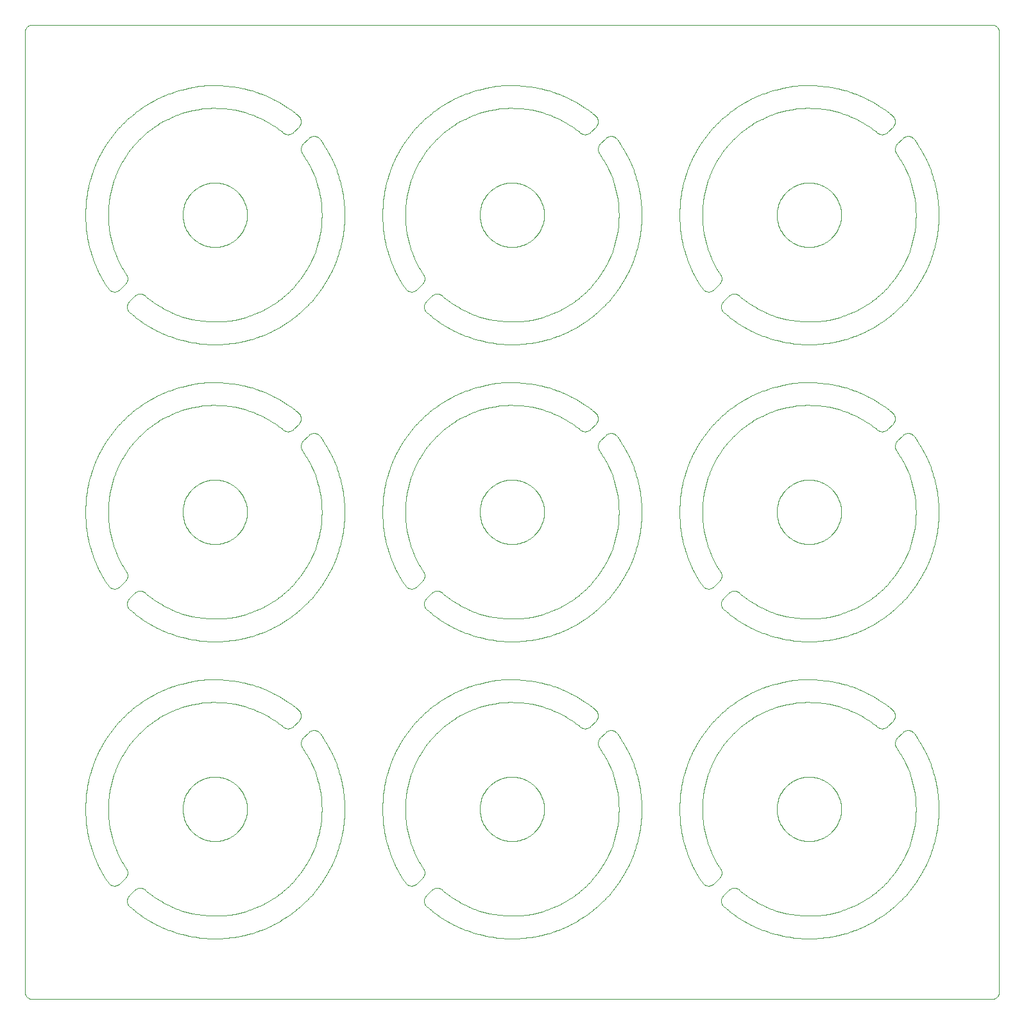
<source format=gm1>
G04 #@! TF.GenerationSoftware,KiCad,Pcbnew,6.0.0-d3dd2cf0fa~116~ubuntu20.04.1*
G04 #@! TF.CreationDate,2023-02-24T20:43:10+00:00*
G04 #@! TF.ProjectId,pixel-pump-motor-board-panel,70697865-6c2d-4707-956d-702d6d6f746f,rev?*
G04 #@! TF.SameCoordinates,Original*
G04 #@! TF.FileFunction,Profile,NP*
%FSLAX46Y46*%
G04 Gerber Fmt 4.6, Leading zero omitted, Abs format (unit mm)*
G04 Created by KiCad (PCBNEW 6.0.0-d3dd2cf0fa~116~ubuntu20.04.1) date 2023-02-24 20:43:10*
%MOMM*%
%LPD*%
G01*
G04 APERTURE LIST*
G04 #@! TA.AperFunction,Profile*
%ADD10C,0.100000*%
G04 #@! TD*
G04 APERTURE END LIST*
D10*
X60326560Y-62781035D02*
X60344408Y-62735163D01*
X12535146Y-34940716D02*
X12535146Y-34940716D01*
X117577531Y-104208306D02*
X117578730Y-104184100D01*
X102636624Y-117572425D02*
X103308934Y-117597383D01*
X51159929Y-69422738D02*
X51160021Y-69422967D01*
X116215394Y-109582556D02*
X116225832Y-109560683D01*
X41208657Y-70021492D02*
X41200590Y-70044744D01*
X18237349Y-91179637D02*
X17657504Y-91520816D01*
X56274244Y-91903318D02*
X56274039Y-91903456D01*
X95454119Y-36680579D02*
X95474039Y-36694385D01*
X112241442Y-39792029D02*
X112220385Y-39804772D01*
X11248259Y-113438137D02*
X11209939Y-113408466D01*
X15426813Y-50196134D02*
X15989179Y-49826629D01*
X23053479Y-21372351D02*
X23196114Y-21297663D01*
X27449706Y-107036790D02*
X27408569Y-107063819D01*
X52050013Y-18109994D02*
X52049892Y-18110210D01*
X30781986Y-80424728D02*
X30758835Y-80433082D01*
X48721981Y-71358340D02*
X48711656Y-71335998D01*
X36447370Y-12729433D02*
X36448135Y-12777501D01*
X113395030Y-113539065D02*
X113395208Y-113538893D01*
X112354973Y-75267723D02*
X112373815Y-75252478D01*
X53708750Y-114195512D02*
X53743875Y-114162063D01*
X75529804Y-91638636D02*
X75505988Y-91680396D01*
X90930459Y-18702312D02*
X90930344Y-18702531D01*
X61364916Y-89707180D02*
X61364674Y-89707228D01*
X36457484Y-94666579D02*
X36466077Y-94619437D01*
X33820385Y-118204772D02*
X33713692Y-118267550D01*
X29728913Y-90182212D02*
X29728680Y-90182128D01*
X48100782Y-30585340D02*
X48092715Y-30562087D01*
X52717576Y-33791869D02*
X52702355Y-33838187D01*
X64806631Y-117589362D02*
X64830850Y-117588463D01*
X35322913Y-53489024D02*
X35282647Y-53517258D01*
X58077161Y-116153227D02*
X58687873Y-116435457D01*
X128591457Y-913995D02*
X128590591Y-902256D01*
X114890051Y-16126676D02*
X114905376Y-16081274D01*
X127693917Y-5142D02*
X127693429Y-5094D01*
X32212598Y-119046653D02*
X32190130Y-119056701D01*
X75754233Y-95271669D02*
X75733434Y-95228499D01*
X60056166Y-25389439D02*
X60048203Y-25228630D01*
X117527635Y-104879474D02*
X117577516Y-104208553D01*
X117279401Y-93401764D02*
X117312634Y-93437974D01*
X889843Y-6616D02*
X817049Y-17413D01*
X92036850Y-75909714D02*
X92062914Y-75868472D01*
X18258967Y-37430214D02*
X18854975Y-37742301D01*
X78122574Y-22338711D02*
X78117809Y-22314948D01*
X90619401Y-109243729D02*
X90619499Y-109243956D01*
X19488099Y-116435558D02*
X19510344Y-116445177D01*
X27271864Y-21448965D02*
X27408569Y-21534022D01*
X109399310Y-116303167D02*
X109399536Y-116303066D01*
X96637349Y-91179637D02*
X96057504Y-91520816D01*
X119296732Y-31634161D02*
X119249005Y-31748383D01*
X53780500Y-35730450D02*
X53818626Y-35700664D01*
X51370216Y-92304517D02*
X51451597Y-92211235D01*
X86838013Y-28958668D02*
X86832283Y-28934731D01*
X40839236Y-96826867D02*
X40849005Y-96849458D01*
X90863269Y-35005883D02*
X90825072Y-35035711D01*
X96018599Y-118876465D02*
X95996386Y-118865864D01*
X68905548Y-77623735D02*
X68905783Y-77623657D01*
X15429865Y-54033760D02*
X15429687Y-54033931D01*
X11000002Y-63962287D02*
X10999999Y-63962534D01*
X26302584Y-50250970D02*
X25631097Y-50209390D01*
X60256352Y-26418661D02*
X60209257Y-26264696D01*
X109834997Y-9218254D02*
X109949800Y-9264564D01*
X24236377Y-50225428D02*
X24212188Y-50226926D01*
X63799177Y-107719277D02*
X63639659Y-107697439D01*
X64218519Y-107747682D02*
X64057624Y-107741709D01*
X11208931Y-22657682D02*
X11204755Y-22681555D01*
X97412262Y-9118694D02*
X97435199Y-9109770D01*
X115028869Y-95394542D02*
X115001973Y-95354737D01*
X93829687Y-93233931D02*
X93351032Y-93706702D01*
X99886449Y-89868992D02*
X99886210Y-89869053D01*
X99187857Y-47751465D02*
X99842258Y-47594785D01*
X41695156Y-68401758D02*
X41689425Y-68425694D01*
X66700566Y-47369885D02*
X67364783Y-47477615D01*
X113896154Y-34618993D02*
X114338439Y-34112034D01*
X13949175Y-77265454D02*
X13826587Y-77155805D01*
X68284433Y-23633374D02*
X68301140Y-23679673D01*
X16491203Y-92329118D02*
X16491008Y-92329272D01*
X117595380Y-25111286D02*
X117595383Y-25111038D01*
X8037556Y-23917439D02*
X8039077Y-23892873D01*
X91882858Y-33123569D02*
X91900582Y-33168988D01*
X50546708Y-67424164D02*
X50711440Y-68076458D01*
X36191365Y-13434443D02*
X36158123Y-13469339D01*
X100697055Y-81167534D02*
X100672810Y-81163293D01*
X71435319Y-76457339D02*
X71435534Y-76457217D01*
X65055359Y-68479928D02*
X64896430Y-68505705D01*
X78242192Y-101426124D02*
X78242158Y-101425879D01*
X119305939Y-57786505D02*
X119549930Y-58413608D01*
X68241184Y-11562501D02*
X68240946Y-11562435D01*
X23257721Y-81299048D02*
X23134695Y-81285296D01*
X29977548Y-41486205D02*
X29954011Y-41493405D01*
X120419267Y-101055954D02*
X120502282Y-101723710D01*
X80889425Y-29225694D02*
X80859114Y-29345718D01*
X18251892Y-9429047D02*
X18365515Y-9379912D01*
X93806412Y-117587939D02*
X93704668Y-117517423D01*
X61364916Y-50507180D02*
X61364674Y-50507228D01*
X24232829Y-99337982D02*
X24391072Y-99308282D01*
X114942521Y-94392958D02*
X114964255Y-94350251D01*
X116912431Y-93161341D02*
X116958049Y-93179635D01*
X101831603Y-68209005D02*
X101786425Y-68189468D01*
X19510572Y-12152568D02*
X19510344Y-12152664D01*
X63591072Y-99308282D02*
X63639659Y-99300402D01*
X116975182Y-60163127D02*
X116975106Y-60162891D01*
X100697055Y-8230307D02*
X100819250Y-8210488D01*
X117578730Y-102813741D02*
X117577531Y-102789535D01*
X71985Y-628871D02*
X47194Y-698160D01*
X91953783Y-76085980D02*
X91971264Y-76040431D01*
X62827007Y-68286515D02*
X62780918Y-68269237D01*
X25228731Y-68546300D02*
X25067737Y-68548291D01*
X38100689Y-19651765D02*
X38100590Y-19651538D01*
X28366930Y-38813896D02*
X28390500Y-38808253D01*
X18365515Y-80017929D02*
X18251892Y-79968794D01*
X78173583Y-15115215D02*
X78420192Y-15461805D01*
X54691832Y-113946764D02*
X54737844Y-113961721D01*
X91790259Y-72152129D02*
X91816597Y-72193304D01*
X37152197Y-32409334D02*
X37164745Y-32388599D01*
X36498218Y-55939397D02*
X36483884Y-55893672D01*
X39177531Y-104208306D02*
X39178730Y-104184100D01*
X77424907Y-14700774D02*
X77473885Y-14704873D01*
X42117245Y-23471357D02*
X42119373Y-23495877D01*
X55149156Y-92768472D02*
X54647707Y-93216993D01*
X23386425Y-21208373D02*
X23431603Y-21188836D01*
X33082450Y-79418247D02*
X32972783Y-79475672D01*
X89918017Y-21297800D02*
X89911503Y-21321144D01*
X89043921Y-34237967D02*
X88695532Y-33662281D01*
X49409644Y-72712091D02*
X49090151Y-72119880D01*
X98534725Y-116697045D02*
X98557419Y-116705552D01*
X101250555Y-78218723D02*
X101917111Y-78309974D01*
X59993257Y-11671686D02*
X59357652Y-11892205D01*
X95885332Y-48986672D02*
X95996386Y-48931977D01*
X63177134Y-86436351D02*
X63300689Y-86428700D01*
X52423682Y-56692533D02*
X52410625Y-56712951D01*
X38100590Y-69746303D02*
X38100689Y-69746076D01*
X65309065Y-20972058D02*
X65464670Y-21013409D01*
X67581589Y-27793501D02*
X67550158Y-27831381D01*
X81370785Y-65206354D02*
X81369263Y-65230920D01*
X101453479Y-99772351D02*
X101596114Y-99697663D01*
X47237556Y-102317439D02*
X47239077Y-102292873D01*
X103418519Y-68547682D02*
X103257624Y-68541709D01*
X99819094Y-22968051D02*
X99902454Y-22830305D01*
X27910309Y-21915239D02*
X27946996Y-21948054D01*
X49843921Y-94359874D02*
X49856923Y-94338976D01*
X75741365Y-37802418D02*
X75649097Y-37884947D01*
X95454119Y-91917262D02*
X95453918Y-91917405D01*
X99305602Y-25806825D02*
X99281793Y-25647589D01*
X105753576Y-47349455D02*
X105876224Y-47366246D01*
X94389179Y-89026629D02*
X94409915Y-89013369D01*
X103048094Y-68524745D02*
X102999177Y-68519277D01*
X79764531Y-110785243D02*
X79754206Y-110807585D01*
X21442258Y-86794785D02*
X21466264Y-86789350D01*
X92066431Y-116172422D02*
X92040104Y-116131347D01*
X27684427Y-89638908D02*
X27020333Y-89531198D01*
X37825936Y-109560459D02*
X38100590Y-108946303D01*
X111372783Y-9922169D02*
X111482450Y-9979594D01*
X118585268Y-111541320D02*
X118573851Y-111563124D01*
X35012451Y-74321862D02*
X35012625Y-74321686D01*
X117442192Y-27171717D02*
X117525192Y-26504084D01*
X9191922Y-109779525D02*
X9182715Y-109756700D01*
X115041475Y-15829129D02*
X115071020Y-15791402D01*
X77802702Y-93200170D02*
X77846281Y-93222896D01*
X16510613Y-36283645D02*
X17053918Y-36680436D01*
X89771270Y-113515424D02*
X89729021Y-113491680D01*
X78117809Y-61514948D02*
X78117757Y-61514706D01*
X103208497Y-20859174D02*
X103257624Y-20856132D01*
X80628827Y-108559644D02*
X80621337Y-108583090D01*
X118954206Y-71607585D02*
X118900889Y-71719307D01*
X22654878Y-60820359D02*
X22695334Y-60792321D01*
X41689425Y-99372147D02*
X41695156Y-99396083D01*
X75391365Y-13434443D02*
X75358123Y-13469339D01*
X114633209Y-51353253D02*
X114662198Y-51391603D01*
X106084427Y-11238908D02*
X105420333Y-11131198D01*
X20157652Y-38305636D02*
X20793257Y-38526155D01*
X106734828Y-81088311D02*
X106710695Y-81093150D01*
X32190130Y-48741140D02*
X32212598Y-48751188D01*
X95885332Y-40411169D02*
X95863388Y-40400023D01*
X54484613Y-78303154D02*
X53941209Y-77906290D01*
X20859815Y-25438525D02*
X20856166Y-25389439D01*
X107031705Y-105855719D02*
X107004169Y-105896517D01*
X64133663Y-50200152D02*
X64133415Y-50200152D01*
X53804057Y-77800824D02*
X53280943Y-77377573D01*
X106149420Y-60979941D02*
X106187685Y-61010901D01*
X120517245Y-26726484D02*
X120505016Y-26849671D01*
X99526560Y-65816806D02*
X99471909Y-65665359D01*
X116762385Y-108273468D02*
X116762466Y-108273234D01*
X99819094Y-105629790D02*
X99794659Y-105587062D01*
X52840104Y-37731347D02*
X52815833Y-37689024D01*
X60642258Y-8394785D02*
X60666264Y-8389350D01*
X68421751Y-65315541D02*
X68409698Y-65363264D01*
X70199310Y-90694674D02*
X69581804Y-90427636D01*
X11213868Y-93515392D02*
X11617423Y-92976938D01*
X13497559Y-115572206D02*
X13501008Y-115523539D01*
X14741209Y-89891551D02*
X15284613Y-89494687D01*
X8116857Y-23075296D02*
X8119591Y-23050836D01*
X108128680Y-11782128D02*
X108105783Y-11774184D01*
X70634997Y-48418254D02*
X70749800Y-48464564D01*
X89137131Y-112783726D02*
X89123616Y-112763156D01*
X100309794Y-61486799D02*
X100418609Y-61368130D01*
X60974623Y-61647794D02*
X61077436Y-61523889D01*
X11714950Y-99053978D02*
X11714874Y-99054214D01*
X104664670Y-68384432D02*
X104509065Y-68425783D01*
X59334725Y-51100796D02*
X59334495Y-51100886D01*
X11287984Y-74265898D02*
X11248259Y-74238137D01*
X11208931Y-105940159D02*
X11208976Y-105940402D01*
X103197705Y-42195320D02*
X102525272Y-42170358D01*
X104216445Y-86415121D02*
X104888055Y-86456708D01*
X11208931Y-66740159D02*
X11208976Y-66740402D01*
X31021537Y-51504942D02*
X30999536Y-51494775D01*
X86804950Y-99783846D02*
X86832283Y-99663110D01*
X102380541Y-29199455D02*
X102226005Y-29154268D01*
X51502380Y-74313505D02*
X51459109Y-74335331D01*
X52565199Y-112495403D02*
X52535219Y-112533851D01*
X104702831Y-117546853D02*
X104726976Y-117544757D01*
X48711656Y-32135998D02*
X48661119Y-32022992D01*
X78377516Y-63589288D02*
X78327635Y-62918367D01*
X50404715Y-66716041D02*
X50404755Y-66716286D01*
X35063130Y-92826695D02*
X35016348Y-92841858D01*
X106710695Y-8304691D02*
X106734828Y-8309530D01*
X102525272Y-8027483D02*
X103197705Y-8002521D01*
X22850555Y-11179118D02*
X22850310Y-11179154D01*
X101229893Y-107093933D02*
X101095334Y-107005520D01*
X12722779Y-52496935D02*
X12739636Y-52479002D01*
X14017998Y-16376170D02*
X13614518Y-16914526D01*
X34486395Y-35616339D02*
X34486581Y-35616177D01*
X34412775Y-117836547D02*
X33841442Y-118192029D01*
X12302380Y-113513505D02*
X12259109Y-113535331D01*
X67444312Y-27952705D02*
X67411046Y-27988983D01*
X75644273Y-12681459D02*
X75647370Y-12729433D01*
X115555596Y-37220843D02*
X115467522Y-37307834D01*
X60406482Y-23386604D02*
X60426576Y-23341671D01*
X105729152Y-42051422D02*
X105060420Y-42126172D01*
X67411046Y-27988983D02*
X67299329Y-28104924D01*
X49843921Y-112637967D02*
X49495532Y-112062281D01*
X101410452Y-28801586D02*
X101271685Y-28719936D01*
X60495921Y-62396364D02*
X60518213Y-62352480D01*
X102611941Y-50226944D02*
X101941688Y-50285120D01*
X914240Y-4213D02*
X913995Y-4228D01*
X112882104Y-92850064D02*
X112834878Y-92836344D01*
X51719258Y-97124361D02*
X51429497Y-97731536D01*
X48721981Y-57239501D02*
X49011795Y-56632214D01*
X22323183Y-61078492D02*
X22360670Y-61046595D01*
X54647524Y-54017160D02*
X54629865Y-54033760D01*
X64831097Y-117588451D02*
X65502584Y-117546871D01*
X113798993Y-14226737D02*
X113761727Y-14258826D01*
X77300689Y-98051765D02*
X77300590Y-98051538D01*
X36233209Y-51353253D02*
X36262198Y-51391603D01*
X73736968Y-117755309D02*
X73633510Y-117823287D01*
X71390130Y-119056701D02*
X70772510Y-119323788D01*
X101786425Y-107389468D02*
X101640271Y-107321925D01*
X110656634Y-37244798D02*
X111227863Y-36889381D01*
X52535219Y-112533851D02*
X52503383Y-112570777D01*
X9137828Y-58156509D02*
X9182715Y-58041141D01*
X20793257Y-116926155D02*
X20793492Y-116926234D01*
X39125219Y-104903838D02*
X39127613Y-104879720D01*
X10283050Y-72841068D02*
X10221597Y-72733607D01*
X107561162Y-41707580D02*
X107537299Y-41713607D01*
X87246099Y-108821196D02*
X87049274Y-108177729D01*
X100174623Y-66950047D02*
X100144138Y-66911402D01*
X36542521Y-15992958D02*
X36564255Y-15950251D01*
X75705376Y-94481274D02*
X75722879Y-94436666D01*
X115902437Y-93355155D02*
X115939680Y-93323083D01*
X99409257Y-63133145D02*
X99456352Y-62979180D01*
X104047664Y-68512381D02*
X103887654Y-68530267D01*
X27020333Y-39066643D02*
X27684427Y-38958933D01*
X111372783Y-79475672D02*
X111350839Y-79486818D01*
X34676050Y-92881069D02*
X34627046Y-92876942D01*
X37152066Y-110809544D02*
X37152197Y-110809334D01*
X50200002Y-103835554D02*
X50200602Y-103859783D01*
X128238988Y-235068D02*
X128230075Y-227380D01*
X40554206Y-71607585D02*
X40500889Y-71719307D01*
X25816445Y-42182720D02*
X25791862Y-42183937D01*
X66471864Y-21448965D02*
X66608569Y-21534022D01*
X60271909Y-23732482D02*
X60326560Y-23581035D01*
X94891008Y-75468569D02*
X94891203Y-75468723D01*
X79315074Y-56125768D02*
X79373851Y-56234717D01*
X67566930Y-89783945D02*
X67566689Y-89783890D01*
X67681306Y-27667091D02*
X67581589Y-27793501D01*
X116140314Y-115009603D02*
X116056650Y-115100844D01*
X9811795Y-32765627D02*
X9521981Y-32158340D01*
X64687654Y-99267574D02*
X64847664Y-99285460D01*
X112957369Y-39341540D02*
X112936968Y-39355309D01*
X108235195Y-87069694D02*
X108354011Y-87104436D01*
X62717356Y-39110005D02*
X62741442Y-39112697D01*
X114705988Y-13280396D02*
X114680173Y-13320951D01*
X38575106Y-99362891D02*
X38362466Y-98724607D01*
X64477919Y-29344474D02*
X64428731Y-29346300D01*
X11788613Y-74429675D02*
X11740273Y-74426219D01*
X24184692Y-60148255D02*
X24232829Y-60137982D01*
X104030850Y-89409378D02*
X104006631Y-89408479D01*
X119249005Y-110148383D02*
X119239236Y-110170974D01*
X115189612Y-56421509D02*
X115189476Y-56421302D01*
X61340971Y-117285554D02*
X61364674Y-117290613D01*
X96658750Y-91167744D02*
X96637564Y-91179514D01*
X15429687Y-14833931D02*
X14951032Y-15306702D01*
X50305194Y-105250420D02*
X50305228Y-105250666D01*
X48053588Y-69644641D02*
X48046099Y-69621196D01*
X115552197Y-96188507D02*
X115552066Y-96188297D01*
X105035928Y-47269238D02*
X105060420Y-47271669D01*
X99928972Y-22788837D02*
X100019042Y-22655382D01*
X24184692Y-29249586D02*
X24028111Y-29212096D01*
X6582Y-127707755D02*
X6616Y-127707998D01*
X77929790Y-93274691D02*
X77969514Y-93303633D01*
X97254975Y-12455540D02*
X96658967Y-12767627D01*
X116865962Y-53945334D02*
X116912431Y-53961341D01*
X17074039Y-75894385D02*
X17074244Y-75894523D01*
X62334695Y-81285296D02*
X62310270Y-81282260D01*
X77562466Y-98724607D02*
X77562385Y-98724373D01*
X103222310Y-8001912D02*
X103346093Y-8000381D01*
X66288698Y-99745811D02*
X66429442Y-99824004D01*
X102612188Y-39170915D02*
X102636377Y-39172413D01*
X75138439Y-73312034D02*
X75138599Y-73311846D01*
X116912431Y-53961341D02*
X116958049Y-53979635D01*
X39042158Y-27171962D02*
X39042192Y-27171717D01*
X116709569Y-114351061D02*
X116694088Y-114370195D01*
X76710479Y-110182819D02*
X76710594Y-110182600D01*
X60974623Y-27750047D02*
X60944138Y-27711402D01*
X118585268Y-95456521D02*
X118890015Y-96056454D01*
X36202393Y-90516354D02*
X36233209Y-90553253D01*
X120397622Y-61709138D02*
X120415928Y-61831569D01*
X113125199Y-92882756D02*
X113076050Y-92881069D01*
X118954206Y-110807585D02*
X118900889Y-110919307D01*
X117525192Y-62893757D02*
X117442192Y-62226124D01*
X24909181Y-39197389D02*
X24933415Y-39197689D01*
X29152029Y-63032426D02*
X29166426Y-63079495D01*
X32827863Y-52508460D02*
X32256634Y-52153043D01*
X47802775Y-68811081D02*
X47638013Y-68158668D01*
X57588225Y-9370422D02*
X58212262Y-9118694D01*
X13516307Y-115814833D02*
X13507779Y-115766795D01*
X72282450Y-40218247D02*
X72172783Y-40275672D01*
X91122779Y-52496935D02*
X91139636Y-52479002D01*
X13465170Y-33928298D02*
X13443296Y-33971871D01*
X99248203Y-64169211D02*
X99256166Y-64008402D01*
X22203177Y-28212010D02*
X22167313Y-28178298D01*
X51229664Y-74411441D02*
X51181927Y-74419804D01*
X47319591Y-27147005D02*
X47316857Y-27122545D01*
X16510613Y-53114196D02*
X16510415Y-53114345D01*
X53233159Y-55556946D02*
X53218149Y-55575974D01*
X107464683Y-89969376D02*
X107464446Y-89969303D01*
X97412262Y-48318694D02*
X97435199Y-48309770D01*
X52920976Y-75790086D02*
X52952833Y-75753134D01*
X113530478Y-50453871D02*
X113630448Y-50526882D01*
X113650143Y-38856198D02*
X113630448Y-38870959D01*
X36628869Y-56194542D02*
X36601973Y-56154737D01*
X47632283Y-68134731D02*
X47604950Y-68013995D01*
X114788719Y-52307121D02*
X114771218Y-52351896D01*
X16845610Y-40076193D02*
X16737396Y-40016073D01*
X13548553Y-111757713D02*
X13554669Y-111806083D01*
X11724577Y-14441100D02*
X12154266Y-13923262D01*
X104255359Y-68479928D02*
X104096430Y-68505705D01*
X18229424Y-48639095D02*
X18251892Y-48629047D01*
X127681445Y-128593628D02*
X127681690Y-128593613D01*
X76372892Y-115603332D02*
X76355596Y-115620843D01*
X105108193Y-68230555D02*
X105062546Y-68248969D01*
X73174005Y-114452320D02*
X73686395Y-114016339D01*
X52701629Y-37318396D02*
X52697870Y-37269753D01*
X37164870Y-32388386D02*
X37498852Y-31804366D01*
X109421537Y-116292899D02*
X109421760Y-116292793D01*
X110656634Y-12953043D02*
X110656423Y-12952915D01*
X14062002Y-77361856D02*
X13967721Y-77281634D01*
X56274244Y-52703318D02*
X56274039Y-52703456D01*
X28189028Y-8281855D02*
X28310695Y-8304691D01*
X37884824Y-14740097D02*
X37932270Y-14727268D01*
X90109095Y-14460234D02*
X90124577Y-14441100D01*
X12862169Y-71309099D02*
X13210494Y-71884680D01*
X91623682Y-71905308D02*
X91623817Y-71905515D01*
X54550190Y-35515603D02*
X54597893Y-35523677D01*
X52812848Y-36752191D02*
X52836850Y-36709714D01*
X21619042Y-22655382D02*
X21647578Y-22615277D01*
X26302831Y-50250988D02*
X26302584Y-50250970D01*
X99275720Y-25598744D02*
X99259815Y-25438525D01*
X67299329Y-67304924D02*
X67264309Y-67339513D01*
X106781589Y-66993501D02*
X106750158Y-67031381D01*
X30358869Y-77379457D02*
X30359100Y-77379367D01*
X91610625Y-56712951D02*
X91610494Y-56713161D01*
X52814518Y-56114526D02*
X52814372Y-56114725D01*
X21774623Y-27750047D02*
X21744138Y-27711402D01*
X39234213Y-54682035D02*
X39303464Y-54784644D01*
X62071685Y-107119936D02*
X62029893Y-107093933D01*
X108377548Y-119886205D02*
X108354011Y-119893405D01*
X13666431Y-116172422D02*
X13640104Y-116131347D01*
X36789612Y-72176332D02*
X37152066Y-71609544D01*
X115910479Y-70982819D02*
X115910594Y-70982600D01*
X66100654Y-68146000D02*
X66055973Y-68166648D01*
X11885512Y-35229475D02*
X11837065Y-35230761D01*
X38973583Y-93515215D02*
X39220192Y-93861805D01*
X90122610Y-20630985D02*
X90114950Y-20653978D01*
X39316980Y-94005214D02*
X39679501Y-94572107D01*
X63300689Y-47228700D02*
X63325272Y-47227483D01*
X111372783Y-118675672D02*
X111350839Y-118686818D01*
X68521860Y-64743193D02*
X68501997Y-64902969D01*
X98557419Y-11892289D02*
X98534725Y-11900796D01*
X73974372Y-92882001D02*
X73925199Y-92882756D01*
X50541248Y-28200044D02*
X50541299Y-28200286D01*
X74212625Y-35121686D02*
X74679440Y-34637221D01*
X118462Y-528530D02*
X118231Y-528963D01*
X116510125Y-69723484D02*
X116754071Y-69096496D01*
X52717576Y-112191869D02*
X52702355Y-112238187D01*
X81048867Y-21676443D02*
X81073205Y-21797819D01*
X77015394Y-97415285D02*
X77015285Y-97415063D01*
X114499636Y-12015146D02*
X114535573Y-12047260D01*
X26302831Y-117546853D02*
X26326976Y-117544757D01*
X25606631Y-39189362D02*
X25630850Y-39188463D01*
X60059815Y-103159316D02*
X60075720Y-102999097D01*
X29221751Y-26115541D02*
X29209698Y-26163264D01*
X78327613Y-62918121D02*
X78325219Y-62894003D01*
X26326976Y-39144757D02*
X26327222Y-39144733D01*
X29835195Y-47869694D02*
X29954011Y-47904436D01*
X50214361Y-73994491D02*
X49937131Y-73583726D01*
X104191862Y-8013904D02*
X104216445Y-8015121D01*
X73876050Y-53681069D02*
X73827046Y-53676942D01*
X53233159Y-16356946D02*
X53218149Y-16375974D01*
X793005Y-22196D02*
X721619Y-40077D01*
X90122691Y-20630751D02*
X90122610Y-20630985D01*
X36789612Y-32976332D02*
X37152066Y-32409544D01*
X115564870Y-57009455D02*
X115564745Y-57009242D01*
X106464309Y-28139513D02*
X106346996Y-28249787D01*
X52707779Y-37366795D02*
X52701629Y-37318396D01*
X103333663Y-50200152D02*
X103333415Y-50200152D01*
X68023858Y-23059642D02*
X68047229Y-23102961D01*
X127778636Y-17413D02*
X127705842Y-6616D01*
X57458967Y-37430214D02*
X58054975Y-37742301D01*
X101682213Y-47296362D02*
X102352589Y-47238176D01*
X78044412Y-14967248D02*
X78079401Y-15001764D01*
X67389028Y-8281855D02*
X67510695Y-8304691D01*
X103677919Y-29344474D02*
X103628731Y-29346300D01*
X709568Y-128554419D02*
X710038Y-128554562D01*
X89527584Y-93636133D02*
X89599352Y-93535268D01*
X116225936Y-58237382D02*
X116225832Y-58237158D01*
X81305016Y-26849671D02*
X81302282Y-26874131D01*
X21295921Y-105401477D02*
X21226576Y-105256170D01*
X78238574Y-62201910D02*
X78238535Y-62201665D01*
X120273205Y-67600022D02*
X120248867Y-67721398D01*
X24857624Y-68541709D02*
X24808497Y-68538667D01*
X41652793Y-99228336D02*
X41659114Y-99252123D01*
X19035199Y-9109770D02*
X19151113Y-9066313D01*
X94389179Y-10626629D02*
X94409915Y-10613369D01*
X112354973Y-53330118D02*
X112354779Y-53329965D01*
X50404715Y-105916041D02*
X50404755Y-105916286D01*
X11341248Y-61197797D02*
X11208976Y-61857439D01*
X11346708Y-28224164D02*
X11511440Y-28876458D01*
X106464309Y-22058328D02*
X106499329Y-22092917D01*
X41659114Y-60052123D02*
X41689425Y-60172147D01*
X444802Y-168647D02*
X444394Y-168919D01*
X77509569Y-114351061D02*
X77494088Y-114370195D01*
X50718017Y-28900041D02*
X50718086Y-28900278D01*
X19035199Y-119488071D02*
X19012262Y-119479147D01*
X39195383Y-103511038D02*
X39195383Y-103486803D01*
X30381576Y-116570300D02*
X30381804Y-116570205D01*
X11000002Y-64635554D02*
X11000602Y-64659783D01*
X93702149Y-35509868D02*
X93750190Y-35515603D01*
X55167991Y-75045395D02*
X55691008Y-75468569D01*
X106108491Y-117354420D02*
X106108734Y-117354371D01*
X59987857Y-47751465D02*
X60642258Y-47594785D01*
X81073205Y-28400022D02*
X81048867Y-28521398D01*
X8134863Y-66469851D02*
X8119591Y-66347005D01*
X77969153Y-106939544D02*
X77969211Y-106939303D01*
X98233338Y-87229620D02*
X98351259Y-87191949D01*
X13690979Y-75828564D02*
X13720976Y-75790086D01*
X117088679Y-14847757D02*
X117129790Y-14874691D01*
X75989476Y-111376539D02*
X75989612Y-111376332D01*
X13555186Y-33600809D02*
X13549326Y-33649211D01*
X27787685Y-21810901D02*
X27910309Y-21915239D01*
X77782340Y-20986540D02*
X77782271Y-20986303D01*
X63384692Y-60148255D02*
X63432829Y-60137982D01*
X47199999Y-63962472D02*
X47200304Y-63937862D01*
X22826143Y-39014764D02*
X22826387Y-39014807D01*
X86662977Y-67305971D02*
X86641648Y-67184030D01*
X52729219Y-72462169D02*
X52740063Y-72509703D01*
X26995831Y-50327844D02*
X26327222Y-50253108D01*
X64008497Y-60059174D02*
X64057624Y-60056132D01*
X53823381Y-117016068D02*
X53804057Y-117000824D01*
X8892715Y-58835754D02*
X8900782Y-58812501D01*
X128426766Y-444394D02*
X128419988Y-434771D01*
X119549930Y-19213608D02*
X119558571Y-19236654D01*
X66949420Y-106817900D02*
X66821786Y-106916046D01*
X62026387Y-39014807D02*
X62050310Y-39018687D01*
X13593676Y-37645557D02*
X13573687Y-37601051D01*
X92367721Y-90516207D02*
X92462002Y-90435985D01*
X102500689Y-81369141D02*
X102377134Y-81361490D01*
X24599177Y-68519277D02*
X24439659Y-68497439D01*
X90032426Y-92957427D02*
X90109095Y-92860234D01*
X93653886Y-35506488D02*
X93702149Y-35509868D01*
X128376007Y-128222377D02*
X128419844Y-128163269D01*
X50718086Y-21297563D02*
X50718017Y-21297800D01*
X117438574Y-23001910D02*
X117438535Y-23001665D01*
X104191862Y-42183937D02*
X104068155Y-42188529D01*
X99187857Y-80846376D02*
X99163994Y-80840350D01*
X90188613Y-74429675D02*
X90140273Y-74426219D01*
X26635928Y-8069238D02*
X26660420Y-8071669D01*
X51037065Y-35230761D02*
X50988613Y-35229675D01*
X52042827Y-91572347D02*
X52521570Y-91099490D01*
X76710594Y-57615241D02*
X76710479Y-57615022D01*
X29728680Y-11782128D02*
X29705783Y-11774184D01*
X38354158Y-59501576D02*
X38354071Y-59501345D01*
X95996386Y-79665864D02*
X95885332Y-79611169D01*
X102636377Y-39172413D02*
X102636624Y-39172425D01*
X61472810Y-8234548D02*
X61497055Y-8230307D01*
X8846099Y-19776645D02*
X8853588Y-19753200D01*
X11346651Y-21973917D02*
X11341299Y-21997555D01*
X60686449Y-117128849D02*
X61340730Y-117285500D01*
X39127635Y-102118367D02*
X39127613Y-102118121D01*
X120415928Y-22631569D02*
X120419267Y-22655954D01*
X64830850Y-89409378D02*
X64806631Y-89408479D01*
X54606412Y-39187939D02*
X54504668Y-39117423D01*
X38917757Y-22314706D02*
X38769211Y-21658538D01*
X28099329Y-100492917D02*
X28211046Y-100608858D01*
X91139636Y-13279002D02*
X91225531Y-13189859D01*
X25791862Y-42183937D02*
X25668155Y-42188529D01*
X80105939Y-18586505D02*
X80349930Y-19213608D01*
X107031705Y-101142122D02*
X107118447Y-101277765D01*
X13223817Y-17492326D02*
X13223682Y-17492533D01*
X51419401Y-30843729D02*
X51419499Y-30843956D01*
X89604755Y-22681555D02*
X89604715Y-22681800D01*
X69011488Y-47863079D02*
X69035195Y-47869694D01*
X87537828Y-109641332D02*
X87529188Y-109618286D01*
X86399999Y-64635369D02*
X86399999Y-63962472D01*
X128077609Y-128473453D02*
X128140729Y-128435620D01*
X38418756Y-14731652D02*
X38465962Y-14745334D01*
X35282647Y-92717258D02*
X35241028Y-92743457D01*
X67566930Y-78013896D02*
X67590500Y-78008253D01*
X35899125Y-51044935D02*
X35918066Y-51060652D01*
X89137131Y-73583726D02*
X89123616Y-73563156D01*
X66055973Y-99631193D02*
X66100654Y-99651841D01*
X14934042Y-93724331D02*
X14933872Y-93724511D01*
X92120976Y-114990086D02*
X92152833Y-114953134D01*
X50233897Y-102465615D02*
X50233882Y-102465862D01*
X28381589Y-100804340D02*
X28481306Y-100930750D01*
X54645145Y-35534072D02*
X54691832Y-35546764D01*
X20996028Y-63180555D02*
X21009257Y-63133145D01*
X78420192Y-93861805D02*
X78434213Y-93882035D01*
X53921514Y-89906312D02*
X53941209Y-89891551D01*
X87921981Y-71358340D02*
X87911656Y-71335998D01*
X99842258Y-47594785D02*
X99866264Y-47589350D01*
X34920815Y-14465127D02*
X34872300Y-14473176D01*
X25630850Y-78388463D02*
X25631097Y-78388451D01*
X66908491Y-38954420D02*
X66908734Y-38954371D01*
X40500889Y-96078534D02*
X40554206Y-96190256D01*
X86832283Y-28934731D02*
X86804950Y-28813995D01*
X10643921Y-15959874D02*
X10656923Y-15938976D01*
X60271909Y-65665359D02*
X60256352Y-65618661D01*
X113798993Y-92626737D02*
X113761727Y-92658826D01*
X116215285Y-58215063D02*
X115910594Y-57615241D01*
X29294718Y-63646192D02*
X29301997Y-63694872D01*
X64991862Y-81383937D02*
X64868155Y-81388529D01*
X64133663Y-78397689D02*
X64806384Y-78389368D01*
X62741688Y-117512721D02*
X63411941Y-117570897D01*
X27229442Y-67973837D02*
X27088698Y-68052030D01*
X11204755Y-66716286D02*
X11208931Y-66740159D01*
X64991862Y-8013904D02*
X65016445Y-8015121D01*
X95453918Y-91917405D02*
X94910613Y-92314196D01*
X17657293Y-37076897D02*
X17657504Y-37077025D01*
X52640815Y-72235620D02*
X52662919Y-72279077D01*
X87300782Y-69785340D02*
X87292715Y-69762087D01*
X79764531Y-96212598D02*
X80039236Y-96826867D01*
X86662977Y-22091870D02*
X86667517Y-22067680D01*
X75402393Y-90516354D02*
X75433209Y-90553253D01*
X20914082Y-24342531D02*
X20945737Y-24184667D01*
X112904828Y-113999852D02*
X113395030Y-113539065D01*
X51663269Y-74205883D02*
X51625072Y-74235711D01*
X41848867Y-28521398D02*
X41843730Y-28545469D01*
X76372892Y-37203332D02*
X76355596Y-37220843D01*
X12123625Y-35187763D02*
X12076935Y-35200753D01*
X68120146Y-26951332D02*
X68047229Y-27094880D01*
X65711786Y-29105489D02*
X65665284Y-29121622D01*
X86804950Y-21383846D02*
X86832283Y-21263110D01*
X118954206Y-56990256D02*
X118964531Y-57012598D01*
X56685332Y-118811169D02*
X56663388Y-118800023D01*
X119608657Y-19376349D02*
X119821337Y-20014751D01*
X11724577Y-53641100D02*
X12154266Y-53123262D01*
X80895156Y-29201758D02*
X80889425Y-29225694D01*
X35434710Y-53392752D02*
X35398993Y-53426737D01*
X61367313Y-106578298D02*
X61252762Y-106465155D01*
X25487654Y-60067574D02*
X25647664Y-60085460D01*
X128310867Y-128296035D02*
X128311034Y-128295855D01*
X92000180Y-16934676D02*
X91623817Y-17492326D01*
X99456352Y-62979180D02*
X99471909Y-62932482D01*
X11414631Y-74337072D02*
X11371270Y-74315424D01*
X39127613Y-23718121D02*
X39125219Y-23694003D01*
X56818599Y-118876465D02*
X56796386Y-118865864D01*
X105255973Y-107366648D02*
X105108193Y-107430555D01*
X118573851Y-33163124D02*
X118515074Y-33272073D01*
X69581804Y-116570205D02*
X70199310Y-116303167D01*
X50408931Y-101057682D02*
X50404755Y-101081555D01*
X18237564Y-12779514D02*
X18237349Y-12779637D01*
X36471780Y-16647307D02*
X36461933Y-16600411D01*
X11105194Y-26850420D02*
X11105228Y-26850666D01*
X68361162Y-47690261D02*
X69011488Y-47863079D01*
X30999310Y-51494674D02*
X30381804Y-51227636D01*
X56663388Y-79600023D02*
X56067271Y-79287879D01*
X87851349Y-96597440D02*
X87861119Y-96574849D01*
X60426576Y-62541671D02*
X60495921Y-62396364D01*
X80349930Y-30984233D02*
X80105939Y-31611336D01*
X112113692Y-88730291D02*
X112220385Y-88793069D01*
X41149930Y-58413608D02*
X41158571Y-58436654D01*
X60105602Y-24391016D02*
X60114082Y-24342531D01*
X60114082Y-24342531D02*
X60145737Y-24184667D01*
X37932270Y-14727268D02*
X37980293Y-14716811D01*
X77941322Y-35403242D02*
X77926319Y-35422753D01*
X75764255Y-15950251D02*
X75788030Y-15908646D01*
X86400304Y-64659979D02*
X86399999Y-64635369D01*
X28334828Y-86709530D02*
X28992904Y-86849975D01*
X81317245Y-101871357D02*
X81319373Y-101895877D01*
X93750190Y-74715603D02*
X93797893Y-74723677D01*
X35198161Y-14367557D02*
X35154149Y-14389499D01*
X91721570Y-12699490D02*
X91739294Y-12682412D01*
X128519190Y-617206D02*
X128514420Y-606445D01*
X42102282Y-23323710D02*
X42105016Y-23348170D01*
X721382Y-128557701D02*
X721619Y-128557764D01*
X23541442Y-117512697D02*
X23541688Y-117512721D01*
X9461119Y-71222992D02*
X9451349Y-71200401D01*
X60686449Y-89868992D02*
X60686210Y-89869053D01*
X36280173Y-13320951D02*
X36252420Y-13360205D01*
X116215285Y-31182778D02*
X116215394Y-31182556D01*
X106084671Y-117358890D02*
X106108491Y-117354420D01*
X22524856Y-60915318D02*
X22654878Y-60820359D01*
X29084433Y-102033374D02*
X29101140Y-102079673D01*
X65835928Y-8069238D02*
X65860420Y-8071669D01*
X88290151Y-95677961D02*
X88609644Y-95085750D01*
X21774623Y-61647794D02*
X21877436Y-61523889D01*
X19951259Y-80605892D02*
X19833338Y-80568221D01*
X90237065Y-74430761D02*
X90188613Y-74429675D01*
X81376907Y-65082713D02*
X81370785Y-65206354D01*
X105395831Y-117469997D02*
X105396076Y-117469966D01*
X56045610Y-49321648D02*
X56067271Y-49309962D01*
X94070735Y-35619803D02*
X94112964Y-35643414D01*
X35899125Y-116752906D02*
X35802889Y-116830771D01*
X91929219Y-33262169D02*
X91940063Y-33309703D01*
X69035195Y-47869694D02*
X69154011Y-47904436D01*
X20905602Y-24391016D02*
X20914082Y-24342531D01*
X104664670Y-21013409D02*
X104711914Y-21027223D01*
X71456634Y-12953043D02*
X71456423Y-12952915D01*
X77926319Y-74622753D02*
X77509569Y-75151061D01*
X94268972Y-114157649D02*
X94349156Y-114229369D01*
X103628731Y-107746300D02*
X103467737Y-107748291D01*
X49843921Y-55159874D02*
X49856923Y-55138976D01*
X52423817Y-17492326D02*
X52423682Y-17492533D01*
X106611046Y-100608858D02*
X106644312Y-100645136D01*
X89433897Y-104532226D02*
X89435694Y-104556395D01*
X26855973Y-21231193D02*
X26900654Y-21251841D01*
X11204715Y-61881800D02*
X11105228Y-62547175D01*
X77941322Y-74603242D02*
X77926319Y-74622753D01*
X77132270Y-14727268D02*
X77180293Y-14716811D01*
X52049892Y-96510210D02*
X51730459Y-97102312D01*
X59174795Y-47984750D02*
X59820647Y-47795899D01*
X75585590Y-33545202D02*
X75585736Y-33545002D01*
X15013264Y-35524981D02*
X15060911Y-35516584D01*
X75975777Y-56401010D02*
X75828869Y-56194542D01*
X99216815Y-50864160D02*
X99216578Y-50864232D01*
X107004169Y-61901324D02*
X107031705Y-61942122D01*
X36457484Y-16266579D02*
X36466077Y-16219437D01*
X52565199Y-34095403D02*
X52535219Y-34133851D01*
X115939680Y-93323083D02*
X115978469Y-93292900D01*
X81319373Y-101895877D02*
X81369263Y-102566921D01*
X81370785Y-26006354D02*
X81369263Y-26030920D01*
X114770904Y-72764792D02*
X114771055Y-72764595D01*
X40490015Y-96056454D02*
X40500889Y-96078534D01*
X31549800Y-9264564D02*
X31572510Y-9274053D01*
X90032426Y-14557427D02*
X90109095Y-14460234D01*
X76710479Y-57615022D02*
X76698972Y-57593692D01*
X104911786Y-68305489D02*
X104865284Y-68321622D01*
X32324971Y-40594722D02*
X32212598Y-40646653D01*
X11014361Y-73994491D02*
X10737131Y-73583726D01*
X36641475Y-15829129D02*
X36671020Y-15791402D01*
X77782271Y-107611538D02*
X77782340Y-107611301D01*
X15967991Y-114245395D02*
X16491008Y-114668569D01*
X77562385Y-98724373D02*
X77554158Y-98701576D01*
X81265Y-606445D02*
X76495Y-617206D01*
X80358571Y-19236654D02*
X80400590Y-19353097D01*
X21502454Y-66567536D02*
X21419094Y-66429790D01*
X97254975Y-116142301D02*
X97255196Y-116142413D01*
X75935494Y-15720368D02*
X76666742Y-14989120D01*
X63848094Y-107724745D02*
X63799177Y-107719277D01*
X50337883Y-34943680D02*
X50304318Y-34908720D01*
X59987857Y-120046376D02*
X59963994Y-120040350D01*
X12519258Y-57924361D02*
X12229497Y-58531536D01*
X105753576Y-120448386D02*
X105729152Y-120451422D01*
X52730498Y-33744857D02*
X52717576Y-33791869D01*
X11204755Y-101081555D02*
X11204715Y-101081800D01*
X109812059Y-80188512D02*
X109181986Y-80424728D01*
X28211046Y-67188983D02*
X28099329Y-67304924D01*
X115910594Y-18415241D02*
X115910479Y-18415022D01*
X24236624Y-11025416D02*
X24236377Y-11025428D01*
X111801484Y-52905271D02*
X111248531Y-52522040D01*
X18237349Y-12779637D02*
X17657504Y-13120816D01*
X93004057Y-117000824D02*
X92480943Y-116577573D01*
X94070735Y-114019803D02*
X94112964Y-114043414D01*
X48711656Y-57261843D02*
X48721981Y-57239501D01*
X62026387Y-78214807D02*
X62050310Y-78218687D01*
X8003366Y-25583734D02*
X8000304Y-25459988D01*
X67566689Y-89783890D02*
X66908734Y-89643470D01*
X57565515Y-40817929D02*
X57451892Y-40768794D01*
X75118066Y-51060652D02*
X75299636Y-51215146D01*
X36505376Y-16081274D02*
X36522879Y-16036666D01*
X89433882Y-26131979D02*
X89433897Y-26132226D01*
X118954206Y-32407585D02*
X118900889Y-32519307D01*
X13506850Y-76275102D02*
X13515071Y-76227011D01*
X13393250Y-112455525D02*
X13365199Y-112495403D01*
X21318213Y-23152480D02*
X21394659Y-23010779D01*
X38215038Y-36065461D02*
X38199089Y-36084207D01*
X96629424Y-119158746D02*
X96018599Y-118876465D01*
X76739680Y-54123083D02*
X76778469Y-54092900D01*
X14951032Y-93706702D02*
X14950858Y-93706878D01*
X11137883Y-113343680D02*
X11104318Y-113308720D01*
X15989179Y-10626629D02*
X16009915Y-10613369D01*
X37792135Y-53972733D02*
X37838074Y-53955264D01*
X110747184Y-88013719D02*
X111350839Y-88311023D01*
X117442192Y-66371717D02*
X117525192Y-65704084D01*
X11617423Y-14576938D02*
X11632426Y-14557427D01*
X107426052Y-62683325D02*
X107484433Y-62833374D01*
X50922691Y-107967090D02*
X51151054Y-108599919D01*
X25631097Y-50209390D02*
X25630850Y-50209378D01*
X25018519Y-68547682D02*
X24857624Y-68541709D01*
X93605515Y-113905470D02*
X93653886Y-113906488D01*
X58688099Y-38035558D02*
X58710344Y-38045177D01*
X100564916Y-38890661D02*
X101226143Y-39014764D01*
X89729021Y-35091680D02*
X89687984Y-35065898D01*
X127790957Y-128578280D02*
X127802442Y-128575702D01*
X113272300Y-14473176D02*
X113223446Y-14478805D01*
X23053479Y-99772351D02*
X23196114Y-99697663D01*
X35918066Y-116737189D02*
X35899125Y-116752906D01*
X106644312Y-67152705D02*
X106611046Y-67188983D01*
X67110309Y-21915239D02*
X67146996Y-21948054D01*
X38769211Y-67739303D02*
X38917757Y-67083135D01*
X36438850Y-12633692D02*
X36444273Y-12681459D01*
X87921981Y-32158340D02*
X87911656Y-32135998D01*
X67590500Y-11389588D02*
X67566930Y-11383945D01*
X100277436Y-22323889D02*
X100309794Y-22286799D01*
X33104112Y-118606561D02*
X33082450Y-118618247D01*
X109018531Y-41281438D02*
X108377548Y-41486205D01*
X53233315Y-94756753D02*
X53233159Y-94756946D01*
X25696430Y-29305705D02*
X25647664Y-29312381D01*
X25647664Y-68512381D02*
X25487654Y-68530267D01*
X36641475Y-94229129D02*
X36671020Y-94191402D01*
X11341299Y-28200286D02*
X11346651Y-28223924D01*
X47462977Y-61291870D02*
X47467517Y-61267680D01*
X99216578Y-11664232D02*
X99193492Y-11671607D01*
X97435199Y-119488071D02*
X97412262Y-119479147D01*
X48100782Y-98012501D02*
X48329188Y-97379555D01*
X16737396Y-40016073D02*
X16716031Y-40003855D01*
X98233338Y-80568221D02*
X98209987Y-80560442D01*
X112113692Y-49530291D02*
X112220385Y-49593069D01*
X51468006Y-92192890D02*
X51922779Y-91696935D01*
X114905376Y-55281274D02*
X114922879Y-55236666D01*
X36789476Y-56421302D02*
X36775918Y-56401213D01*
X60662786Y-117122564D02*
X60686210Y-117128788D01*
X57588225Y-87770422D02*
X58212262Y-87518694D01*
X617206Y-128521346D02*
X617659Y-128521534D01*
X114977098Y-56113781D02*
X114954233Y-56071669D01*
X105488698Y-68052030D02*
X105445093Y-68074863D01*
X109181986Y-119624728D02*
X109158835Y-119633082D01*
X52729219Y-33262169D02*
X52740063Y-33309703D01*
X100011461Y-41839167D02*
X99987329Y-41834328D01*
X63432829Y-107659859D02*
X63384692Y-107649586D01*
X65712599Y-86458533D02*
X65835928Y-86469238D01*
X91901008Y-37123539D02*
X91906850Y-37075102D01*
X89502176Y-23371717D02*
X89435716Y-24041199D01*
X68216909Y-80942431D02*
X68192904Y-80947866D01*
X93228466Y-74781467D02*
X93273575Y-74763974D01*
X114827916Y-12968446D02*
X114817101Y-13015287D01*
X8134863Y-105669851D02*
X8119591Y-105547005D01*
X17618599Y-40476465D02*
X17596386Y-40465864D01*
X55691008Y-53129272D02*
X55167991Y-53552446D01*
X75742521Y-15992958D02*
X75764255Y-15950251D01*
X51468006Y-13792890D02*
X51922779Y-13296935D01*
X117438535Y-62201665D02*
X117322620Y-61538954D01*
X27500566Y-81227956D02*
X27476224Y-81231595D01*
X101640271Y-107321925D02*
X101596114Y-107300178D01*
X29007075Y-101837909D02*
X29026052Y-101883325D01*
X127897293Y-47114D02*
X127886117Y-43422D01*
X23977134Y-42161490D02*
X23952589Y-42159665D01*
X106734828Y-41888311D02*
X106710695Y-41893150D01*
X87253588Y-19753200D02*
X87292715Y-19635754D01*
X37049798Y-37324912D02*
X36559506Y-37785784D01*
X88695532Y-94935560D02*
X89043921Y-94359874D01*
X103628731Y-29346300D02*
X103467737Y-29348291D01*
X901768Y-128592699D02*
X902256Y-128592747D01*
X27020088Y-50331162D02*
X26996076Y-50327875D01*
X100924856Y-100115318D02*
X101054878Y-100020359D01*
X109834997Y-87618254D02*
X109949800Y-87664564D01*
X66196076Y-50327875D02*
X66195831Y-50327844D01*
X63026005Y-107554268D02*
X62979118Y-107539289D01*
X74195208Y-113538893D02*
X74212451Y-113521862D01*
X33820385Y-39804772D02*
X33713692Y-39867550D01*
X51151141Y-30200151D02*
X51159929Y-30222738D01*
X69818531Y-87316403D02*
X69841882Y-87324183D01*
X13554669Y-111806083D02*
X13558397Y-111854696D01*
X66055973Y-21231193D02*
X66100654Y-21251841D01*
X29835195Y-41528147D02*
X29811488Y-41534762D01*
X107440946Y-77835406D02*
X107441184Y-77835340D01*
X22360670Y-61046595D02*
X22485837Y-60945322D01*
X78044412Y-93367248D02*
X78079401Y-93401764D01*
X49856923Y-34258865D02*
X49843921Y-34237967D01*
X113320815Y-92865127D02*
X113272300Y-92873176D01*
X64022310Y-8001912D02*
X64146093Y-8000381D01*
X73154973Y-14130118D02*
X73154779Y-14129965D01*
X72621257Y-92119709D02*
X72601685Y-92105415D01*
X47237556Y-26280402D02*
X47204279Y-25608329D01*
X109041882Y-8924183D02*
X109158835Y-8964759D01*
X60081793Y-63750252D02*
X60105602Y-63591016D01*
X39127613Y-104879720D02*
X39127635Y-104879474D01*
X65502831Y-78346853D02*
X65526976Y-78344757D01*
X104096430Y-60092136D02*
X104255359Y-60117913D01*
X94349343Y-114229532D02*
X94367801Y-114245237D01*
X606222Y-128516474D02*
X606445Y-128516576D01*
X87300782Y-98012501D02*
X87529188Y-97379555D01*
X20787857Y-80846376D02*
X20763994Y-80840350D01*
X88621597Y-95064234D02*
X88683050Y-94956773D01*
X37510479Y-18415022D02*
X37498972Y-18393692D01*
X80889425Y-60172147D02*
X80895156Y-60196083D01*
X57437564Y-115818327D02*
X57458750Y-115830097D01*
X74354149Y-14389499D02*
X74309101Y-14409228D01*
X116770929Y-93120331D02*
X116818756Y-93131652D01*
X101941688Y-11085120D02*
X101941442Y-11085144D01*
X107721860Y-103054648D02*
X107726723Y-103103629D01*
X95863388Y-40400023D02*
X95267271Y-40087879D01*
X77310033Y-108923713D02*
X77310125Y-108923484D01*
X87009096Y-98962973D02*
X87042367Y-98843736D01*
X66220333Y-39066643D02*
X66884427Y-38958933D01*
X114808784Y-90892754D02*
X114821085Y-90939228D01*
X36471780Y-55847307D02*
X36461933Y-55800411D01*
X25643550Y-42189138D02*
X24970705Y-42197460D01*
X47604950Y-107213995D02*
X47599812Y-107189924D01*
X77277600Y-53903104D02*
X77326643Y-53899889D01*
X31412059Y-119388512D02*
X30781986Y-119624728D01*
X15284613Y-50294687D02*
X15304668Y-50280418D01*
X9878734Y-32898076D02*
X9822670Y-32787707D01*
X8037556Y-26280402D02*
X8004279Y-25608329D01*
X31021537Y-12304942D02*
X30999536Y-12294775D01*
X24857624Y-20856132D02*
X25018519Y-20850159D01*
X36466077Y-16219437D02*
X36476941Y-16172766D01*
X20905602Y-102791016D02*
X20914082Y-102742531D01*
X37815285Y-19015063D02*
X37510594Y-18415241D01*
X29064683Y-38628465D02*
X29705548Y-38423735D01*
X105035928Y-86469238D02*
X105060420Y-86471669D01*
X91941090Y-112097266D02*
X91930498Y-112144857D01*
X47114Y-127899449D02*
X47194Y-127899681D01*
X68264446Y-38628538D02*
X68264683Y-38628465D01*
X99409257Y-104664696D02*
X99396028Y-104617286D01*
X50546708Y-61173677D02*
X50546651Y-61173917D01*
X31434997Y-119379587D02*
X31412059Y-119388512D01*
X16136079Y-49735228D02*
X16716031Y-49393986D01*
X61560670Y-67551246D02*
X61523183Y-67519349D01*
X36775777Y-72196831D02*
X36775918Y-72196628D01*
X33421455Y-114877984D02*
X33954779Y-114467876D01*
X105035928Y-81328603D02*
X104912599Y-81339308D01*
X93366084Y-74735697D02*
X93413264Y-74724981D01*
X120577820Y-63539723D02*
X120594463Y-64212414D01*
X8404950Y-99783846D02*
X8432283Y-99663110D01*
X60642258Y-47594785D02*
X60666264Y-47589350D01*
X100277436Y-100723889D02*
X100309794Y-100686799D01*
X56818599Y-88121376D02*
X57429424Y-87839095D01*
X120577820Y-102739723D02*
X120594463Y-103412414D01*
X80049005Y-57649458D02*
X80096732Y-57763680D01*
X50199999Y-103835307D02*
X50200002Y-103835554D01*
X112113692Y-118267550D02*
X112092326Y-118279768D01*
X51133838Y-35225820D02*
X51085512Y-35229475D01*
X73041442Y-88805812D02*
X73612775Y-89161294D01*
X16716031Y-49393986D02*
X16737396Y-49381768D01*
X37164870Y-17809455D02*
X37164745Y-17809242D01*
X107247229Y-66294880D02*
X107223858Y-66338199D01*
X28510826Y-22570137D02*
X28604169Y-22701324D01*
X26635928Y-120528603D02*
X26512599Y-120539308D01*
X77038074Y-93155264D02*
X77084824Y-93140097D01*
X8649274Y-68977729D02*
X8642367Y-68954105D01*
X99193492Y-50871607D02*
X99193257Y-50871686D01*
X86399999Y-63962472D02*
X86400304Y-63937862D01*
X40849005Y-96849458D02*
X40896732Y-96963680D01*
X81376907Y-63515128D02*
X81377820Y-63539723D01*
X59987857Y-8551465D02*
X60642258Y-8394785D01*
X69958835Y-119633082D02*
X69841882Y-119673658D01*
X47842367Y-29754105D02*
X47809096Y-29634868D01*
X24933663Y-117597689D02*
X25606384Y-117589368D01*
X52748553Y-111757713D02*
X52754669Y-111806083D01*
X101941442Y-78312697D02*
X101941688Y-78312721D01*
X99902454Y-105767536D02*
X99819094Y-105629790D01*
X11518086Y-21297563D02*
X11518017Y-21297800D01*
X11287984Y-35065898D02*
X11248259Y-35038137D01*
X36351564Y-13195769D02*
X36329804Y-13238636D01*
X34254508Y-14358609D02*
X34212105Y-14333700D01*
X60518213Y-27045361D02*
X60495921Y-27001477D01*
X67566930Y-50583945D02*
X67566689Y-50583890D01*
X13223682Y-32705308D02*
X13223817Y-32705515D01*
X30999310Y-90694674D02*
X30381804Y-90427636D01*
X15304668Y-50280418D02*
X15406412Y-50209902D01*
X27271864Y-107148876D02*
X27229442Y-107173837D01*
X104711914Y-60227223D02*
X104865284Y-60276219D01*
X103838617Y-60063318D02*
X103887654Y-60067574D01*
X35479440Y-73837221D02*
X35479609Y-73837040D01*
X75099125Y-11844935D02*
X75118066Y-11860652D01*
X72028071Y-115289248D02*
X72048326Y-115275939D01*
X71524971Y-79794722D02*
X71412598Y-79846653D01*
X22164916Y-50507180D02*
X22164674Y-50507228D01*
X75118066Y-116737189D02*
X75099125Y-116752906D01*
X52706850Y-76275102D02*
X52715071Y-76227011D01*
X36789476Y-95621302D02*
X36775918Y-95601213D01*
X11000002Y-24762287D02*
X10999999Y-24762534D01*
X38582340Y-68411301D02*
X38763155Y-67763281D01*
X16115022Y-49747971D02*
X16136079Y-49735228D01*
X103257624Y-20856132D02*
X103418519Y-20850159D01*
X50200002Y-25435554D02*
X50200602Y-25459783D01*
X127778879Y-17452D02*
X127778636Y-17413D01*
X111248326Y-36875939D02*
X111248531Y-36875801D01*
X47604950Y-21383846D02*
X47632283Y-21263110D01*
X99626576Y-66056170D02*
X99606482Y-66011237D01*
X28941346Y-101690931D02*
X29007075Y-101837909D01*
X112531267Y-14277724D02*
X112492936Y-14246717D01*
X18876938Y-51644720D02*
X18855196Y-51655428D01*
X98209987Y-41360442D02*
X97574264Y-41139882D01*
X89400002Y-64635554D02*
X89400602Y-64659783D01*
X105753576Y-81248386D02*
X105729152Y-81251422D01*
X61252762Y-67265155D02*
X61218609Y-67229711D01*
X106589028Y-8281855D02*
X106710695Y-8304691D01*
X8432283Y-107334731D02*
X8404950Y-107213995D01*
X32212598Y-40646653D02*
X32190130Y-40656701D01*
X72071Y-628641D02*
X71985Y-628871D01*
X38110033Y-98074128D02*
X38100689Y-98051765D01*
X104912599Y-8058533D02*
X105035928Y-8069238D01*
X112957369Y-117741540D02*
X112936968Y-117755309D01*
X116500590Y-69746303D02*
X116500689Y-69746076D01*
X105982037Y-60852765D02*
X106021786Y-60881795D01*
X107143931Y-101319875D02*
X107223858Y-101459642D01*
X114777494Y-12401871D02*
X114794243Y-12446933D01*
X24439659Y-107697439D02*
X24391072Y-107689559D01*
X97254975Y-37742301D02*
X97255196Y-37742413D01*
X34254508Y-92758609D02*
X34212105Y-92733700D01*
X104509065Y-68425783D02*
X104461196Y-68437244D01*
X89400611Y-64660030D02*
X89433882Y-65331979D01*
X108377548Y-8711636D02*
X109018531Y-8916403D01*
X53804057Y-11597017D02*
X53823381Y-11581773D01*
X99020647Y-120001942D02*
X98374795Y-119813091D01*
X103309181Y-50200452D02*
X103308934Y-50200458D01*
X26511786Y-107505489D02*
X26465284Y-107521622D01*
X97435199Y-9109770D02*
X97551113Y-9066313D01*
X52062169Y-18088742D02*
X52062044Y-18088955D01*
X104216445Y-81382720D02*
X104191862Y-81383937D01*
X15491832Y-113946764D02*
X15537844Y-113961721D01*
X80400590Y-19353097D02*
X80408657Y-19376349D01*
X101682213Y-42101479D02*
X101657721Y-42099048D01*
X28211046Y-100608858D02*
X28244312Y-100645136D01*
X63026005Y-68354268D02*
X62979118Y-68339289D01*
X90935146Y-74140716D02*
X90935146Y-74140716D01*
X107031705Y-27455719D02*
X107004169Y-27496517D01*
X8000304Y-64659988D02*
X8000000Y-64635377D01*
X80349930Y-19213608D02*
X80358571Y-19236654D01*
X64267737Y-99249550D02*
X64428731Y-99251541D01*
X48100782Y-69785340D02*
X48092715Y-69762087D01*
X60145737Y-102584667D02*
X60156605Y-102536660D01*
X116615038Y-36065461D02*
X116599089Y-36084207D01*
X29728680Y-38415713D02*
X29728913Y-38415629D01*
X55315022Y-78849870D02*
X55209915Y-78784472D01*
X91949326Y-72849211D02*
X91941090Y-72897266D01*
X117620192Y-93861805D02*
X117634213Y-93882035D01*
X36169822Y-12080996D02*
X36202393Y-12116354D01*
X518076Y-128473453D02*
X518288Y-128473577D01*
X9878734Y-111298076D02*
X9822670Y-111187707D01*
X11341299Y-67400286D02*
X11346651Y-67423924D01*
X32972783Y-79475672D02*
X32950839Y-79486818D01*
X105108193Y-21167286D02*
X105255973Y-21231193D01*
X100452762Y-67265155D02*
X100418609Y-67229711D01*
X26302831Y-78346853D02*
X26326976Y-78344757D01*
X37164745Y-57009242D02*
X37152197Y-56988507D01*
X99020647Y-41601942D02*
X98374795Y-41413091D01*
X29161162Y-8490261D02*
X29811488Y-8663079D01*
X114602393Y-12116354D02*
X114633209Y-12153253D01*
X97255196Y-76942413D02*
X97276938Y-76953121D01*
X75358123Y-52669339D02*
X74634710Y-53392752D01*
X59334725Y-11900796D02*
X59334495Y-11900886D01*
X39692504Y-73204837D02*
X39679501Y-73225734D01*
X91884872Y-112283700D02*
X91865170Y-112328298D01*
X47338201Y-105694236D02*
X47334863Y-105669851D01*
X19951259Y-41405892D02*
X19833338Y-41368221D01*
X100843592Y-86606849D02*
X101510270Y-86515581D01*
X120089425Y-99372147D02*
X120095156Y-99396083D01*
X53941081Y-74822956D02*
X53984266Y-74801144D01*
X29101140Y-65718168D02*
X29084433Y-65764467D01*
X29257300Y-102639332D02*
X29266978Y-102687593D01*
X113554149Y-92789499D02*
X113509101Y-92809228D01*
X77963155Y-21634560D02*
X77782340Y-20986540D01*
X55710613Y-92314196D02*
X55710415Y-92314345D01*
X47316857Y-27122545D02*
X47250384Y-26452940D01*
X110047213Y-37584072D02*
X110635319Y-37257339D01*
X52836850Y-36709714D02*
X52862914Y-36668472D01*
X29161162Y-41707580D02*
X29137299Y-41713607D01*
X76698852Y-31804366D02*
X76698972Y-31804149D01*
X13516048Y-111615226D02*
X13529219Y-111662169D01*
X90619499Y-30843956D02*
X90629393Y-30866080D01*
X99819094Y-62168051D02*
X99902454Y-62030305D01*
X36442666Y-12873465D02*
X36436445Y-12921134D01*
X60728972Y-22788837D02*
X60819042Y-22655382D01*
X78242192Y-66371717D02*
X78325192Y-65704084D01*
X25277919Y-99253367D02*
X25438617Y-99263318D01*
X14741081Y-114022956D02*
X14784266Y-114001144D01*
X8900782Y-69785340D02*
X8892715Y-69762087D01*
X75529804Y-52438636D02*
X75505988Y-52480396D01*
X59993492Y-77726234D02*
X60016578Y-77733609D01*
X105808569Y-60734022D02*
X105849706Y-60761051D01*
X114662198Y-12191603D02*
X114689290Y-12231316D01*
X74430448Y-11326882D02*
X74450143Y-11341643D01*
X34557369Y-89256301D02*
X35110424Y-89639602D01*
X65860420Y-8071669D02*
X66529152Y-8146419D01*
X102428111Y-20985745D02*
X102584692Y-20948255D01*
X116039792Y-75918777D02*
X115572892Y-76403332D01*
X114933434Y-56028499D02*
X114914747Y-55984374D01*
X76698972Y-57593692D02*
X76698852Y-57593475D01*
X91901629Y-37318396D02*
X91897870Y-37269753D01*
X96765515Y-9379912D02*
X96788225Y-9370422D01*
X91954669Y-33406083D02*
X91958397Y-33454696D01*
X99020647Y-80801942D02*
X98374795Y-80613091D01*
X71456634Y-52153043D02*
X71456423Y-52152915D01*
X8004279Y-63789512D02*
X8037556Y-63117439D01*
X50571270Y-35115424D02*
X50529021Y-35091680D01*
X78238574Y-101401910D02*
X78238535Y-101401665D01*
X48053588Y-98153200D02*
X48092715Y-98035754D01*
X38763219Y-21634799D02*
X38763155Y-21634560D01*
X113509101Y-53609228D02*
X113463130Y-53626695D01*
X95116031Y-88593986D02*
X95137396Y-88581768D01*
X38028776Y-14708749D02*
X38077600Y-14703104D01*
X29326723Y-24703629D02*
X29338660Y-24864192D01*
X96658967Y-91167627D02*
X96658750Y-91167744D01*
X34486581Y-114016177D02*
X34504646Y-114000019D01*
X104006384Y-89408473D02*
X103333663Y-89400152D01*
X60518213Y-62352480D02*
X60594659Y-62210779D01*
X66987685Y-21810901D02*
X67110309Y-21915239D01*
X79303121Y-111693588D02*
X78969078Y-112277715D01*
X11341248Y-21997797D02*
X11208976Y-22657439D01*
X89918086Y-107300278D02*
X90114874Y-107943627D01*
X120519373Y-62695877D02*
X120569263Y-63366921D01*
X80358571Y-109361187D02*
X80349930Y-109384233D01*
X13517576Y-33791869D02*
X13502355Y-33838187D01*
X81197622Y-66888703D02*
X81193682Y-66912998D01*
X109949800Y-9264564D02*
X109972510Y-9274053D01*
X50529021Y-74291680D02*
X50487984Y-74265898D01*
X68301140Y-26518168D02*
X68284433Y-26564467D01*
X28510826Y-106027704D02*
X28481306Y-106067091D01*
X58351113Y-87466313D02*
X58374264Y-87457959D01*
X75631114Y-90986244D02*
X75638850Y-91033692D01*
X29705783Y-11774184D02*
X29705548Y-11774106D01*
X23282213Y-86496362D02*
X23952589Y-86438176D01*
X75002889Y-77630771D02*
X74983565Y-77646015D01*
X17657293Y-91520944D02*
X17636715Y-91533748D01*
X19035199Y-80288071D02*
X19012262Y-80279147D01*
X92349175Y-12132387D02*
X92367721Y-12116207D01*
X119600590Y-109244744D02*
X119558571Y-109361187D01*
X75646144Y-16457637D02*
X75645505Y-16409723D01*
X75690051Y-55326676D02*
X75705376Y-55281274D01*
X116754158Y-69096265D02*
X116762385Y-69073468D01*
X62050555Y-50379118D02*
X62050310Y-50379154D01*
X74309101Y-14409228D02*
X74263130Y-14426695D01*
X99544408Y-65862678D02*
X99526560Y-65816806D01*
X21394659Y-105587062D02*
X21318213Y-105445361D01*
X81370785Y-63391487D02*
X81376907Y-63515128D01*
X30359100Y-90418474D02*
X30358869Y-90418384D01*
X28941346Y-66106910D02*
X28920146Y-66151332D01*
X26995831Y-78269997D02*
X26996076Y-78269966D01*
X25647664Y-29312381D02*
X25487654Y-29330267D01*
X26061196Y-60160597D02*
X26109065Y-60172058D01*
X117141322Y-35403242D02*
X117126319Y-35422753D01*
X38558049Y-93179635D02*
X38602702Y-93200170D01*
X35110424Y-89639602D02*
X35130478Y-89653871D01*
X115189612Y-111376332D02*
X115552066Y-110809544D01*
X29321860Y-103054648D02*
X29326723Y-103103629D01*
X108758869Y-38179457D02*
X108759100Y-38179367D01*
X58351113Y-48266313D02*
X58374264Y-48257959D01*
X34557369Y-50056301D02*
X35110424Y-50439602D01*
X21619042Y-101055382D02*
X21647578Y-101015277D01*
X52920976Y-36590086D02*
X52952833Y-36553134D01*
X89911440Y-21321383D02*
X89746708Y-21973677D01*
X13484872Y-33883700D02*
X13465170Y-33928298D01*
X68120146Y-66151332D02*
X68047229Y-66294880D01*
X22323183Y-21878492D02*
X22360670Y-21846595D01*
X99163994Y-86957491D02*
X99187857Y-86951465D01*
X41843730Y-106945469D02*
X41695156Y-107601758D01*
X9811795Y-17432214D02*
X9822670Y-17410134D01*
X59334725Y-90300796D02*
X59334495Y-90300886D01*
X89746708Y-67424164D02*
X89911440Y-68076458D01*
X100567313Y-28178298D02*
X100452762Y-28065155D01*
X93228466Y-113981467D02*
X93273575Y-113963974D01*
X99606482Y-66011237D02*
X99544408Y-65862678D01*
X22164674Y-78090613D02*
X22164916Y-78090661D01*
X39769078Y-16320126D02*
X40103121Y-16904253D01*
X21462548Y-38722497D02*
X21462786Y-38722564D01*
X35954231Y-34093002D02*
X36370904Y-33564792D01*
X37155596Y-76420843D02*
X37067522Y-76507834D01*
X106310309Y-28282602D02*
X106187685Y-28386940D01*
X108105548Y-50974106D02*
X107464683Y-50769376D01*
X73154779Y-14129965D02*
X72621455Y-13719857D01*
X22695334Y-60792321D02*
X22829893Y-60703908D01*
X68023858Y-27138199D02*
X67943931Y-27277966D01*
X78434213Y-93882035D02*
X78503464Y-93984644D01*
X110025305Y-115995544D02*
X110025525Y-115995432D01*
X66700566Y-8169885D02*
X67364783Y-8277615D01*
X60426576Y-101741671D02*
X60495921Y-101596364D01*
X78117809Y-22314948D02*
X78117757Y-22314706D01*
X50844388Y-74412235D02*
X50797074Y-74401742D01*
X93937844Y-74761721D02*
X93983070Y-74778908D01*
X93351032Y-93706702D02*
X93350858Y-93706878D01*
X115910479Y-57615022D02*
X115898972Y-57593692D01*
X40905939Y-110011336D02*
X40896732Y-110034161D01*
X66220088Y-117466679D02*
X66220333Y-117466643D01*
X52423817Y-71905515D02*
X52590259Y-72152129D01*
X36314423Y-51472297D02*
X36337537Y-51514450D01*
X59334495Y-90300886D02*
X58710572Y-90552568D01*
X33401685Y-36492426D02*
X33421257Y-36478132D01*
X99544408Y-62735163D02*
X99606482Y-62586604D01*
X92014518Y-16914526D02*
X92014372Y-16914725D01*
X35783565Y-77646015D02*
X35250143Y-78056198D01*
X86403366Y-64783734D02*
X86400304Y-64659979D01*
X8048255Y-102169422D02*
X8050384Y-102144901D01*
X107609698Y-102434577D02*
X107621751Y-102482300D01*
X60495921Y-23196364D02*
X60518213Y-23152480D01*
X68457300Y-25958509D02*
X68421751Y-26115541D01*
X109399310Y-90694674D02*
X108781804Y-90427636D01*
X89858999Y-74356571D02*
X89814631Y-74337072D01*
X98557419Y-77505552D02*
X98557652Y-77505636D01*
X31625525Y-12602409D02*
X31625305Y-12602297D01*
X107701997Y-63694872D02*
X107721860Y-63854648D01*
X21295921Y-66201477D02*
X21226576Y-66056170D01*
X79303121Y-95304253D02*
X79315074Y-95325768D01*
X107609698Y-26163264D02*
X107566426Y-26318346D01*
X50305194Y-62547421D02*
X50302204Y-62571471D01*
X902256Y-128592747D02*
X913995Y-128593613D01*
X75489290Y-90631316D02*
X75514423Y-90672297D01*
X95245610Y-49321648D02*
X95267271Y-49309962D01*
X101682213Y-8096362D02*
X102352589Y-8038176D01*
X73682104Y-92850064D02*
X73634878Y-92836344D01*
X65309065Y-60172058D02*
X65464670Y-60213409D01*
X87921981Y-96439501D02*
X88211795Y-95832214D01*
X68526723Y-103103629D02*
X68538660Y-103264192D01*
X91865170Y-73128298D02*
X91843296Y-73171871D01*
X75788030Y-55108646D02*
X75813790Y-55068241D01*
X36289290Y-90631316D02*
X36314423Y-90672297D01*
X24648094Y-99273096D02*
X24808497Y-99259174D01*
X31572510Y-9274053D02*
X32190130Y-9541140D01*
X60686210Y-38728788D02*
X60686449Y-38728849D01*
X74430448Y-50526882D02*
X74450143Y-50541643D01*
X23517111Y-117509974D02*
X23517356Y-117510005D01*
X67389028Y-41915986D02*
X67364783Y-41920226D01*
X62717111Y-78309974D02*
X62717356Y-78310005D01*
X93704668Y-11080418D02*
X93806412Y-11009902D01*
X114941365Y-77002418D02*
X114849097Y-77084947D01*
X48337828Y-109641332D02*
X48329188Y-109618286D01*
X100019042Y-22655382D02*
X100047578Y-22615277D01*
X50304318Y-34908720D02*
X50272505Y-34872160D01*
X112882104Y-14450064D02*
X112834878Y-14436344D01*
X11722691Y-99030751D02*
X11722610Y-99030985D01*
X25067737Y-20849550D02*
X25228731Y-20851541D01*
X40115074Y-33272073D02*
X40103121Y-33293588D01*
X76956722Y-75791258D02*
X76940314Y-75809603D01*
X53233315Y-55556753D02*
X53233159Y-55556946D01*
X106611046Y-106388983D02*
X106499329Y-106504924D01*
X91139636Y-52479002D02*
X91225531Y-52389859D01*
X33841442Y-78992029D02*
X33820385Y-79004772D01*
X115564870Y-96209455D02*
X115564745Y-96209242D01*
X101095334Y-99992321D02*
X101229893Y-99903908D01*
X23134695Y-86512545D02*
X23257721Y-86498793D01*
X11035694Y-102441446D02*
X11033897Y-102465615D01*
X104711914Y-107570618D02*
X104664670Y-107584432D01*
X68928913Y-50982212D02*
X68928680Y-50982128D01*
X113879609Y-113037040D02*
X113895989Y-113019177D01*
X28718447Y-66520076D02*
X28631705Y-66655719D01*
X120273205Y-28400022D02*
X120248867Y-28521398D01*
X21462548Y-11475344D02*
X20816815Y-11664160D01*
X75462198Y-51391603D02*
X75489290Y-51431316D01*
X50914950Y-99053978D02*
X50914874Y-99054214D01*
X117525219Y-23694003D02*
X117525192Y-23693757D01*
X40185268Y-72341320D02*
X40173851Y-72363124D01*
X8267517Y-61267680D02*
X8399812Y-60607917D01*
X13223817Y-111105515D02*
X13390259Y-111352129D01*
X36371218Y-91551896D02*
X36351564Y-91595769D01*
X50305228Y-62547175D02*
X50305194Y-62547421D01*
X53149175Y-12132387D02*
X53167721Y-12116207D01*
X54133872Y-15324511D02*
X53679183Y-15820375D01*
X11714950Y-29543863D02*
X11722610Y-29566856D01*
X58235199Y-80288071D02*
X58212262Y-80279147D01*
X29326723Y-103894212D02*
X29321860Y-103943193D01*
X107341346Y-23290931D02*
X107407075Y-23437909D01*
X49090151Y-72119880D02*
X49078734Y-72098076D01*
X119865037Y-108441266D02*
X119828827Y-108559644D01*
X36447370Y-51929433D02*
X36448135Y-51977501D01*
X50327584Y-54436133D02*
X50399352Y-54335268D01*
X21226576Y-62541671D02*
X21295921Y-62396364D01*
X63300689Y-120569141D02*
X63177134Y-120561490D01*
X68366426Y-63079495D02*
X68409698Y-63234577D01*
X100760670Y-61046595D02*
X100885837Y-60945322D01*
X78395380Y-25086555D02*
X78378739Y-24413988D01*
X9461119Y-96574849D02*
X9511656Y-96461843D01*
X72172783Y-9922169D02*
X72282450Y-9979594D01*
X32190130Y-119056701D02*
X31572510Y-119323788D01*
X60495921Y-66201477D02*
X60426576Y-66056170D01*
X48046099Y-98176645D02*
X48053588Y-98153200D01*
X89399999Y-103835307D02*
X89400002Y-103835554D01*
X31021760Y-116292793D02*
X31625305Y-115995544D01*
X52050013Y-71287847D02*
X52062044Y-71308886D01*
X13465170Y-112328298D02*
X13443296Y-112371871D01*
X89648259Y-35038137D02*
X89609939Y-35008466D01*
X90351054Y-108599919D02*
X90351141Y-108600151D01*
X90935146Y-113340716D02*
X90935146Y-113340716D01*
X77782271Y-20986303D02*
X77775182Y-20963127D01*
X36446566Y-12825549D02*
X36442666Y-12873465D01*
X9191922Y-31379525D02*
X9182715Y-31356700D01*
X913995Y-128593613D02*
X914240Y-128593628D01*
X67804169Y-61901324D02*
X67831705Y-61942122D01*
X13549326Y-33649211D02*
X13541090Y-33697266D01*
X29954011Y-87104436D02*
X29977548Y-87111636D01*
X120570785Y-63391487D02*
X120576907Y-63515128D01*
X35230448Y-50526882D02*
X35250143Y-50541643D01*
X23431603Y-68209005D02*
X23386425Y-68189468D01*
X102839659Y-68497439D02*
X102791072Y-68489559D01*
X29084433Y-65764467D02*
X29026052Y-65914516D01*
X51429393Y-70066080D02*
X51429497Y-70066305D01*
X87537828Y-31241332D02*
X87529188Y-31218286D01*
X50914874Y-99054214D02*
X50718086Y-99697563D01*
X9890151Y-111319880D02*
X9878734Y-111298076D01*
X32950839Y-79486818D02*
X32347184Y-79784122D01*
X50233897Y-24065615D02*
X50233882Y-24065862D01*
X74441028Y-14343457D02*
X74398161Y-14367557D01*
X18229424Y-9439095D02*
X18251892Y-9429047D01*
X59844354Y-8589284D02*
X59963994Y-8557491D01*
X86838013Y-107358668D02*
X86832283Y-107334731D01*
X64008497Y-68538667D02*
X63848094Y-68524745D01*
X56685332Y-9786672D02*
X56796386Y-9731977D01*
X86437556Y-23917439D02*
X86439077Y-23892873D01*
X77562385Y-20324373D02*
X77554158Y-20301576D01*
X72028071Y-91708593D02*
X72027863Y-91708460D01*
X56857504Y-37077025D02*
X57437349Y-37418204D01*
X22140971Y-89712287D02*
X22140730Y-89712341D01*
X58374264Y-9057959D02*
X59009987Y-8837399D01*
X66949420Y-67617900D02*
X66821786Y-67716046D01*
X47248255Y-104828419D02*
X47239077Y-104704968D01*
X11458999Y-113556571D02*
X11414631Y-113537072D01*
X28390740Y-50589648D02*
X28390500Y-50589588D01*
X91902355Y-112238187D02*
X91884872Y-112283700D01*
X60016815Y-38533681D02*
X60662548Y-38722497D01*
X24857624Y-29341709D02*
X24808497Y-29338667D01*
X63799177Y-68519277D02*
X63639659Y-68497439D01*
X63384692Y-107649586D02*
X63228111Y-107612096D01*
X110046996Y-51813652D02*
X110025525Y-51802409D01*
X29026052Y-101883325D02*
X29084433Y-102033374D01*
X27684671Y-117358890D02*
X27708491Y-117354420D01*
X61560670Y-106751246D02*
X61523183Y-106719349D01*
X41158571Y-19236654D02*
X41200590Y-19353097D01*
X94349156Y-114229369D02*
X94349343Y-114229532D01*
X27353576Y-42048386D02*
X27329152Y-42051422D01*
X113272300Y-92873176D02*
X113223446Y-92878805D01*
X117088679Y-54047757D02*
X117129790Y-54074691D01*
X50922691Y-20630751D02*
X50922610Y-20630985D01*
X50200602Y-63938058D02*
X50200002Y-63962287D01*
X114830551Y-77101128D02*
X114318066Y-77537189D01*
X67444312Y-22245136D02*
X67550158Y-22366460D01*
X56796386Y-40465864D02*
X56685332Y-40411169D01*
X69958835Y-48164759D02*
X69981986Y-48173113D01*
X103222310Y-86401912D02*
X103346093Y-86400381D01*
X73612775Y-49961294D02*
X73633510Y-49974554D01*
X99526560Y-26616806D02*
X99471909Y-26465359D01*
X20157652Y-116705636D02*
X20793257Y-116926155D01*
X60048203Y-64428630D02*
X60046986Y-64379424D01*
X17053918Y-91917405D02*
X16510613Y-92314196D01*
X78117809Y-27882893D02*
X78122574Y-27859130D01*
X54484613Y-89494687D02*
X54504668Y-89480418D01*
X24236624Y-117572425D02*
X24908934Y-117597383D01*
X24236624Y-89425416D02*
X24236377Y-89425428D01*
X86637707Y-61438106D02*
X86641648Y-61413811D01*
X73633510Y-78623287D02*
X73612775Y-78636547D01*
X10656923Y-73458865D02*
X10643921Y-73437967D01*
X80039236Y-110170974D02*
X79764531Y-110785243D01*
X60847578Y-66782564D02*
X60819042Y-66742459D01*
X52740063Y-111709703D02*
X52748553Y-111757713D01*
X39220192Y-93861805D02*
X39234213Y-93882035D01*
X106187685Y-21810901D02*
X106310309Y-21915239D01*
X91897870Y-37269753D02*
X91896513Y-37220983D01*
X24933415Y-39197689D02*
X24933663Y-39197689D01*
X25277919Y-68544474D02*
X25277919Y-68544474D01*
X120095156Y-20996083D02*
X120243730Y-21652372D01*
X86400304Y-103137862D02*
X86403366Y-103014107D01*
X13555916Y-115955614D02*
X13540404Y-115909357D01*
X107566426Y-65518346D02*
X107552029Y-65565415D01*
X13447633Y-12580991D02*
X13949175Y-12132387D01*
X34557369Y-117741540D02*
X34536968Y-117755309D01*
X66245093Y-68074863D02*
X66100654Y-68146000D01*
X101226143Y-50383077D02*
X100564916Y-50507180D01*
X75585736Y-72745002D02*
X75975777Y-72196831D01*
X29161162Y-120107580D02*
X29137299Y-120113607D01*
X35479609Y-113037040D02*
X35495989Y-113019177D01*
X86641648Y-100613811D02*
X86662977Y-100491870D01*
X63639659Y-107697439D02*
X63591072Y-107689559D01*
X12219401Y-19354112D02*
X11960021Y-19974874D01*
X97910344Y-12152664D02*
X97888099Y-12162283D01*
X25067737Y-107748291D02*
X25018519Y-107747682D01*
X75594243Y-12446933D02*
X75608784Y-12492754D01*
X28064309Y-22058328D02*
X28099329Y-22092917D01*
X50404755Y-27516286D02*
X50408931Y-27540159D01*
X103197705Y-120595320D02*
X102525272Y-120570358D01*
X52753783Y-36885980D02*
X52771264Y-36840431D01*
X120419267Y-22655954D02*
X120502282Y-23323710D01*
X60811461Y-41839167D02*
X60787329Y-41834328D01*
X18237349Y-115818204D02*
X18237564Y-115818327D01*
X23134695Y-47312545D02*
X23257721Y-47298793D01*
X75630551Y-77101128D02*
X75118066Y-77537189D01*
X97254975Y-90855540D02*
X96658967Y-91167627D01*
X77025832Y-97437158D02*
X77015394Y-97415285D01*
X35899125Y-77552906D02*
X35802889Y-77630771D01*
X14873575Y-74763974D02*
X14919484Y-74748705D01*
X102377134Y-86436351D02*
X102500689Y-86428700D01*
X17618599Y-88121376D02*
X18229424Y-87839095D01*
X91959727Y-111903433D02*
X91958655Y-111952177D01*
X99314082Y-25855310D02*
X99305602Y-25806825D01*
X77015285Y-19015063D02*
X76710594Y-18415241D01*
X37155596Y-115620843D02*
X37067522Y-115707834D01*
X61252762Y-28065155D02*
X61218609Y-28029711D01*
X75570904Y-33564792D02*
X75571055Y-33564595D01*
X99216815Y-77733681D02*
X99862548Y-77922497D01*
X99259815Y-25438525D02*
X99256166Y-25389439D01*
X12862044Y-32108886D02*
X12862169Y-32109099D01*
X63325272Y-86427483D02*
X63997705Y-86402521D01*
X89435716Y-65356642D02*
X89502176Y-66026124D01*
X102632829Y-29259859D02*
X102584692Y-29249586D01*
X8048255Y-23769422D02*
X8050384Y-23744901D01*
X89400611Y-103860030D02*
X89433882Y-104531979D01*
X128477454Y-128068878D02*
X128482746Y-128058365D01*
X62741442Y-50285144D02*
X62717356Y-50287836D01*
X90140273Y-35226219D02*
X90092159Y-35220401D01*
X93023381Y-89981773D02*
X93121514Y-89906312D01*
X62026143Y-50383077D02*
X61364916Y-50507180D01*
X75975777Y-95601010D02*
X75828869Y-95394542D01*
X103309181Y-39197389D02*
X103333415Y-39197689D01*
X105395831Y-50327844D02*
X104727222Y-50253108D01*
X38807753Y-93334511D02*
X38844412Y-93367248D01*
X23431603Y-29009005D02*
X23386425Y-28989468D01*
X68301140Y-104918168D02*
X68284433Y-104964467D01*
X54691832Y-74746764D02*
X54737844Y-74761721D01*
X73827046Y-53676942D02*
X73778306Y-53670388D01*
X39177531Y-25808306D02*
X39178730Y-25784100D01*
X36314423Y-90672297D02*
X36337537Y-90714450D01*
X99862786Y-77922564D02*
X99886210Y-77928788D01*
X108105783Y-11774184D02*
X108105548Y-11774106D01*
X117578739Y-24413988D02*
X117578730Y-24413741D01*
X41689425Y-60172147D02*
X41695156Y-60196083D01*
X94367991Y-92752446D02*
X94367801Y-92752604D01*
X68457300Y-63439332D02*
X68466978Y-63487593D01*
X65527222Y-117544733D02*
X66195831Y-117469997D01*
X120502282Y-105274131D02*
X120419267Y-105941887D01*
X29016909Y-120142431D02*
X28992904Y-120147866D01*
X17657504Y-76277025D02*
X18237349Y-76618204D01*
X71456423Y-115644926D02*
X71456634Y-115644798D01*
X94349343Y-35829532D02*
X94367801Y-35845237D01*
X11504268Y-113573876D02*
X11458999Y-113556571D01*
X38922574Y-27859130D02*
X38922620Y-27858887D01*
X116694088Y-114370195D02*
X116615038Y-114465461D01*
X96658967Y-37430214D02*
X97254975Y-37742301D01*
X55710415Y-53114345D02*
X55691203Y-53129118D01*
X79700889Y-56878534D02*
X79754206Y-56990256D01*
X100885837Y-21745322D02*
X100924856Y-21715318D01*
X94367801Y-53552604D02*
X94349343Y-53568309D01*
X26511786Y-99492352D02*
X26662546Y-99548872D01*
X15868972Y-114157649D02*
X15949156Y-114229369D01*
X63300689Y-81369141D02*
X63177134Y-81361490D01*
X13558397Y-33454696D02*
X13559727Y-33503433D01*
X93004057Y-77800824D02*
X92480943Y-77377573D01*
X66100654Y-21251841D02*
X66245093Y-21322978D01*
X38175786Y-93099112D02*
X38224907Y-93100774D01*
X21144408Y-23535163D02*
X21206482Y-23386604D01*
X73020385Y-118204772D02*
X72913692Y-118267550D01*
X19174264Y-119539882D02*
X19151113Y-119531528D01*
X60594659Y-66387062D02*
X60518213Y-66245361D01*
X90523625Y-74387763D02*
X90476935Y-74400753D01*
X116215285Y-109582778D02*
X116215394Y-109582556D01*
X90359929Y-108622738D02*
X90360021Y-108622967D01*
X21394659Y-62210779D02*
X21419094Y-62168051D01*
X72892326Y-88718073D02*
X72913692Y-88730291D01*
X112812775Y-78636547D02*
X112241442Y-78992029D01*
X26511786Y-21092352D02*
X26662546Y-21148872D01*
X51625072Y-113435711D02*
X51585461Y-113463635D01*
X13573687Y-76801051D02*
X13555916Y-76755614D01*
X69981986Y-8973113D02*
X70612059Y-9209329D01*
X100567313Y-67378298D02*
X100452762Y-67265155D01*
X16491008Y-114668569D02*
X16491203Y-114668723D01*
X116599089Y-36084207D02*
X116156722Y-36591258D01*
X114591365Y-13434443D02*
X114558123Y-13469339D01*
X8404950Y-60583846D02*
X8432283Y-60463110D01*
X105420088Y-89531162D02*
X105396076Y-89527875D01*
X12170216Y-92304517D02*
X12251597Y-92211235D01*
X55937396Y-79216073D02*
X55916031Y-79203855D01*
X65261196Y-107637244D02*
X65103736Y-107670849D01*
X41843730Y-67745469D02*
X41695156Y-68401758D01*
X64868155Y-42188529D02*
X64843550Y-42189138D01*
X13525652Y-76179383D02*
X13538566Y-76132335D01*
X81193682Y-27712998D02*
X81077745Y-28375832D01*
X89502204Y-26826370D02*
X89505194Y-26850420D01*
X78503464Y-73813197D02*
X78434213Y-73915806D01*
X99862548Y-77922497D02*
X99862786Y-77922564D01*
X62440271Y-68121925D02*
X62396114Y-68100178D01*
X60702454Y-105767536D02*
X60619094Y-105629790D01*
X68120146Y-23246509D02*
X68141346Y-23290931D01*
X77618756Y-14731652D02*
X77665962Y-14745334D01*
X76992135Y-14772733D02*
X77038074Y-14755264D01*
X101786425Y-60408373D02*
X101831603Y-60388836D01*
X58235199Y-119488071D02*
X58212262Y-119479147D01*
X61340730Y-117285500D02*
X61340971Y-117285554D01*
X116958049Y-53979635D02*
X117002702Y-54000170D01*
X101941688Y-50285120D02*
X101941442Y-50285144D01*
X88278734Y-72098076D02*
X88222670Y-71987707D01*
X11981927Y-35219804D02*
X11933838Y-35225820D01*
X79700889Y-110919307D02*
X79690015Y-110941387D01*
X8050384Y-104852940D02*
X8048255Y-104828419D01*
X93413264Y-74724981D02*
X93460911Y-74716584D01*
X90114874Y-107943627D02*
X90114950Y-107943863D01*
X27088698Y-99745811D02*
X27229442Y-99824004D01*
X68905783Y-50974184D02*
X68905548Y-50974106D01*
X97551113Y-48266313D02*
X97574264Y-48257959D01*
X94232041Y-114126205D02*
X94268972Y-114157649D01*
X90619499Y-58553885D02*
X90619401Y-58554112D01*
X92015833Y-116089024D02*
X91993676Y-116045557D01*
X54484613Y-11094687D02*
X54504668Y-11080418D01*
X56857293Y-37076897D02*
X56857504Y-37077025D01*
X61643592Y-120390992D02*
X61619250Y-120387353D01*
X119600590Y-19353097D02*
X119608657Y-19376349D01*
X99842258Y-120203056D02*
X99187857Y-120046376D01*
X50413868Y-15115392D02*
X50817423Y-14576938D01*
X109399536Y-51494775D02*
X109399310Y-51494674D01*
X59993257Y-77726155D02*
X59993492Y-77726234D01*
X890086Y-128591259D02*
X901768Y-128592699D01*
X39195380Y-25111286D02*
X39195383Y-25111038D01*
X78378730Y-104184100D02*
X78378739Y-104183853D01*
X66055973Y-68166648D02*
X65908193Y-68230555D01*
X9191922Y-97218316D02*
X9451349Y-96597440D01*
X66055973Y-107366648D02*
X65908193Y-107430555D01*
X41428827Y-98438197D02*
X41465037Y-98556575D01*
X17463388Y-79600023D02*
X16867271Y-79287879D01*
X24908934Y-39197383D02*
X24909181Y-39197389D01*
X39038574Y-101401910D02*
X39038535Y-101401665D01*
X101941688Y-117512721D02*
X102611941Y-117570897D01*
X26109065Y-107625783D02*
X26061196Y-107637244D01*
X107031705Y-61942122D02*
X107118447Y-62077765D01*
X114977098Y-16913781D02*
X114954233Y-16871669D01*
X111372783Y-88322169D02*
X111482450Y-88379594D01*
X33841442Y-88805812D02*
X34412775Y-89161294D01*
X38763155Y-67763281D02*
X38763219Y-67763042D01*
X114830551Y-37901128D02*
X114318066Y-38337189D01*
X114857484Y-16266579D02*
X114866077Y-16219437D01*
X8119591Y-105547005D02*
X8116857Y-105522545D01*
X110656634Y-52153043D02*
X110656423Y-52152915D01*
X107247229Y-101502961D02*
X107320146Y-101646509D01*
X86838013Y-68158668D02*
X86832283Y-68134731D01*
X104509065Y-29225783D02*
X104461196Y-29237244D01*
X27353576Y-81248386D02*
X27329152Y-81251422D01*
X75118066Y-77537189D02*
X75099125Y-77552906D01*
X114849097Y-116284947D02*
X114830551Y-116301128D01*
X99044354Y-86989284D02*
X99163994Y-86957491D01*
X11714874Y-107943627D02*
X11714950Y-107943863D01*
X6616Y-127707998D02*
X17413Y-127780792D01*
X99356605Y-63336660D02*
X99396028Y-63180555D01*
X38100689Y-30546076D02*
X38110033Y-30523713D01*
X13600180Y-95334676D02*
X13223817Y-95892326D01*
X104702584Y-117546871D02*
X104702831Y-117546853D01*
X67550158Y-106231381D02*
X67444312Y-106352705D01*
X27020088Y-11131162D02*
X26996076Y-11127875D01*
X77300590Y-69746303D02*
X77300689Y-69746076D01*
X36789476Y-17221302D02*
X36775918Y-17201213D01*
X15949156Y-114229369D02*
X15949343Y-114229532D01*
X99345737Y-26013174D02*
X99314082Y-25855310D01*
X49495532Y-33662281D02*
X49483050Y-33641068D01*
X37539680Y-54123083D02*
X37578469Y-54092900D01*
X39679501Y-73225734D02*
X39316980Y-73792627D01*
X29321860Y-63854648D02*
X29326723Y-63903629D01*
X36444273Y-91081459D02*
X36447370Y-91129433D01*
X90930459Y-109895529D02*
X91249892Y-110487631D01*
X59357652Y-11892205D02*
X59357419Y-11892289D01*
X55336079Y-88935228D02*
X55916031Y-88593986D01*
X104043550Y-86408703D02*
X104068155Y-86409312D01*
X116510033Y-58874128D02*
X116500689Y-58851765D01*
X106781589Y-27793501D02*
X106750158Y-27831381D01*
X117141322Y-74603242D02*
X117126319Y-74622753D01*
X67943931Y-22919875D02*
X68023858Y-23059642D01*
X93121514Y-89906312D02*
X93141209Y-89891551D01*
X65511914Y-99427223D02*
X65665284Y-99476219D01*
X102839659Y-29297439D02*
X102791072Y-29289559D01*
X97276938Y-12444720D02*
X97255196Y-12455428D01*
X50413868Y-54315392D02*
X50817423Y-53776938D01*
X106750158Y-106231381D02*
X106644312Y-106352705D01*
X51151141Y-59197690D02*
X51151054Y-59197922D01*
X68216909Y-41742431D02*
X68192904Y-41747866D01*
X92863086Y-15838822D02*
X92862925Y-15839010D01*
X60256352Y-65618661D02*
X60209257Y-65464696D01*
X62827007Y-21111326D02*
X62979118Y-21058552D01*
X119239236Y-57626867D02*
X119249005Y-57649458D01*
X89056923Y-73458865D02*
X89043921Y-73437967D01*
X99886210Y-89869053D02*
X99862786Y-89875277D01*
X59963994Y-41640350D02*
X59844354Y-41608557D01*
X30758835Y-80433082D02*
X30641882Y-80473658D01*
X112220385Y-79004772D02*
X112113692Y-79067550D01*
X50302176Y-101771717D02*
X50235716Y-102441199D01*
X106750158Y-67031381D02*
X106644312Y-67152705D01*
X27476224Y-47366246D02*
X27500566Y-47369885D01*
X56254119Y-13517262D02*
X56253918Y-13517405D01*
X15949156Y-14368472D02*
X15447707Y-14816993D01*
X62979118Y-107539289D02*
X62827007Y-107486515D01*
X110590130Y-9541140D02*
X110612598Y-9551188D01*
X89746651Y-61173917D02*
X89741299Y-61197555D01*
X101095334Y-107005520D02*
X101054878Y-106977482D01*
X107426052Y-26714516D02*
X107407075Y-26759932D01*
X28334828Y-120288311D02*
X28310695Y-120293150D01*
X106750158Y-27831381D02*
X106644312Y-27952705D01*
X67590740Y-11389648D02*
X67590500Y-11389588D01*
X104702584Y-89450970D02*
X104031097Y-89409390D01*
X59963994Y-86957491D02*
X59987857Y-86951465D01*
X90124577Y-53641100D02*
X90554266Y-53123262D01*
X21126560Y-62781035D02*
X21144408Y-62735163D01*
X11105194Y-66050420D02*
X11105228Y-66050666D01*
X54134042Y-93724331D02*
X54133872Y-93724511D01*
X52469682Y-112606180D02*
X51735146Y-113340716D01*
X69581576Y-116570300D02*
X69581804Y-116570205D01*
X24808497Y-99259174D02*
X24857624Y-99256132D01*
X76956722Y-114991258D02*
X76940314Y-115009603D01*
X25018519Y-107747682D02*
X24857624Y-107741709D01*
X86832283Y-68134731D02*
X86804950Y-68013995D01*
X52815833Y-37689024D02*
X52793676Y-37645557D01*
X128555608Y-127876222D02*
X128573489Y-127804836D01*
X61077436Y-100723889D02*
X61109794Y-100686799D01*
X28381589Y-22404340D02*
X28481306Y-22530750D01*
X60662548Y-117122497D02*
X60662786Y-117122564D01*
X78969078Y-16320126D02*
X79303121Y-16904253D01*
X77399089Y-36084207D02*
X76956722Y-36591258D01*
X93121514Y-77891529D02*
X93023381Y-77816068D01*
X66195831Y-89527844D02*
X65527222Y-89453108D01*
X8853588Y-98153200D02*
X8892715Y-98035754D01*
X60256352Y-102179180D02*
X60271909Y-102132482D01*
X89043921Y-55159874D02*
X89056923Y-55138976D01*
X79315074Y-72472073D02*
X79303121Y-72493588D01*
X13335219Y-34133851D02*
X13303383Y-34170777D01*
X89911440Y-99721383D02*
X89746708Y-100373677D01*
X42170785Y-65206354D02*
X42169263Y-65230920D01*
X72027863Y-13308460D02*
X71456634Y-12953043D01*
X114202889Y-90167070D02*
X114299125Y-90244935D01*
X99819094Y-27229790D02*
X99794659Y-27187062D01*
X40849005Y-18449458D02*
X40896732Y-18563680D01*
X20945737Y-26013174D02*
X20914082Y-25855310D01*
X51429393Y-109266080D02*
X51429497Y-109266305D01*
X47437707Y-27959735D02*
X47338201Y-27294236D01*
X24648094Y-20873096D02*
X24808497Y-20859174D01*
X66884427Y-117358933D02*
X66884671Y-117358890D01*
X18365515Y-9379912D02*
X18388225Y-9370422D01*
X13210625Y-111084890D02*
X13223682Y-111105308D01*
X52025531Y-91589859D02*
X52042827Y-91572347D01*
X97888099Y-90562283D02*
X97887873Y-90562384D01*
X63152589Y-120559665D02*
X62482213Y-120501479D01*
X68284433Y-104964467D02*
X68226052Y-105114516D01*
X36671020Y-15791402D02*
X36702356Y-15755150D01*
X93350858Y-54506878D02*
X93334042Y-54524331D01*
X94367801Y-14352604D02*
X94349343Y-14368309D01*
X65502584Y-50250970D02*
X64831097Y-50209390D01*
X73778306Y-14470388D02*
X73729953Y-14461421D01*
X30781986Y-41224728D02*
X30758835Y-41233082D01*
X50922610Y-68766856D02*
X50922691Y-68767090D01*
X64991862Y-47213904D02*
X65016445Y-47215121D01*
X21486210Y-38728788D02*
X21486449Y-38728849D01*
X65665284Y-68321622D02*
X65511914Y-68370618D01*
X14479183Y-15820375D02*
X14479018Y-15820559D01*
X91249892Y-71287631D02*
X91250013Y-71287847D01*
X66884427Y-78158933D02*
X66884671Y-78158890D01*
X30381804Y-12027636D02*
X30381576Y-12027541D01*
X434771Y-128422144D02*
X444394Y-128428922D01*
X61643592Y-47406849D02*
X62310270Y-47315581D01*
X35495989Y-113019177D02*
X35496154Y-113018993D01*
X100697055Y-41967534D02*
X100672810Y-41963293D01*
X52866431Y-37772422D02*
X52840104Y-37731347D01*
X54213264Y-74724981D02*
X54260911Y-74716584D01*
X56836715Y-52333748D02*
X56836506Y-52333881D01*
X95996386Y-40465864D02*
X95885332Y-40411169D01*
X106644312Y-61445136D02*
X106750158Y-61566460D01*
X52814518Y-95314526D02*
X52814372Y-95314725D01*
X73454508Y-53558609D02*
X73412105Y-53533700D01*
X71547184Y-79784122D02*
X71524971Y-79794722D01*
X60662548Y-38722497D02*
X60662786Y-38722564D01*
X8609096Y-20562973D02*
X8642367Y-20443736D01*
X101271685Y-21477905D02*
X101410452Y-21396255D01*
X59174795Y-80613091D02*
X59151259Y-80605892D01*
X41659114Y-107745718D02*
X41652793Y-107769505D01*
X96036506Y-52333881D02*
X95474244Y-52703318D01*
X60594659Y-101410779D02*
X60619094Y-101368051D01*
X128140938Y-162349D02*
X128140729Y-162221D01*
X109158835Y-48164759D02*
X109181986Y-48173113D01*
X93351032Y-54506702D02*
X93350858Y-54506878D01*
X109158835Y-87364759D02*
X109181986Y-87373113D01*
X47200304Y-64659979D02*
X47199999Y-64635369D01*
X117126319Y-113822753D02*
X116709569Y-114351061D01*
X94515022Y-39649870D02*
X94409915Y-39584472D01*
X11173118Y-74176955D02*
X11137883Y-74143680D01*
X99695921Y-23196364D02*
X99718213Y-23152480D01*
X14479183Y-94220375D02*
X14479018Y-94220559D01*
X13321570Y-51899490D02*
X13339294Y-51882412D01*
X52701629Y-76518396D02*
X52697870Y-76469753D01*
X117577516Y-102789288D02*
X117527635Y-102118367D01*
X52755186Y-112000809D02*
X52749326Y-112049211D01*
X51181927Y-74419804D02*
X51133838Y-74425820D01*
X110590130Y-87941140D02*
X110612598Y-87951188D01*
X38815564Y-74504183D02*
X38741322Y-74603242D01*
X54308912Y-113910524D02*
X54357152Y-113906816D01*
X89608931Y-105940159D02*
X89608976Y-105940402D01*
X114569822Y-90480996D02*
X114602393Y-90516354D01*
X81369263Y-104430920D02*
X81319373Y-105101964D01*
X90629497Y-19331536D02*
X90629393Y-19331761D01*
X101250555Y-11179118D02*
X101250310Y-11179154D01*
X102428111Y-68412096D02*
X102380541Y-68399455D01*
X11042519Y-34834087D02*
X11014361Y-34794491D01*
X37502437Y-93355155D02*
X37539680Y-93323083D01*
X27708491Y-117354420D02*
X27708734Y-117354371D01*
X68366426Y-104718346D02*
X68352029Y-104765415D01*
X91249892Y-18110210D02*
X90930459Y-18702312D01*
X78879501Y-55372107D02*
X78892504Y-55393004D01*
X99695921Y-105401477D02*
X99626576Y-105256170D01*
X103308934Y-117597383D02*
X103309181Y-117597389D01*
X13590969Y-75995798D02*
X13612848Y-75952191D01*
X52647633Y-90980991D02*
X53149175Y-90532387D01*
X219827Y-128222573D02*
X227069Y-128231852D01*
X21774623Y-22447794D02*
X21877436Y-22323889D01*
X38741322Y-113803242D02*
X38726319Y-113822753D01*
X67510695Y-120293150D02*
X67389028Y-120315986D01*
X52758397Y-72654696D02*
X52759727Y-72703433D01*
X103628731Y-60051541D02*
X103677919Y-60053367D01*
X40115074Y-56125768D02*
X40173851Y-56234717D01*
X11104318Y-34908720D02*
X11072505Y-34872160D01*
X15537844Y-35561721D02*
X15583070Y-35578908D01*
X23580918Y-60328604D02*
X23627007Y-60311326D01*
X90629393Y-97731761D02*
X90619499Y-97753885D01*
X64806384Y-89408473D02*
X64133663Y-89400152D01*
X77415038Y-75265461D02*
X77399089Y-75284207D01*
X53280943Y-51220268D02*
X53804057Y-50797017D01*
X54953990Y-114069059D02*
X54993714Y-114096678D01*
X19510344Y-116445177D02*
X19510572Y-116445273D01*
X89608931Y-22657682D02*
X89604755Y-22681555D01*
X112354779Y-36067876D02*
X112354973Y-36067723D01*
X91954669Y-72606083D02*
X91958397Y-72654696D01*
X804728Y-128578280D02*
X805209Y-128578376D01*
X26327222Y-11053108D02*
X26326976Y-11053084D01*
X52862914Y-75868472D02*
X52890979Y-75828564D01*
X20914082Y-63542531D02*
X20945737Y-63384667D01*
X454747Y-162349D02*
X444802Y-168647D01*
X62741442Y-78312697D02*
X62741688Y-78312721D01*
X66908734Y-117354371D02*
X67566689Y-117213951D01*
X13506850Y-37075102D02*
X13515071Y-37027011D01*
X60056166Y-64589439D02*
X60048203Y-64428630D01*
X8004279Y-64808329D02*
X8003366Y-64783734D01*
X74430448Y-78070959D02*
X74330478Y-78143970D01*
X27020333Y-89531198D02*
X27020088Y-89531162D01*
X33713692Y-88730291D02*
X33820385Y-88793069D01*
X12530459Y-70695529D02*
X12849892Y-71287631D01*
X23541442Y-39112697D02*
X23541688Y-39112721D01*
X26488055Y-86456708D02*
X26512599Y-86458533D01*
X105900566Y-8169885D02*
X106564783Y-8277615D01*
X99544408Y-101935163D02*
X99606482Y-101786604D01*
X100567313Y-100419543D02*
X100603177Y-100385831D01*
X106750158Y-22366460D02*
X106781589Y-22404340D01*
X70612059Y-40988512D02*
X69981986Y-41224728D01*
X113598161Y-53567557D02*
X113554149Y-53589499D01*
X60619094Y-62168051D02*
X60702454Y-62030305D01*
X40077Y-127876222D02*
X40140Y-127876459D01*
X63152589Y-47238176D02*
X63177134Y-47236351D01*
X107392904Y-120147866D02*
X106734828Y-120288311D01*
X53679183Y-94220375D02*
X53679018Y-94220559D01*
X103308934Y-89400458D02*
X102636624Y-89425416D01*
X41689425Y-20972147D02*
X41695156Y-20996083D01*
X66884427Y-50438908D02*
X66220333Y-50331198D01*
X36522879Y-55236666D02*
X36542521Y-55192958D01*
X53858161Y-74872776D02*
X53899012Y-74846853D01*
X63411941Y-11026944D02*
X62741688Y-11085120D01*
X13429492Y-51797625D02*
X13447633Y-51780991D01*
X77310033Y-98074128D02*
X77300689Y-98051765D01*
X89741299Y-67400286D02*
X89746651Y-67423924D01*
X19035199Y-87509770D02*
X19151113Y-87466313D01*
X41471944Y-59380198D02*
X41652793Y-60028336D01*
X68421751Y-102482300D02*
X68457300Y-102639332D01*
X628641Y-128525770D02*
X628871Y-128525856D01*
X60944138Y-106111402D02*
X60847578Y-105982564D01*
X52697870Y-76469753D02*
X52696513Y-76420983D01*
X57458750Y-12767744D02*
X57437564Y-12779514D01*
X118900889Y-32519307D02*
X118890015Y-32541387D01*
X34920815Y-92865127D02*
X34872300Y-92873176D01*
X75666077Y-94619437D02*
X75676941Y-94572766D01*
X22140971Y-78085554D02*
X22164674Y-78090613D01*
X49483050Y-72841068D02*
X49421597Y-72733607D01*
X60847578Y-105982564D02*
X60819042Y-105942459D01*
X118585268Y-56256521D02*
X118890015Y-56856454D01*
X120095156Y-107601758D02*
X120089425Y-107625694D01*
X47204279Y-63789512D02*
X47237556Y-63117439D01*
X47638013Y-60439173D02*
X47802775Y-59786760D01*
X65526976Y-11053084D02*
X65502831Y-11050988D01*
X120594463Y-64385427D02*
X120577820Y-65058118D01*
X17074244Y-13503318D02*
X17074039Y-13503456D01*
X87292715Y-69762087D02*
X87253588Y-69644641D01*
X117525192Y-102093757D02*
X117442192Y-101426124D01*
X76860298Y-14838490D02*
X76903137Y-14814397D01*
X91816597Y-72193304D02*
X91840815Y-72235620D01*
X106084671Y-38958890D02*
X106108491Y-38954420D01*
X106644312Y-106352705D02*
X106611046Y-106388983D01*
X103887654Y-60067574D02*
X104047664Y-60085460D01*
X90629497Y-58531536D02*
X90629393Y-58531761D01*
X114942521Y-55192958D02*
X114964255Y-55150251D01*
X61497055Y-120367534D02*
X61472810Y-120363293D01*
X117344029Y-54275789D02*
X117373583Y-54315215D01*
X75666077Y-55419437D02*
X75676941Y-55372766D01*
X47237556Y-65480402D02*
X47204279Y-64808329D01*
X114876941Y-16172766D02*
X114890051Y-16126676D01*
X105108193Y-99567286D02*
X105255973Y-99631193D01*
X89918017Y-60497800D02*
X89911503Y-60521144D01*
X116500689Y-98051765D02*
X116500590Y-98051538D01*
X77025936Y-97437382D02*
X77025832Y-97437158D01*
X63412188Y-78370915D02*
X63436377Y-78372413D01*
X81376907Y-104282713D02*
X81370785Y-104406354D01*
X76818708Y-93264679D02*
X76860298Y-93238490D01*
X13662914Y-75868472D02*
X13690979Y-75828564D01*
X78144029Y-93475789D02*
X78173583Y-93515215D01*
X11105194Y-101747421D02*
X11102204Y-101771471D01*
X114838850Y-12633692D02*
X114844273Y-12681459D01*
X70825305Y-12602297D02*
X70221760Y-12305048D01*
X35198161Y-53567557D02*
X35154149Y-53589499D01*
X18237349Y-37418204D02*
X18237564Y-37418327D01*
X15447524Y-54017160D02*
X15429865Y-54033760D01*
X100723183Y-28319349D02*
X100603177Y-28212010D01*
X52702355Y-33838187D02*
X52684872Y-33883700D01*
X11033882Y-63265862D02*
X11000611Y-63937811D01*
X36446144Y-94857637D02*
X36445505Y-94809723D01*
X75661933Y-95000411D02*
X75654368Y-94953093D01*
X22826387Y-78214807D02*
X22850310Y-78218687D01*
X89746708Y-61173677D02*
X89746651Y-61173917D01*
X75588719Y-91507121D02*
X75571218Y-91551896D01*
X22850310Y-89579154D02*
X22826387Y-89583034D01*
X94389179Y-39571212D02*
X93826813Y-39201707D01*
X128576124Y-804728D02*
X128573546Y-793243D01*
X35109101Y-53609228D02*
X35063130Y-53626695D01*
X89435694Y-26156395D02*
X89435716Y-26156642D01*
X75630551Y-37901128D02*
X75118066Y-38337189D01*
X102839659Y-60100402D02*
X102999177Y-60078564D01*
X91847633Y-90980991D02*
X92349175Y-90532387D01*
X8119591Y-101450836D02*
X8134863Y-101327990D01*
X28064309Y-106539513D02*
X27946996Y-106649787D01*
X117317809Y-67082893D02*
X117322574Y-67059130D01*
X117215564Y-74504183D02*
X117141322Y-74603242D01*
X64022310Y-81395929D02*
X63997705Y-81395320D01*
X80349930Y-70184233D02*
X80105939Y-70811336D01*
X13949175Y-90532387D02*
X13967721Y-90516207D01*
X60847578Y-61815277D02*
X60944138Y-61686439D01*
X119821337Y-20014751D02*
X119828827Y-20038197D01*
X23431603Y-21188836D02*
X23580918Y-21128604D01*
X109041882Y-48124183D02*
X109158835Y-48164759D01*
X50233882Y-104531979D02*
X50233897Y-104532226D01*
X92190945Y-37922309D02*
X92157083Y-37887185D01*
X128573546Y-127804598D02*
X128576124Y-127793113D01*
X41843730Y-100052372D02*
X41848867Y-100076443D01*
X22829893Y-21503908D02*
X22871685Y-21477905D01*
X69981986Y-48173113D02*
X70612059Y-48409329D01*
X106108491Y-11243421D02*
X106084671Y-11238951D01*
X75558577Y-90757675D02*
X75577494Y-90801871D01*
X87529188Y-31218286D02*
X87300782Y-30585340D01*
X50302204Y-62571471D02*
X50302176Y-62571717D01*
X90919258Y-109873480D02*
X90919368Y-109873702D01*
X39303464Y-54784644D02*
X39316980Y-54805214D01*
X12229497Y-30866305D02*
X12519258Y-31473480D01*
X91949326Y-33649211D02*
X91941090Y-33697266D01*
X93273575Y-74763974D02*
X93319484Y-74748705D01*
X52727191Y-76662392D02*
X52716307Y-76614833D01*
X64218519Y-68547682D02*
X64057624Y-68541709D01*
X117169211Y-106939303D02*
X117317757Y-106283135D01*
X59993492Y-38526234D02*
X60016578Y-38533609D01*
X8000000Y-103835377D02*
X8000000Y-103162464D01*
X80628827Y-30159644D02*
X80621337Y-30183090D01*
X60594659Y-62210779D02*
X60619094Y-62168051D01*
X58212262Y-9118694D02*
X58235199Y-9109770D01*
X18251892Y-48629047D02*
X18365515Y-48579912D01*
X78378739Y-63613988D02*
X78378730Y-63613741D01*
X51354266Y-92323262D02*
X51370216Y-92304517D01*
X73154779Y-114467876D02*
X73154973Y-114467723D01*
X35230448Y-38870959D02*
X35130478Y-38943970D01*
X36446566Y-91225549D02*
X36442666Y-91273465D01*
X72048531Y-91722040D02*
X72048326Y-91721902D01*
X99842258Y-8394785D02*
X99866264Y-8389350D01*
X47237556Y-104680402D02*
X47204279Y-104008329D01*
X22164916Y-78090661D02*
X22826143Y-78214764D01*
X8037556Y-63117439D02*
X8039077Y-63092873D01*
X119249005Y-31748383D02*
X119239236Y-31770974D01*
X23010452Y-60596255D02*
X23053479Y-60572351D01*
X8241648Y-27984030D02*
X8237707Y-27959735D01*
X110635534Y-12940624D02*
X110635319Y-12940502D01*
X8138201Y-66494236D02*
X8134863Y-66469851D01*
X103370705Y-86400381D02*
X104043550Y-86408703D01*
X78173583Y-54315215D02*
X78420192Y-54661805D01*
X9511656Y-57261843D02*
X9521981Y-57239501D01*
X18854975Y-37742301D02*
X18855196Y-37742413D01*
X14933872Y-15324511D02*
X14479183Y-15820375D01*
X56857293Y-13120944D02*
X56836715Y-13133748D01*
X47334863Y-27269851D02*
X47319591Y-27147005D01*
X50711503Y-68076697D02*
X50718017Y-68100041D01*
X91884872Y-73083700D02*
X91865170Y-73128298D01*
X34536968Y-78555309D02*
X34433510Y-78623287D01*
X127705842Y-6616D02*
X127705599Y-6582D01*
X13949175Y-12132387D02*
X13967721Y-12116207D01*
X58076938Y-12444720D02*
X58055196Y-12455428D01*
X66782037Y-100052765D02*
X66821786Y-100081795D01*
X12170216Y-13904517D02*
X12251597Y-13811235D01*
X90351054Y-69399919D02*
X90351141Y-69400151D01*
X112373815Y-14145363D02*
X112354973Y-14130118D01*
X61643592Y-81190992D02*
X61619250Y-81187353D01*
X91925652Y-76179383D02*
X91938566Y-76132335D01*
X23517356Y-50287836D02*
X23517111Y-50287867D01*
X15060911Y-74716584D02*
X15108912Y-74710524D01*
X40896732Y-31634161D02*
X40849005Y-31748383D01*
X19951259Y-47991949D02*
X19974795Y-47984750D01*
X48651349Y-96597440D02*
X48661119Y-96574849D01*
X35322913Y-14289024D02*
X35282647Y-14317258D01*
X20996028Y-26217286D02*
X20956605Y-26061181D01*
X55937396Y-10181768D02*
X56045610Y-10121648D01*
X109972510Y-80123788D02*
X109949800Y-80133277D01*
X102636377Y-117572413D02*
X102636624Y-117572425D01*
X38582340Y-60186540D02*
X38582271Y-60186303D01*
X9511656Y-96461843D02*
X9521981Y-96439501D01*
X38110125Y-69723484D02*
X38354071Y-69096496D01*
X38215038Y-75265461D02*
X38199089Y-75284207D01*
X66908491Y-50443421D02*
X66884671Y-50438951D01*
X113895989Y-113019177D02*
X113896154Y-113018993D01*
X74679609Y-34637040D02*
X74695989Y-34619177D01*
X41997622Y-106088703D02*
X41993682Y-106112998D01*
X19510344Y-90552664D02*
X19488099Y-90562283D01*
X8138201Y-27294236D02*
X8134863Y-27269851D01*
X52862914Y-115068472D02*
X52890979Y-115028564D01*
X106734828Y-47509530D02*
X107392904Y-47649975D01*
X116754158Y-98701576D02*
X116754071Y-98701345D01*
X108128680Y-77615713D02*
X108128913Y-77615629D01*
X25630850Y-117588463D02*
X25631097Y-117588451D01*
X101786425Y-28989468D02*
X101640271Y-28921925D01*
X42019267Y-27541887D02*
X42015928Y-27566272D01*
X75391365Y-52634443D02*
X75358123Y-52669339D01*
X38763155Y-60834560D02*
X38582340Y-60186540D01*
X35230448Y-11326882D02*
X35250143Y-11341643D01*
X92090979Y-36628564D02*
X92120976Y-36590086D01*
X50200602Y-103859783D02*
X50200611Y-103860030D01*
X24236377Y-78372413D02*
X24236624Y-78372425D01*
X56818599Y-48921376D02*
X57429424Y-48639095D01*
X116762466Y-108273234D02*
X116975106Y-107634950D01*
X117002702Y-54000170D02*
X117046281Y-54022896D01*
X54151032Y-93706702D02*
X54150858Y-93706878D01*
X38100590Y-30546303D02*
X38100689Y-30546076D01*
X92462002Y-90435985D02*
X92480943Y-90420268D01*
X23580918Y-99528604D02*
X23627007Y-99511326D01*
X60271909Y-102132482D02*
X60326560Y-101981035D01*
X25631097Y-78388451D02*
X26302584Y-78346871D01*
X49923616Y-55034685D02*
X49937131Y-55014115D01*
X92908750Y-35795512D02*
X92943875Y-35762063D01*
X60209257Y-102333145D02*
X60256352Y-102179180D01*
X99248203Y-103369211D02*
X99256166Y-103208402D01*
X105849706Y-99961051D02*
X105982037Y-100052765D01*
X25438617Y-29334523D02*
X25277919Y-29344474D01*
X11341248Y-28200044D02*
X11341299Y-28200286D01*
X62457721Y-42099048D02*
X62334695Y-42085296D01*
X22164916Y-117290661D02*
X22826143Y-117414764D01*
X78238574Y-27195931D02*
X78242158Y-27171962D01*
X13210625Y-95912951D02*
X13210494Y-95913161D01*
X87582715Y-18841141D02*
X87591922Y-18818316D01*
X24933663Y-50200152D02*
X24933415Y-50200152D01*
X112978306Y-14470388D02*
X112929953Y-14461421D01*
X49856923Y-112658865D02*
X49843921Y-112637967D01*
X92014518Y-56114526D02*
X92014372Y-56114725D01*
X93350858Y-15306878D02*
X93334042Y-15324331D01*
X76364745Y-71588599D02*
X76364870Y-71588386D01*
X81394463Y-64385427D02*
X81377820Y-65058118D01*
X107464446Y-117028538D02*
X107464683Y-117028465D01*
X54737844Y-113961721D02*
X54783070Y-113978908D01*
X49923616Y-15834685D02*
X49937131Y-15814115D01*
X37510594Y-96815241D02*
X37510479Y-96815022D01*
X104911786Y-21092352D02*
X105062546Y-21148872D01*
X120248867Y-60876443D02*
X120273205Y-60997819D01*
X100885837Y-100145322D02*
X100924856Y-100115318D01*
X92367721Y-12116207D02*
X92462002Y-12035985D01*
X120517245Y-62671357D02*
X120519373Y-62695877D01*
X14062002Y-116561856D02*
X13967721Y-116481634D01*
X80096732Y-96963680D02*
X80105939Y-96986505D01*
X68240946Y-50762435D02*
X67590740Y-50589648D01*
X65511914Y-29170618D02*
X65464670Y-29184432D01*
X100924856Y-60915318D02*
X101054878Y-60820359D01*
X15989179Y-39571212D02*
X15426813Y-39201707D01*
X27708491Y-50443421D02*
X27684671Y-50438951D01*
X100047578Y-101015277D02*
X100144138Y-100886439D01*
X112374005Y-53345521D02*
X112373815Y-53345363D01*
X89604755Y-105916286D02*
X89608931Y-105940159D01*
X120577820Y-24339723D02*
X120594463Y-25012414D01*
X36789476Y-111376539D02*
X36789612Y-111376332D01*
X116147119Y-53992460D02*
X116192135Y-53972733D01*
X75154231Y-112493002D02*
X75570904Y-111964792D01*
X78516980Y-34592627D02*
X78503464Y-34613197D01*
X60847578Y-27582564D02*
X60819042Y-27542459D01*
X51459109Y-113535331D02*
X51414822Y-113555013D01*
X69958835Y-80433082D02*
X69841882Y-80473658D01*
X16136079Y-10535228D02*
X16716031Y-10193986D01*
X75705376Y-16081274D02*
X75722879Y-16036666D01*
X90919258Y-70673480D02*
X90919368Y-70673702D01*
X12850013Y-71287847D02*
X12862044Y-71308886D01*
X110590130Y-48741140D02*
X110612598Y-48751188D01*
X116975182Y-107634714D02*
X116982271Y-107611538D01*
X67566930Y-117213896D02*
X67590500Y-117208253D01*
X109399310Y-12294674D02*
X108781804Y-12027636D01*
X87591922Y-109779525D02*
X87582715Y-109756700D01*
X67566689Y-78013951D02*
X67566930Y-78013896D01*
X120502282Y-62523710D02*
X120505016Y-62548170D01*
X30358869Y-38179457D02*
X30359100Y-38179367D01*
X14580500Y-74930450D02*
X14618626Y-74900664D01*
X19488099Y-51362283D02*
X19487873Y-51362384D01*
X89472505Y-34872160D02*
X89442519Y-34834087D01*
X53804057Y-117000824D02*
X53280943Y-116577573D01*
X104702584Y-50250970D02*
X104031097Y-50209390D01*
X38582271Y-20986303D02*
X38575182Y-20963127D01*
X116192135Y-53972733D02*
X116238074Y-53955264D01*
X21442258Y-120203056D02*
X20787857Y-120046376D01*
X11000602Y-63938058D02*
X11000002Y-63962287D01*
X17596386Y-79665864D02*
X17485332Y-79611169D01*
X76702437Y-54155155D02*
X76739680Y-54123083D01*
X81219267Y-105941887D02*
X81215928Y-105966272D01*
X70847213Y-37584072D02*
X71435319Y-37257339D01*
X107440946Y-11562435D02*
X106790740Y-11389648D01*
X103197705Y-47202521D02*
X103222310Y-47201912D01*
X50272505Y-74072160D02*
X50242519Y-74034087D01*
X109812059Y-87609329D02*
X109834997Y-87618254D01*
X80349930Y-109384233D02*
X80105939Y-110011336D01*
X18237349Y-76618204D02*
X18237564Y-76618327D01*
X102226005Y-107554268D02*
X102179118Y-107539289D01*
X57458967Y-91167627D02*
X57458750Y-91167744D01*
X22443592Y-86606849D02*
X23110270Y-86515581D01*
X93023381Y-11581773D02*
X93121514Y-11506312D01*
X9451349Y-110400401D02*
X9191922Y-109779525D01*
X69818531Y-48116403D02*
X69841882Y-48124183D01*
X86439077Y-26304968D02*
X86437556Y-26280402D01*
X16510613Y-114683645D02*
X17053918Y-115080436D01*
X60271909Y-26465359D02*
X60256352Y-26418661D01*
X101682213Y-86496362D02*
X102352589Y-86438176D01*
X111482450Y-9979594D02*
X111504112Y-9991280D01*
X50711440Y-107276458D02*
X50711503Y-107276697D01*
X28334828Y-41888311D02*
X28310695Y-41893150D01*
X118156596Y-55498913D02*
X118169078Y-55520126D01*
X108105548Y-77623735D02*
X108105783Y-77623657D01*
X50214361Y-113194491D02*
X49937131Y-112783726D01*
X120095156Y-60196083D02*
X120243730Y-60852372D01*
X68466978Y-63487593D02*
X68494718Y-63646192D01*
X73412105Y-14333700D02*
X73370991Y-14306716D01*
X49937131Y-112783726D02*
X49923616Y-112763156D01*
X91900582Y-72368988D02*
X91916048Y-72415226D01*
X94367801Y-114245237D02*
X94367991Y-114245395D01*
X35241028Y-92743457D02*
X35198161Y-92767557D01*
X107657300Y-104358509D02*
X107621751Y-104515541D01*
X101095334Y-28605520D02*
X101054878Y-28577482D01*
X53662925Y-15839010D02*
X53233315Y-16356753D01*
X49483050Y-112041068D02*
X49421597Y-111933607D01*
X68538660Y-64533649D02*
X68526723Y-64694212D01*
X19488099Y-12162283D02*
X19487873Y-12162384D01*
X36289290Y-51431316D02*
X36314423Y-51472297D01*
X91735219Y-112533851D02*
X91703383Y-112570777D01*
X27684427Y-117358933D02*
X27684671Y-117358890D01*
X99163994Y-41640350D02*
X99044354Y-41608557D01*
X37932270Y-93127268D02*
X37980293Y-93116811D01*
X22018609Y-28029711D02*
X21909794Y-27911042D01*
X104664670Y-29184432D02*
X104509065Y-29225783D01*
X69154011Y-80693405D02*
X69035195Y-80728147D01*
X117595383Y-64286803D02*
X117595380Y-64286555D01*
X34529953Y-53661421D02*
X34482104Y-53650064D01*
X75489290Y-12231316D02*
X75514423Y-12272297D01*
X78122574Y-100738711D02*
X78117809Y-100714948D01*
X21056352Y-102179180D02*
X21071909Y-102132482D01*
X27020088Y-39066679D02*
X27020333Y-39066643D01*
X92014372Y-56114725D02*
X92000321Y-56134473D01*
X52539294Y-91082412D02*
X52629492Y-90997625D01*
X74561727Y-92658826D02*
X74522913Y-92689024D01*
X11511440Y-99721383D02*
X11346708Y-100373677D01*
X67510695Y-41893150D02*
X67389028Y-41915986D01*
X102500689Y-120569141D02*
X102377134Y-120561490D01*
X42105016Y-101748170D02*
X42117245Y-101871357D01*
X66220333Y-11131198D02*
X66220088Y-11131162D01*
X115071020Y-54991402D02*
X115102356Y-54955150D01*
X55149156Y-75029369D02*
X55149343Y-75029532D01*
X89435694Y-65356395D02*
X89435716Y-65356642D01*
X128419844Y-128163269D02*
X128419988Y-128163070D01*
X36262198Y-90591603D02*
X36289290Y-90631316D01*
X51625072Y-35035711D02*
X51585461Y-35063635D01*
X117525219Y-65703838D02*
X117527613Y-65679720D01*
X66220333Y-78266643D02*
X66884427Y-78158933D01*
X90651597Y-13811235D02*
X90668006Y-13792890D01*
X12519368Y-70673702D02*
X12530344Y-70695310D01*
X97435199Y-80288071D02*
X97412262Y-80279147D01*
X106021786Y-60881795D02*
X106149420Y-60979941D01*
X21486449Y-77928849D02*
X22140730Y-78085500D01*
X35802889Y-77630771D02*
X35783565Y-77646015D01*
X36421085Y-12539228D02*
X36431114Y-12586244D01*
X26264670Y-99413409D02*
X26311914Y-99427223D01*
X22360670Y-28351246D02*
X22323183Y-28319349D01*
X93004057Y-50797017D02*
X93023381Y-50781773D01*
X75935494Y-54920368D02*
X76666742Y-54189120D01*
X54357152Y-113906816D02*
X54405515Y-113905470D01*
X17596386Y-40465864D02*
X17485332Y-40411169D01*
X63436377Y-117572413D02*
X63436624Y-117572425D01*
X93319484Y-35548705D02*
X93366084Y-35535697D01*
X86519591Y-101450836D02*
X86534863Y-101327990D01*
X70199310Y-116303167D02*
X70199536Y-116303066D01*
X52715071Y-37027011D02*
X52725652Y-36979383D01*
X37980293Y-53916811D02*
X38028776Y-53908749D01*
X53679018Y-94220559D02*
X53663086Y-94238822D01*
X120502282Y-66074131D02*
X120419267Y-66741887D01*
X72150839Y-40286818D02*
X71547184Y-40584122D01*
X72172783Y-118675672D02*
X72150839Y-118686818D01*
X48661119Y-96574849D02*
X48711656Y-96461843D01*
X64057624Y-20856132D02*
X64218519Y-20850159D01*
X62026143Y-39014764D02*
X62026387Y-39014807D01*
X50272505Y-34872160D02*
X50242519Y-34834087D01*
X54134042Y-15324331D02*
X54133872Y-15324511D01*
X38512431Y-93161341D02*
X38558049Y-93179635D01*
X64687654Y-20867574D02*
X64847664Y-20885460D01*
X107407075Y-101837909D02*
X107426052Y-101883325D01*
X34872300Y-53673176D02*
X34823446Y-53678805D01*
X77554158Y-69096265D02*
X77562385Y-69073468D01*
X33841442Y-118192029D02*
X33820385Y-118204772D01*
X89505228Y-101747175D02*
X89505194Y-101747421D01*
X25277919Y-60053367D02*
X25438617Y-60063318D01*
X31021760Y-12305048D02*
X31021537Y-12304942D01*
X128590591Y-127695585D02*
X128591457Y-127683846D01*
X52697559Y-37172206D02*
X52701008Y-37123539D01*
X219827Y-375268D02*
X219678Y-375464D01*
X94515022Y-78849870D02*
X94409915Y-78784472D01*
X40564531Y-32385243D02*
X40554206Y-32407585D01*
X91262169Y-18088742D02*
X91262044Y-18088955D01*
X60196028Y-104617286D02*
X60156605Y-104461181D01*
X61340730Y-11312341D02*
X60686449Y-11468992D01*
X40849005Y-31748383D02*
X40839236Y-31770974D01*
X61252762Y-106465155D02*
X61218609Y-106429711D01*
X77562385Y-29873468D02*
X77562466Y-29873234D01*
X87861119Y-57374849D02*
X87911656Y-57261843D01*
X65511914Y-68370618D02*
X65464670Y-68384432D01*
X74398161Y-14367557D02*
X74354149Y-14389499D01*
X60666264Y-120208491D02*
X60642258Y-120203056D01*
X87861119Y-18174849D02*
X87911656Y-18061843D01*
X110590130Y-119056701D02*
X109972510Y-119323788D01*
X95474039Y-52703456D02*
X95454119Y-52717262D01*
X112374005Y-14145521D02*
X112373815Y-14145363D01*
X37510594Y-57615241D02*
X37510479Y-57615022D01*
X108105548Y-11774106D02*
X107464683Y-11569376D01*
X120393682Y-100884843D02*
X120397622Y-100909138D01*
X57588225Y-80027419D02*
X57565515Y-80017929D01*
X10209644Y-33512091D02*
X9890151Y-32919880D01*
X106084671Y-11238951D02*
X106084427Y-11238908D01*
X115572892Y-115603332D02*
X115555596Y-115620843D01*
X117577516Y-25808553D02*
X117577531Y-25808306D01*
X31625525Y-76795432D02*
X31646996Y-76784189D01*
X36457484Y-55466579D02*
X36466077Y-55419437D01*
X28481306Y-100930750D02*
X28510826Y-100970137D01*
X11329021Y-74291680D02*
X11287984Y-74265898D01*
X42169263Y-26030920D02*
X42119373Y-26701964D01*
X63180541Y-20998386D02*
X63228111Y-20985745D01*
X13482858Y-111523569D02*
X13500582Y-111568988D01*
X89400002Y-63962287D02*
X89399999Y-63962534D01*
X64847664Y-20885460D02*
X64896430Y-20892136D01*
X60642258Y-86794785D02*
X60666264Y-86789350D01*
X55916031Y-88593986D02*
X55937396Y-88581768D01*
X99606482Y-105211237D02*
X99544408Y-105062678D01*
X13571264Y-115240431D02*
X13590969Y-115195798D01*
X120277745Y-28375832D02*
X120273205Y-28400022D01*
X293281Y-292934D02*
X292934Y-293281D01*
X99409257Y-102333145D02*
X99456352Y-102179180D01*
X114662198Y-90591603D02*
X114689290Y-90631316D01*
X52800180Y-56134676D02*
X52423817Y-56692326D01*
X14623381Y-77816068D02*
X14604057Y-77800824D01*
X11550330Y-113588945D02*
X11504268Y-113573876D01*
X36135573Y-12047260D02*
X36169822Y-12080996D01*
X11102176Y-23371717D02*
X11035716Y-24041199D01*
X21647578Y-66782564D02*
X21619042Y-66742459D01*
X61077436Y-27873952D02*
X60974623Y-27750047D01*
X21126560Y-101981035D02*
X21144408Y-101935163D01*
X60686210Y-89869053D02*
X60662786Y-89875277D01*
X38726319Y-74622753D02*
X38309569Y-75151061D01*
X77969514Y-54103633D02*
X78007753Y-54134511D01*
X80621337Y-98414751D02*
X80628827Y-98438197D01*
X109421760Y-12305048D02*
X109421537Y-12304942D01*
X20157652Y-77505636D02*
X20793257Y-77726155D01*
X75647186Y-94761834D02*
X75651182Y-94714082D01*
X22297055Y-86630307D02*
X22419250Y-86610488D01*
X52753783Y-76085980D02*
X52771264Y-76040431D01*
X116982340Y-29211301D02*
X117163155Y-28563281D01*
X35954076Y-112493195D02*
X35954231Y-112493002D01*
X116982271Y-29211538D02*
X116982340Y-29211301D01*
X107666978Y-104310248D02*
X107657300Y-104358509D01*
X60702454Y-27367536D02*
X60619094Y-27229790D01*
X61472810Y-81163293D02*
X60811461Y-81039167D01*
X50302204Y-26826370D02*
X50305194Y-26850420D01*
X38729790Y-14874691D02*
X38769514Y-14903633D01*
X34412775Y-10761294D02*
X34433510Y-10774554D01*
X116225936Y-70360459D02*
X116500590Y-69746303D01*
X78503464Y-54784644D02*
X78516980Y-54805214D01*
X10723616Y-15834685D02*
X10737131Y-15814115D01*
X12259109Y-74335331D02*
X12214822Y-74355013D01*
X60495921Y-27001477D02*
X60426576Y-26856170D01*
X57429424Y-40758746D02*
X56818599Y-40476465D01*
X33082450Y-118618247D02*
X32972783Y-118675672D01*
X77300689Y-108946076D02*
X77310033Y-108923713D01*
X105062546Y-99548872D02*
X105108193Y-99567286D01*
X106766930Y-89783945D02*
X106766689Y-89783890D01*
X21611461Y-8358674D02*
X22272810Y-8234548D01*
X36385590Y-72745202D02*
X36385736Y-72745002D01*
X12535146Y-74140716D02*
X12535146Y-74140716D01*
X75828869Y-56194542D02*
X75801973Y-56154737D01*
X68240946Y-77835406D02*
X68241184Y-77835340D01*
X66949420Y-60979941D02*
X66987685Y-61010901D01*
X36514747Y-55984374D02*
X36498218Y-55939397D01*
X86403366Y-63814107D02*
X86404279Y-63789512D01*
X119296732Y-96963680D02*
X119305939Y-96986505D01*
X66884671Y-78158890D02*
X66908491Y-78154420D01*
X69841882Y-119673658D02*
X69818531Y-119681438D01*
X63436377Y-50225428D02*
X63412188Y-50226926D01*
X38769153Y-106939544D02*
X38769211Y-106939303D01*
X68284433Y-26564467D02*
X68226052Y-26714516D01*
X64991862Y-42183937D02*
X64868155Y-42188529D01*
X16491203Y-53129118D02*
X16491008Y-53129272D01*
X38602702Y-14800170D02*
X38646281Y-14822896D01*
X11371270Y-74315424D02*
X11329021Y-74291680D01*
X21744138Y-22486439D02*
X21774623Y-22447794D01*
X92418149Y-16375974D02*
X92417998Y-16376170D01*
X66949420Y-28417900D02*
X66821786Y-28516046D01*
X50914950Y-59853978D02*
X50914874Y-59854214D01*
X13694750Y-116212151D02*
X13666431Y-116172422D01*
X41993682Y-100884843D02*
X41997622Y-100909138D01*
X112978306Y-53670388D02*
X112929953Y-53661421D01*
X11105228Y-62547175D02*
X11105194Y-62547421D01*
X37510594Y-18415241D02*
X37510479Y-18415022D01*
X77802702Y-54000170D02*
X77846281Y-54022896D01*
X99866264Y-47589350D02*
X99987329Y-47563513D01*
X113722913Y-92689024D02*
X113682647Y-92717258D01*
X95137396Y-79216073D02*
X95116031Y-79203855D01*
X107537299Y-80913607D02*
X107416909Y-80942431D01*
X40173851Y-56234717D02*
X40185268Y-56256521D01*
X92157083Y-77087185D02*
X92124992Y-77050436D01*
X116975182Y-99363127D02*
X116975106Y-99362891D01*
X22203177Y-61185831D02*
X22323183Y-61078492D01*
X69035195Y-41528147D02*
X69011488Y-41534762D01*
X29257300Y-65158509D02*
X29221751Y-65315541D01*
X35063130Y-14426695D02*
X35016348Y-14441858D01*
X104702831Y-50250988D02*
X104702584Y-50250970D01*
X9137828Y-31241332D02*
X9129188Y-31218286D01*
X13210494Y-32684680D02*
X13210625Y-32684890D01*
X112957369Y-50056301D02*
X113510424Y-50439602D01*
X57429424Y-9439095D02*
X57451892Y-9429047D01*
X36408784Y-51692754D02*
X36421085Y-51739228D01*
X90554266Y-53123262D02*
X90570216Y-53104517D01*
X100924856Y-21715318D02*
X101054878Y-21620359D01*
X102179118Y-107539289D02*
X102027007Y-107486515D01*
X103370705Y-81397460D02*
X103346093Y-81397460D01*
X11341299Y-21997555D02*
X11341248Y-21997797D01*
X98557652Y-116705636D02*
X99193257Y-116926155D01*
X99396028Y-104617286D02*
X99356605Y-104461181D01*
X115552066Y-32409544D02*
X115552197Y-32409334D01*
X12842827Y-13172347D02*
X13321570Y-12699490D01*
X22164674Y-117290613D02*
X22164916Y-117290661D01*
X103838617Y-107734523D02*
X103677919Y-107744474D01*
X39316980Y-73792627D02*
X39303464Y-73813197D01*
X38418756Y-53931652D02*
X38465962Y-53945334D01*
X51429393Y-19331761D02*
X51419499Y-19353885D01*
X94910613Y-36283645D02*
X95453918Y-36680436D01*
X117578730Y-24413741D02*
X117577531Y-24389535D01*
X18237564Y-37418327D02*
X18258750Y-37430097D01*
X119600590Y-97753097D02*
X119608657Y-97776349D01*
X75644273Y-91081459D02*
X75647370Y-91129433D01*
X23134695Y-81285296D02*
X23110270Y-81282260D01*
X23134695Y-42085296D02*
X23110270Y-42082260D01*
X106790500Y-117208253D02*
X106790740Y-117208193D01*
X92433159Y-94756946D02*
X92418149Y-94775974D01*
X11722610Y-107966856D02*
X11722691Y-107967090D01*
X64108934Y-117597383D02*
X64109181Y-117597389D01*
X9191922Y-18818316D02*
X9451349Y-18197440D01*
X65711786Y-107505489D02*
X65665284Y-107521622D01*
X67364783Y-8277615D02*
X67389028Y-8281855D01*
X115041475Y-55029129D02*
X115071020Y-54991402D01*
X107464446Y-89969303D02*
X107441184Y-89962501D01*
X11102176Y-62571717D02*
X11035716Y-63241199D01*
X75647370Y-91129433D02*
X75648135Y-91177501D01*
X128360617Y-128241144D02*
X128368305Y-128232231D01*
X78377516Y-104208553D02*
X78377531Y-104208306D01*
X90919368Y-97124139D02*
X90919258Y-97124361D01*
X128140729Y-128435620D02*
X128140938Y-128435492D01*
X100540971Y-11312287D02*
X100540730Y-11312341D01*
X106790500Y-89789588D02*
X106766930Y-89783945D01*
X128077609Y-124388D02*
X128077397Y-124264D01*
X116510125Y-19674357D02*
X116510033Y-19674128D01*
X15949343Y-53568309D02*
X15949156Y-53568472D01*
X75505988Y-91680396D02*
X75480173Y-91720951D01*
X78377531Y-65008306D02*
X78378730Y-64984100D01*
X91938566Y-36932335D02*
X91953783Y-36885980D01*
X65055359Y-29279928D02*
X64896430Y-29305705D01*
X106310309Y-100315239D02*
X106346996Y-100348054D01*
X91739294Y-91082412D02*
X91829492Y-90997625D01*
X33421257Y-75678132D02*
X33421455Y-75677984D01*
X36421085Y-90939228D02*
X36431114Y-90986244D01*
X77025936Y-109560459D02*
X77300590Y-108946303D01*
X52727191Y-37462392D02*
X52716307Y-37414833D01*
X77300590Y-19651538D02*
X77025936Y-19037382D01*
X21462786Y-89875277D02*
X21462548Y-89875344D01*
X62071685Y-28719936D02*
X62029893Y-28693933D01*
X78395383Y-64286803D02*
X78395380Y-64286555D01*
X94389179Y-49826629D02*
X94409915Y-49813369D01*
X115552066Y-110809544D02*
X115552197Y-110809334D01*
X13724992Y-77050436D02*
X13694750Y-77012151D01*
X90285512Y-74429475D02*
X90237065Y-74430761D01*
X33104112Y-9991280D02*
X33692326Y-10318073D01*
X29152029Y-23832426D02*
X29166426Y-23879495D01*
X42194463Y-64385427D02*
X42177820Y-65058118D01*
X78969078Y-55520126D02*
X79303121Y-56104253D01*
X79700889Y-96078534D02*
X79754206Y-96190256D01*
X8267517Y-22067680D02*
X8399812Y-21407917D01*
X111350839Y-40286818D02*
X110747184Y-40584122D01*
X90930344Y-70695310D02*
X90930459Y-70695529D01*
X75902356Y-54955150D02*
X75935494Y-54920368D01*
X28350158Y-67031381D02*
X28244312Y-67152705D01*
X42194768Y-25160817D02*
X42194463Y-25185427D01*
X104702584Y-11050970D02*
X104031097Y-11009390D01*
X93806412Y-50209902D02*
X93826813Y-50196134D01*
X52062044Y-18088955D02*
X52050013Y-18109994D01*
X8116857Y-62275296D02*
X8119591Y-62250836D01*
X914240Y-128593628D02*
X987742Y-128597239D01*
X91955916Y-115955614D02*
X91940404Y-115909357D01*
X28847229Y-23102961D02*
X28920146Y-23246509D01*
X11518086Y-107300278D02*
X11714874Y-107943627D01*
X76352066Y-110809544D02*
X76352197Y-110809334D01*
X127874303Y-40140D02*
X127874066Y-40077D01*
X67110309Y-100315239D02*
X67146996Y-100348054D01*
X52410494Y-71884680D02*
X52410625Y-71884890D01*
X120505016Y-62548170D02*
X120517245Y-62671357D01*
X50541248Y-61197797D02*
X50408976Y-61857439D01*
X38917809Y-61514948D02*
X38917757Y-61514706D01*
X120576907Y-63515128D02*
X120577820Y-63539723D01*
X16136079Y-118062613D02*
X16115022Y-118049870D01*
X11518086Y-28900278D02*
X11714874Y-29543627D01*
X65908193Y-99567286D02*
X66055973Y-99631193D01*
X23580918Y-107469237D02*
X23431603Y-107409005D01*
X24946093Y-8000381D02*
X24970705Y-8000381D01*
X75577494Y-12401871D02*
X75594243Y-12446933D01*
X39234213Y-113115806D02*
X39220192Y-113136036D01*
X41428827Y-59238197D02*
X41465037Y-59356575D01*
X111821257Y-92119709D02*
X111801685Y-92105415D01*
X73041442Y-78992029D02*
X73020385Y-79004772D01*
X47467517Y-28130161D02*
X47462977Y-28105971D01*
X66288698Y-107252030D02*
X66245093Y-107274863D01*
X36448135Y-51977501D02*
X36446566Y-52025549D01*
X37539680Y-93323083D02*
X37578469Y-93292900D01*
X120243730Y-21652372D02*
X120248867Y-21676443D01*
X63436377Y-89425428D02*
X63412188Y-89426926D01*
X64109181Y-39197389D02*
X64133415Y-39197689D01*
X73041442Y-49605812D02*
X73612775Y-49961294D01*
X14721514Y-89906312D02*
X14741209Y-89891551D01*
X66220088Y-39066679D02*
X66220333Y-39066643D01*
X62457721Y-86498793D02*
X62482213Y-86496362D01*
X70772510Y-87674053D02*
X71390130Y-87941140D01*
X75654368Y-55753093D02*
X75649100Y-55705465D01*
X58710344Y-38045177D02*
X58710572Y-38045273D01*
X93937844Y-113961721D02*
X93983070Y-113978908D01*
X62827007Y-60311326D02*
X62979118Y-60258552D01*
X13502355Y-33838187D02*
X13484872Y-33883700D01*
X51276935Y-35200753D02*
X51229664Y-35211441D01*
X34557369Y-78541540D02*
X34536968Y-78555309D01*
X79754206Y-56990256D02*
X79764531Y-57012598D01*
X12229393Y-109266080D02*
X12229497Y-109266305D01*
X120248867Y-21676443D02*
X120273205Y-21797819D01*
X75571218Y-52351896D02*
X75551564Y-52395769D01*
X37825936Y-70360459D02*
X38100590Y-69746303D01*
X117438535Y-23001665D02*
X117322620Y-22338954D01*
X68361162Y-8490261D02*
X69011488Y-8663079D01*
X62717111Y-89487867D02*
X62050555Y-89579118D01*
X49409644Y-55885750D02*
X49421597Y-55864234D01*
X115449798Y-37324912D02*
X114959506Y-37785784D01*
X108105783Y-90174184D02*
X108105548Y-90174106D01*
X90092159Y-113620401D02*
X90044388Y-113612235D01*
X96637349Y-115818204D02*
X96637564Y-115818327D01*
X87537828Y-18956509D02*
X87582715Y-18841141D01*
X70772510Y-40923788D02*
X70749800Y-40933277D01*
X64108934Y-39197383D02*
X64109181Y-39197389D01*
X60271909Y-62932482D02*
X60326560Y-62781035D01*
X10221597Y-55864234D02*
X10283050Y-55756773D01*
X96658967Y-12767627D02*
X96658750Y-12767744D01*
X74430448Y-117270959D02*
X74330478Y-117343970D01*
X38512431Y-53961341D02*
X38558049Y-53979635D01*
X8048255Y-26428419D02*
X8039077Y-26304968D01*
X20134725Y-90300796D02*
X20134495Y-90300886D01*
X87002775Y-68811081D02*
X86838013Y-68158668D01*
X62741688Y-11085120D02*
X62741442Y-11085144D01*
X40500889Y-71719307D02*
X40490015Y-71741387D01*
X27449706Y-60761051D02*
X27582037Y-60852765D01*
X111350839Y-79486818D02*
X110747184Y-79784122D01*
X112698096Y-53581381D02*
X112654508Y-53558609D01*
X60156605Y-104461181D02*
X60145737Y-104413174D01*
X105255973Y-60431193D02*
X105300654Y-60451841D01*
X107552029Y-102232426D02*
X107566426Y-102279495D01*
X35130478Y-78143970D02*
X35110424Y-78158239D01*
X67534828Y-120288311D02*
X67510695Y-120293150D01*
X42105016Y-105249671D02*
X42102282Y-105274131D01*
X75604025Y-13061549D02*
X75588719Y-13107121D01*
X118503121Y-56104253D02*
X118515074Y-56125768D01*
X60662786Y-38722564D02*
X60686210Y-38728788D01*
X99246986Y-25018417D02*
X99248203Y-24969211D01*
X26302584Y-39146871D02*
X26302831Y-39146853D01*
X75646144Y-55657637D02*
X75645505Y-55609723D01*
X100843592Y-81190992D02*
X100819250Y-81187353D01*
X93004057Y-38600824D02*
X92480943Y-38177573D01*
X24599177Y-107719277D02*
X24439659Y-107697439D01*
X16510415Y-13914345D02*
X16491203Y-13929118D01*
X100924856Y-67682523D02*
X100885837Y-67652519D01*
X27476224Y-8166246D02*
X27500566Y-8169885D01*
X114202889Y-38430771D02*
X114183565Y-38446015D01*
X52758397Y-111854696D02*
X52759727Y-111903433D01*
X98374795Y-87184750D02*
X99020647Y-86995899D01*
X30758835Y-41233082D02*
X30641882Y-41273658D01*
X73736968Y-39355309D02*
X73633510Y-39423287D01*
X65511914Y-21027223D02*
X65665284Y-21076219D01*
X128427038Y-444802D02*
X128426766Y-444394D01*
X40173851Y-72363124D02*
X40115074Y-72472073D01*
X14543875Y-114162063D02*
X14580500Y-114130450D01*
X89997074Y-113601742D02*
X89950330Y-113588945D01*
X13541090Y-33697266D02*
X13530498Y-33744857D01*
X39042158Y-105571962D02*
X39042192Y-105571717D01*
X68207075Y-101837909D02*
X68226052Y-101883325D01*
X89599352Y-93535268D02*
X89613868Y-93515392D01*
X112831Y-128058144D02*
X112939Y-128058365D01*
X52990945Y-37922309D02*
X52957083Y-37887185D01*
X117169211Y-28539303D02*
X117317757Y-27883135D01*
X104702831Y-89450988D02*
X104702584Y-89450970D01*
X47237556Y-23917439D02*
X47239077Y-23892873D01*
X617206Y-76495D02*
X606445Y-81265D01*
X81048867Y-100076443D02*
X81073205Y-100197819D01*
X107721860Y-63854648D02*
X107726723Y-63903629D01*
X28099329Y-67304924D02*
X28064309Y-67339513D01*
X73020385Y-39804772D02*
X72913692Y-39867550D01*
X25606384Y-117589368D02*
X25606631Y-117589362D01*
X11632426Y-53757427D02*
X11709095Y-53660234D01*
X24648094Y-107724745D02*
X24599177Y-107719277D01*
X60075720Y-25598744D02*
X60059815Y-25438525D01*
X68192904Y-80947866D02*
X67534828Y-81088311D01*
X30781986Y-48173113D02*
X31412059Y-48409329D01*
X100309794Y-22286799D02*
X100418609Y-22168130D01*
X100309794Y-100686799D02*
X100418609Y-100568130D01*
X36135573Y-51247260D02*
X36169822Y-51280996D01*
X113530478Y-78143970D02*
X113510424Y-78158239D01*
X81302282Y-62523710D02*
X81305016Y-62548170D01*
X92349175Y-38065454D02*
X92226587Y-37955805D01*
X11035716Y-102441199D02*
X11035694Y-102441446D01*
X120059114Y-29345718D02*
X120052793Y-29369505D01*
X93023381Y-77816068D02*
X93004057Y-77800824D01*
X118964531Y-57012598D02*
X119239236Y-57626867D01*
X89435694Y-104556395D02*
X89435716Y-104556642D01*
X50750330Y-113588945D02*
X50704268Y-113573876D01*
X38879401Y-15001764D02*
X38912634Y-15037974D01*
X70221537Y-37892899D02*
X70221760Y-37892793D01*
X94409915Y-89013369D02*
X94515022Y-88947971D01*
X14543875Y-35762063D02*
X14580500Y-35730450D01*
X68023858Y-62259642D02*
X68047229Y-62302961D01*
X18854975Y-51655540D02*
X18258967Y-51967627D01*
X64806631Y-11008479D02*
X64806384Y-11008473D01*
X57458750Y-51967744D02*
X57437564Y-51979514D01*
X92433159Y-16356946D02*
X92418149Y-16375974D01*
X36358577Y-12357675D02*
X36377494Y-12401871D01*
X15967801Y-114245237D02*
X15967991Y-114245395D01*
X18876938Y-12444720D02*
X18855196Y-12455428D01*
X8853588Y-19753200D02*
X8892715Y-19635754D01*
X42176907Y-65082713D02*
X42170785Y-65206354D01*
X1012027Y-128597838D02*
X1012272Y-128597842D01*
X116225936Y-19037382D02*
X116225832Y-19037158D01*
X119296732Y-70834161D02*
X119249005Y-70948383D01*
X54629865Y-54033760D02*
X54629687Y-54033931D01*
X71435534Y-12940624D02*
X71435319Y-12940502D01*
X41689425Y-107625694D02*
X41659114Y-107745718D01*
X41149930Y-30984233D02*
X40905939Y-31611336D01*
X116500689Y-58851765D02*
X116500590Y-58851538D01*
X69841882Y-41273658D02*
X69818531Y-41281438D01*
X41471944Y-108417643D02*
X41465037Y-108441266D01*
X47467517Y-67330161D02*
X47462977Y-67305971D01*
X70221537Y-116292899D02*
X70221760Y-116292793D01*
X52748553Y-33357713D02*
X52754669Y-33406083D01*
X112929953Y-14461421D02*
X112882104Y-14450064D01*
X50272505Y-113272160D02*
X50242519Y-113234087D01*
X102636624Y-50225416D02*
X102636377Y-50225428D01*
X91262044Y-18088955D02*
X91250013Y-18109994D01*
X92036850Y-115109714D02*
X92062914Y-115068472D01*
X117002702Y-14800170D02*
X117046281Y-14822896D01*
X58077161Y-90844614D02*
X58076938Y-90844720D01*
X105876224Y-8166246D02*
X105900566Y-8169885D01*
X22140730Y-78085500D02*
X22140971Y-78085554D01*
X50817423Y-92976938D02*
X50832426Y-92957427D01*
X92367721Y-116481634D02*
X92349175Y-116465454D01*
X54504668Y-11080418D02*
X54606412Y-11009902D01*
X25696430Y-68505705D02*
X25647664Y-68512381D01*
X93141209Y-11491551D02*
X93684613Y-11094687D01*
X47200304Y-25459979D02*
X47199999Y-25435369D01*
X32828071Y-13308593D02*
X32827863Y-13308460D01*
X94910415Y-114683496D02*
X94910613Y-114683645D01*
X104702584Y-39146871D02*
X104702831Y-39146853D01*
X52986556Y-36517706D02*
X53708750Y-35795512D01*
X128589069Y-127707998D02*
X128589103Y-127707755D01*
X26512599Y-86458533D02*
X26635928Y-86469238D01*
X108128680Y-38415713D02*
X108128913Y-38415629D01*
X103838617Y-68534523D02*
X103677919Y-68544474D01*
X38362385Y-29873468D02*
X38362466Y-29873234D01*
X30618531Y-8916403D02*
X30641882Y-8924183D01*
X111801685Y-52905415D02*
X111801484Y-52905271D01*
X73757369Y-78541540D02*
X73736968Y-78555309D01*
X50408976Y-27540402D02*
X50541248Y-28200044D01*
X21144408Y-101935163D02*
X21206482Y-101786604D01*
X60787329Y-8363513D02*
X60811461Y-8358674D01*
X41471944Y-30017643D02*
X41465037Y-30041266D01*
X110025305Y-12602297D02*
X109421760Y-12305048D01*
X11033897Y-63265615D02*
X11033882Y-63265862D01*
X30381804Y-90427636D02*
X30381576Y-90427541D01*
X103346093Y-81397460D02*
X103222310Y-81395929D01*
X77522599Y-93111397D02*
X77570929Y-93120331D01*
X10283050Y-33641068D02*
X10221597Y-33533607D01*
X103467737Y-99249550D02*
X103628731Y-99251541D01*
X55336079Y-118062613D02*
X55315022Y-118049870D01*
X81394463Y-25012414D02*
X81394768Y-25037024D01*
X57429424Y-79958746D02*
X56818599Y-79676465D01*
X99526560Y-105016806D02*
X99471909Y-104865359D01*
X77375786Y-93099112D02*
X77424907Y-93100774D01*
X90285512Y-35229475D02*
X90237065Y-35230761D01*
X110747184Y-40584122D02*
X110724971Y-40594722D01*
X101250310Y-89579154D02*
X101226387Y-89583034D01*
X15868972Y-74957649D02*
X15949156Y-75029369D01*
X39127635Y-65679474D02*
X39177516Y-65008553D01*
X9822670Y-95810134D02*
X9878734Y-95699765D01*
X112833510Y-89174554D02*
X112936968Y-89242532D01*
X117578739Y-64983853D02*
X117595380Y-64311286D01*
X17657504Y-37077025D02*
X18237349Y-37418204D01*
X92462002Y-51235985D02*
X92480943Y-51220268D01*
X19510344Y-38045177D02*
X19510572Y-38045273D01*
X20793492Y-11671607D02*
X20793257Y-11671686D01*
X33973815Y-114452478D02*
X33974005Y-114452320D01*
X68284433Y-65764467D02*
X68226052Y-65914516D01*
X91927191Y-37462392D02*
X91916307Y-37414833D01*
X107464446Y-11569303D02*
X107441184Y-11562501D01*
X27500566Y-86569885D02*
X28164783Y-86677615D01*
X74023446Y-53678805D02*
X73974372Y-53682001D01*
X51459109Y-74335331D02*
X51414822Y-74355013D01*
X23282213Y-120501479D02*
X23257721Y-120499048D01*
X60059815Y-24759316D02*
X60075720Y-24599097D01*
X9521981Y-110558340D02*
X9511656Y-110535998D01*
X75433209Y-90553253D02*
X75462198Y-90591603D01*
X20157652Y-90292205D02*
X20157419Y-90292289D01*
X114785590Y-72745202D02*
X114785736Y-72745002D01*
X33713692Y-49530291D02*
X33820385Y-49593069D01*
X51429497Y-19331536D02*
X51429393Y-19331761D01*
X117126319Y-35422753D02*
X116709569Y-35951061D01*
X110590130Y-40656701D02*
X109972510Y-40923788D01*
X902256Y-5094D02*
X901768Y-5142D01*
X107416909Y-47655410D02*
X107537299Y-47684234D01*
X29705783Y-38423657D02*
X29728680Y-38415713D01*
X18388225Y-80027419D02*
X18365515Y-80017929D01*
X11959929Y-98375103D02*
X11951141Y-98397690D01*
X32256634Y-76444798D02*
X32827863Y-76089381D01*
X60016578Y-50864232D02*
X59993492Y-50871607D01*
X81377820Y-104258118D02*
X81376907Y-104282713D01*
X89687984Y-35065898D02*
X89648259Y-35038137D01*
X72027863Y-76089381D02*
X72028071Y-76089248D01*
X127583413Y-128597842D02*
X127583658Y-128597838D01*
X56045610Y-88521648D02*
X56067271Y-88509962D01*
X16510415Y-92314345D02*
X16491203Y-92329118D01*
X52773687Y-76801051D02*
X52755916Y-76755614D01*
X68226052Y-65914516D02*
X68207075Y-65959932D01*
X76903137Y-14814397D02*
X76947119Y-14792460D01*
X91843296Y-112371871D02*
X91819303Y-112414314D01*
X27329152Y-120451422D02*
X26660420Y-120526172D01*
X61685837Y-67652519D02*
X61560670Y-67551246D01*
X91721570Y-91099490D02*
X91739294Y-91082412D01*
X91610625Y-17512951D02*
X91610494Y-17513161D01*
X11933838Y-113625820D02*
X11885512Y-113629475D01*
X38028776Y-53908749D02*
X38077600Y-53903104D01*
X99718213Y-62352480D02*
X99794659Y-62210779D01*
X10737131Y-34383726D02*
X10723616Y-34363156D01*
X116215394Y-31182556D02*
X116225832Y-31160683D01*
X114737537Y-51514450D02*
X114758577Y-51557675D01*
X73729953Y-14461421D02*
X73682104Y-14450064D01*
X107484433Y-62833374D02*
X107501140Y-62879673D01*
X100672810Y-47434548D02*
X100697055Y-47430307D01*
X77015285Y-97415063D02*
X76710594Y-96815241D01*
X78892504Y-73204837D02*
X78879501Y-73225734D01*
X31021760Y-90705048D02*
X31021537Y-90704942D01*
X102584692Y-99348255D02*
X102632829Y-99337982D01*
X106790740Y-117208193D02*
X107440946Y-117035406D01*
X60426576Y-26856170D02*
X60406482Y-26811237D01*
X25228731Y-20851541D02*
X25277919Y-20853367D01*
X86516857Y-101475296D02*
X86519591Y-101450836D01*
X37164745Y-96209242D02*
X37152197Y-96188507D01*
X91819303Y-112414314D02*
X91793250Y-112455525D01*
X65665284Y-107521622D02*
X65511914Y-107570618D01*
X99987329Y-120234328D02*
X99866264Y-120208491D01*
X89746651Y-28223924D02*
X89746708Y-28224164D01*
X15253886Y-74706488D02*
X15302149Y-74709868D01*
X75646566Y-91225549D02*
X75642666Y-91273465D01*
X61854878Y-100020359D02*
X61895334Y-99992321D01*
X59174795Y-41413091D02*
X59151259Y-41405892D01*
X116380293Y-93116811D02*
X116428776Y-93108749D01*
X59151259Y-119805892D02*
X59033338Y-119768221D01*
X92943875Y-35762063D02*
X92980500Y-35730450D01*
X29161162Y-80907580D02*
X29137299Y-80913607D01*
X75585590Y-72745202D02*
X75585736Y-72745002D01*
X120505016Y-105249671D02*
X120502282Y-105274131D01*
X74330478Y-38943970D02*
X74310424Y-38958239D01*
X107031705Y-66655719D02*
X107004169Y-66696517D01*
X93141209Y-117106290D02*
X93121514Y-117091529D01*
X21877436Y-67073952D02*
X21774623Y-66950047D01*
X27787685Y-28386940D02*
X27749420Y-28417900D01*
X90629497Y-70066305D02*
X90919258Y-70673480D01*
X104711914Y-99427223D02*
X104865284Y-99476219D01*
X107426052Y-65914516D02*
X107407075Y-65959932D01*
X38110125Y-19674357D02*
X38110033Y-19674128D01*
X48391922Y-109779525D02*
X48382715Y-109756700D01*
X23386425Y-107389468D02*
X23240271Y-107321925D01*
X114845505Y-16409723D02*
X114847186Y-16361834D01*
X8399812Y-107189924D02*
X8267517Y-106530161D01*
X29835195Y-8669694D02*
X29954011Y-8704436D01*
X91925652Y-36979383D02*
X91938566Y-36932335D01*
X94536079Y-78862613D02*
X94515022Y-78849870D01*
X27708491Y-11243421D02*
X27684671Y-11238951D01*
X11104318Y-113308720D02*
X11072505Y-113272160D01*
X75642666Y-91273465D02*
X75636445Y-91321134D01*
X39178739Y-25783853D02*
X39195380Y-25111286D01*
X32950839Y-88311023D02*
X32972783Y-88322169D01*
X88683050Y-94956773D02*
X88695532Y-94935560D01*
X16716031Y-118403855D02*
X16136079Y-118062613D01*
X64638617Y-99263318D02*
X64687654Y-99267574D01*
X74561727Y-53458826D02*
X74522913Y-53489024D01*
X50658999Y-113556571D02*
X50614631Y-113537072D01*
X101453479Y-21372351D02*
X101596114Y-21297663D01*
X42015928Y-66766272D02*
X41997622Y-66888703D01*
X24908934Y-89400458D02*
X24236624Y-89425416D01*
X12849892Y-18110210D02*
X12530459Y-18702312D01*
X37656650Y-75900844D02*
X37639792Y-75918777D01*
X52662919Y-72279077D02*
X52682858Y-72323569D01*
X8892715Y-108962087D02*
X8853588Y-108844641D01*
X23826005Y-68354268D02*
X23779118Y-68339289D01*
X65712599Y-81339308D02*
X65688055Y-81341133D01*
X51151054Y-69399919D02*
X51151141Y-69400151D01*
X28604169Y-66696517D02*
X28510826Y-66827704D01*
X40839236Y-70970974D02*
X40564531Y-71585243D01*
X60662548Y-50675344D02*
X60016815Y-50864160D01*
X111801484Y-92105271D02*
X111248531Y-91722040D01*
X24028111Y-20985745D02*
X24184692Y-20948255D01*
X115564745Y-110788599D02*
X115564870Y-110788386D01*
X27708491Y-89643421D02*
X27684671Y-89638951D01*
X115898852Y-71004366D02*
X115898972Y-71004149D01*
X11740273Y-113626219D02*
X11692159Y-113620401D01*
X36394243Y-12446933D02*
X36408784Y-12492754D01*
X120594768Y-64237024D02*
X120594768Y-64360817D01*
X11788613Y-113629675D02*
X11740273Y-113626219D01*
X101226387Y-89583034D02*
X101226143Y-89583077D01*
X89911440Y-60521383D02*
X89746708Y-61173677D01*
X36461933Y-16600411D02*
X36454368Y-16553093D01*
X106589028Y-120315986D02*
X106564783Y-120320226D01*
X16136079Y-88935228D02*
X16716031Y-88593986D01*
X69177548Y-8711636D02*
X69818531Y-8916403D01*
X102352589Y-86438176D02*
X102377134Y-86436351D01*
X90619499Y-70043956D02*
X90629393Y-70066080D01*
X74983565Y-90151826D02*
X75002889Y-90167070D01*
X34504828Y-74799852D02*
X34995030Y-74339065D01*
X89435716Y-26156642D02*
X89502176Y-26826124D01*
X90109095Y-92860234D02*
X90124577Y-92841100D01*
X25643550Y-8008703D02*
X25668155Y-8009312D01*
X26326976Y-11053084D02*
X26302831Y-11050988D01*
X80105939Y-31611336D02*
X80096732Y-31634161D01*
X120248867Y-28521398D02*
X120243730Y-28545469D01*
X31625305Y-51802297D02*
X31021760Y-51505048D01*
X110635534Y-37257217D02*
X110656423Y-37244926D01*
X72048326Y-91721902D02*
X72028071Y-91708593D01*
X91840815Y-111435620D02*
X91862919Y-111479077D01*
X70772510Y-119323788D02*
X70749800Y-119333277D01*
X77554071Y-59501345D02*
X77310125Y-58874357D01*
X71524971Y-40594722D02*
X71412598Y-40646653D01*
X98351259Y-80605892D02*
X98233338Y-80568221D01*
X27329152Y-8146419D02*
X27353576Y-8149455D01*
X36371055Y-72764595D02*
X36385590Y-72745202D01*
X101596114Y-68100178D02*
X101453479Y-68025490D01*
X62741688Y-39112721D02*
X63411941Y-39170897D01*
X76352197Y-96188507D02*
X76352066Y-96188297D01*
X120517245Y-23471357D02*
X120519373Y-23495877D01*
X78238535Y-23001665D02*
X78122620Y-22338954D01*
X127681690Y-128593613D02*
X127693429Y-128592747D01*
X99044354Y-47789284D02*
X99163994Y-47757491D01*
X113530478Y-89653871D02*
X113630448Y-89726882D01*
X63591072Y-20908282D02*
X63639659Y-20900402D01*
X128419844Y-434572D02*
X128376007Y-375464D01*
X107440946Y-38635406D02*
X107441184Y-38635340D01*
X42119373Y-26701964D02*
X42117245Y-26726484D01*
X36498218Y-95139397D02*
X36483884Y-95093672D01*
X39125192Y-23693757D02*
X39042192Y-23026124D01*
X17636506Y-37063960D02*
X17636715Y-37064093D01*
X39125192Y-102093757D02*
X39042192Y-101426124D01*
X35783565Y-90151826D02*
X35802889Y-90167070D01*
X30758835Y-8964759D02*
X30781986Y-8973113D01*
X53679018Y-15820559D02*
X53663086Y-15838822D01*
X38512431Y-14761341D02*
X38558049Y-14779635D01*
X47599812Y-107189924D02*
X47467517Y-106530161D01*
X92980500Y-74930450D02*
X93018626Y-74900664D01*
X100672810Y-86634548D02*
X100697055Y-86630307D01*
X50305194Y-101747421D02*
X50302204Y-101771471D01*
X33421455Y-52919857D02*
X33421257Y-52919709D01*
X67581589Y-22404340D02*
X67681306Y-22530750D01*
X114849097Y-77084947D02*
X114830551Y-77101128D01*
X100309794Y-67111042D02*
X100277436Y-67073952D01*
X128433336Y-454747D02*
X128427038Y-444802D01*
X99866264Y-8389350D02*
X99987329Y-8363513D01*
X62050555Y-117418723D02*
X62717111Y-117509974D01*
X20956605Y-63336660D02*
X20996028Y-63180555D01*
X72027863Y-36889381D02*
X72028071Y-36889248D01*
X16115022Y-118049870D02*
X16009915Y-117984472D01*
X50922610Y-107966856D02*
X50922691Y-107967090D01*
X107501140Y-104918168D02*
X107484433Y-104964467D01*
X103309181Y-78397389D02*
X103333415Y-78397689D01*
X50718086Y-28900278D02*
X50914874Y-29543627D01*
X10221597Y-95064234D02*
X10283050Y-94956773D01*
X38922574Y-61538711D02*
X38917809Y-61514948D01*
X70846996Y-51813652D02*
X70825525Y-51802409D01*
X72048326Y-115275939D02*
X72048531Y-115275801D01*
X93847524Y-93217160D02*
X93829865Y-93233760D01*
X128555545Y-127876459D02*
X128555608Y-127876222D01*
X74310424Y-89639602D02*
X74330478Y-89653871D01*
X62717356Y-78310005D02*
X62741442Y-78312697D01*
X69559100Y-51218474D02*
X69558869Y-51218384D01*
X107341346Y-105306910D02*
X107320146Y-105351332D01*
X26995831Y-11127844D02*
X26327222Y-11053108D01*
X87246099Y-30421196D02*
X87049274Y-29777729D01*
X61895334Y-107005520D02*
X61854878Y-106977482D01*
X116215285Y-97415063D02*
X115910594Y-96815241D01*
X99902454Y-101230305D02*
X99928972Y-101188837D01*
X77775182Y-99363127D02*
X77775106Y-99362891D01*
X114898218Y-95139397D02*
X114883884Y-95093672D01*
X119828827Y-20038197D02*
X119865037Y-20156575D01*
X48053588Y-58953200D02*
X48092715Y-58835754D01*
X33973815Y-14145363D02*
X33954973Y-14130118D01*
X107004169Y-101101324D02*
X107031705Y-101142122D01*
X9890151Y-32919880D02*
X9878734Y-32898076D01*
X73974372Y-14482001D02*
X73925199Y-14482756D01*
X78242158Y-105571962D02*
X78242192Y-105571717D01*
X107666978Y-102687593D02*
X107694718Y-102846192D01*
X75654368Y-16553093D02*
X75649100Y-16505465D01*
X356697Y-128362773D02*
X365610Y-128370461D01*
X75841475Y-15829129D02*
X75871020Y-15791402D01*
X64477919Y-99253367D02*
X64638617Y-99263318D01*
X58710344Y-77245177D02*
X58710572Y-77245273D01*
X63639659Y-68497439D02*
X63591072Y-68489559D01*
X26264670Y-21013409D02*
X26311914Y-21027223D01*
X77084824Y-93140097D02*
X77132270Y-93127268D01*
X21744138Y-66911402D02*
X21647578Y-66782564D01*
X18229424Y-40758746D02*
X17618599Y-40476465D01*
X119828827Y-69359644D02*
X119821337Y-69383090D01*
X8853588Y-69644641D02*
X8846099Y-69621196D01*
X54133872Y-54524511D02*
X53679183Y-55020375D01*
X92186556Y-114917706D02*
X92908750Y-114195512D01*
X29221751Y-24082300D02*
X29257300Y-24239332D01*
X52815833Y-116089024D02*
X52793676Y-116045557D01*
X28743931Y-22919875D02*
X28823858Y-23059642D01*
X99345737Y-102584667D02*
X99356605Y-102536660D01*
X39679501Y-55372107D02*
X39692504Y-55393004D01*
X88222670Y-71987707D02*
X88211795Y-71965627D01*
X29137299Y-47684234D02*
X29161162Y-47690261D01*
X78144029Y-15075789D02*
X78173583Y-15115215D01*
X29007075Y-65959932D02*
X28941346Y-66106910D01*
X68545077Y-103523531D02*
X68541094Y-103684488D01*
X13497559Y-76372206D02*
X13501008Y-76323539D01*
X30758835Y-48164759D02*
X30781986Y-48173113D01*
X23257721Y-86498793D02*
X23282213Y-86496362D01*
X54073575Y-74763974D02*
X54119484Y-74748705D01*
X48391922Y-31379525D02*
X48382715Y-31356700D01*
X890086Y-6582D02*
X889843Y-6616D01*
X70221537Y-77092899D02*
X70221760Y-77092793D01*
X60702454Y-101230305D02*
X60728972Y-101188837D01*
X28920146Y-101646509D02*
X28941346Y-101690931D01*
X37756722Y-36591258D02*
X37740314Y-36609603D01*
X13614518Y-56114526D02*
X13614372Y-56114725D01*
X36444273Y-51881459D02*
X36447370Y-51929433D01*
X34725199Y-53682756D02*
X34676050Y-53681069D01*
X100011461Y-81039167D02*
X99987329Y-81034328D01*
X114847370Y-51929433D02*
X114848135Y-51977501D01*
X25643550Y-86408703D02*
X25668155Y-86409312D01*
X17053918Y-52717405D02*
X16510613Y-53114196D01*
X89604755Y-101081555D02*
X89604715Y-101081800D01*
X112812775Y-39436547D02*
X112241442Y-39792029D01*
X87851349Y-71200401D02*
X87591922Y-70579525D01*
X90122691Y-68767090D02*
X90351054Y-69399919D01*
X118515074Y-111672073D02*
X118503121Y-111693588D01*
X97551113Y-87466313D02*
X97574264Y-87457959D01*
X47203366Y-24614107D02*
X47204279Y-24589512D01*
X56274244Y-36694523D02*
X56836506Y-37063960D01*
X38646281Y-54022896D02*
X38688679Y-54047757D01*
X70749800Y-48464564D02*
X70772510Y-48474053D01*
X50302176Y-66026124D02*
X50302204Y-66026370D01*
X11518017Y-60497800D02*
X11511503Y-60521144D01*
X59009987Y-80560442D02*
X58374264Y-80339882D01*
X128552263Y-709568D02*
X128548571Y-698392D01*
X128220221Y-219678D02*
X128161113Y-175841D01*
X78378730Y-102813741D02*
X78377531Y-102789535D01*
X29338660Y-64533649D02*
X29326723Y-64694212D01*
X26855973Y-99631193D02*
X26900654Y-99651841D01*
X13541090Y-72897266D02*
X13530498Y-72944857D01*
X32256634Y-115644798D02*
X32827863Y-115289381D01*
X114535573Y-90447260D02*
X114569822Y-90480996D01*
X101941688Y-39112721D02*
X102611941Y-39170897D01*
X26635928Y-42128603D02*
X26512599Y-42139308D01*
X112354779Y-92529965D02*
X111821455Y-92119857D01*
X11102204Y-62571471D02*
X11102176Y-62571717D01*
X69011488Y-87063079D02*
X69035195Y-87069694D01*
X56254119Y-52717262D02*
X56253918Y-52717405D01*
X107657300Y-63439332D02*
X107666978Y-63487593D01*
X112886395Y-74816339D02*
X112886581Y-74816177D01*
X81305016Y-66049671D02*
X81302282Y-66074131D01*
X111227863Y-76089381D02*
X111228071Y-76089248D01*
X27088698Y-107252030D02*
X27045093Y-107274863D01*
X23517356Y-117510005D02*
X23541442Y-117512697D01*
X105108193Y-107430555D02*
X105062546Y-107448969D01*
X70825525Y-76795432D02*
X70846996Y-76784189D01*
X18258967Y-12767627D02*
X18258750Y-12767744D01*
X12219499Y-70043956D02*
X12229393Y-70066080D01*
X62780918Y-68269237D02*
X62631603Y-68209005D01*
X81043730Y-21652372D02*
X81048867Y-21676443D01*
X69841882Y-80473658D02*
X69818531Y-80481438D01*
X75676941Y-16172766D02*
X75690051Y-16126676D01*
X102632829Y-20937982D02*
X102791072Y-20908282D01*
X35918066Y-51060652D02*
X36099636Y-51215146D01*
X11113563Y-15256362D02*
X11127584Y-15236133D01*
X79754206Y-32407585D02*
X79700889Y-32519307D01*
X25855359Y-29279928D02*
X25696430Y-29305705D01*
X11414631Y-113537072D02*
X11371270Y-113515424D01*
X116958049Y-93179635D02*
X117002702Y-93200170D01*
X52890979Y-75828564D02*
X52920976Y-75790086D01*
X75402393Y-12116354D02*
X75433209Y-12153253D01*
X14658161Y-114072776D02*
X14699012Y-114046853D01*
X28390740Y-117208193D02*
X29040946Y-117035406D01*
X86439077Y-65504968D02*
X86437556Y-65480402D01*
X36466077Y-94619437D02*
X36476941Y-94572766D01*
X63177134Y-47236351D02*
X63300689Y-47228700D01*
X20856166Y-103208402D02*
X20859815Y-103159316D01*
X27787685Y-100210901D02*
X27910309Y-100315239D01*
X68457300Y-65158509D02*
X68421751Y-65315541D01*
X29266978Y-104310248D02*
X29257300Y-104358509D01*
X117046281Y-93222896D02*
X117088679Y-93247757D01*
X14966084Y-113935697D02*
X15013264Y-113924981D01*
X11346708Y-100373677D02*
X11346651Y-100373917D01*
X108354011Y-47904436D02*
X108377548Y-47911636D01*
X99866264Y-120208491D02*
X99842258Y-120203056D01*
X28350158Y-106231381D02*
X28244312Y-106352705D01*
X76698972Y-31804149D02*
X76710479Y-31782819D01*
X75935494Y-94120368D02*
X76666742Y-93389120D01*
X13558397Y-72654696D02*
X13559727Y-72703433D01*
X21071909Y-65665359D02*
X21056352Y-65618661D01*
X111504112Y-40206561D02*
X111482450Y-40218247D01*
X19012262Y-80279147D02*
X18388225Y-80027419D01*
X34774372Y-92882001D02*
X34725199Y-92882756D01*
X90114950Y-59853978D02*
X90114874Y-59854214D01*
X93826813Y-10996134D02*
X94389179Y-10626629D01*
X81077745Y-67575832D02*
X81073205Y-67600022D01*
X86804950Y-68013995D02*
X86799812Y-67989924D01*
X42194768Y-25037024D02*
X42194768Y-25160817D01*
X62050310Y-11179154D02*
X62026387Y-11183034D01*
X92862925Y-94239010D02*
X92433315Y-94756753D01*
X17657504Y-115477025D02*
X18237349Y-115818204D01*
X12219499Y-109243956D02*
X12229393Y-109266080D01*
X47632283Y-21263110D02*
X47638013Y-21239173D01*
X11837065Y-35230761D02*
X11788613Y-35229675D01*
X24439659Y-20900402D02*
X24599177Y-20878564D01*
X128595083Y-127610099D02*
X128595092Y-127609854D01*
X50305228Y-66050666D02*
X50404715Y-66716041D01*
X56067271Y-49309962D02*
X56663388Y-48997818D01*
X99193257Y-50871686D02*
X98557652Y-51092205D01*
X38199089Y-114484207D02*
X37756722Y-114991258D01*
X47467517Y-100467680D02*
X47599812Y-99807917D01*
X87253588Y-69644641D02*
X87246099Y-69621196D01*
X28310695Y-120293150D02*
X28189028Y-120315986D01*
X36702356Y-15755150D02*
X36735494Y-15720368D01*
X107407075Y-65959932D02*
X107341346Y-66106910D01*
X120576907Y-65082713D02*
X120570785Y-65206354D01*
X50408931Y-27540159D02*
X50408976Y-27540402D01*
X36577098Y-16913781D02*
X36554233Y-16871669D01*
X100277436Y-106273952D02*
X100174623Y-106150047D01*
X11617423Y-92976938D02*
X11632426Y-92957427D01*
X35398993Y-14226737D02*
X35361727Y-14258826D01*
X20996028Y-65417286D02*
X20956605Y-65261181D01*
X57429424Y-87839095D02*
X57451892Y-87829047D01*
X54783070Y-113978908D02*
X54827402Y-113998284D01*
X67566689Y-38813951D02*
X67566930Y-38813896D01*
X101596114Y-21297663D02*
X101640271Y-21275916D01*
X52682858Y-111523569D02*
X52700582Y-111568988D01*
X93184266Y-74801144D02*
X93228466Y-74781467D01*
X59963994Y-47757491D02*
X59987857Y-47751465D01*
X113510424Y-38958239D02*
X112957369Y-39341540D01*
X54502149Y-113909868D02*
X54550190Y-113915603D01*
X120415928Y-101031569D02*
X120419267Y-101055954D01*
X119865037Y-98556575D02*
X119871944Y-98580198D01*
X64133415Y-89400152D02*
X64109181Y-89400452D01*
X106108491Y-50443421D02*
X106084671Y-50438951D01*
X104726976Y-11053084D02*
X104702831Y-11050988D01*
X22139Y-793243D02*
X19561Y-804728D01*
X18877161Y-116153227D02*
X19487873Y-116435457D01*
X99987329Y-41834328D02*
X99866264Y-41808491D01*
X68494718Y-64951649D02*
X68466978Y-65110248D01*
X54484613Y-117503154D02*
X53941209Y-117106290D01*
X94268972Y-35757649D02*
X94349156Y-35829369D01*
X51159929Y-59175103D02*
X51151141Y-59197690D01*
X114861933Y-55800411D02*
X114854368Y-55753093D01*
X10295532Y-112062281D02*
X10283050Y-112041068D01*
X52749326Y-33649211D02*
X52741090Y-33697266D01*
X8649274Y-29777729D02*
X8642367Y-29754105D01*
X60114082Y-63542531D02*
X60145737Y-63384667D01*
X28941346Y-26906910D02*
X28920146Y-26951332D01*
X90659109Y-113535331D02*
X90614822Y-113555013D01*
X113650143Y-50541643D02*
X114183565Y-50951826D01*
X102999177Y-20878564D02*
X103048094Y-20873096D01*
X120576907Y-102715128D02*
X120577820Y-102739723D01*
X29977548Y-80686205D02*
X29954011Y-80693405D01*
X75722879Y-55236666D02*
X75742521Y-55192958D01*
X8602775Y-59786760D02*
X8609096Y-59762973D01*
X91249892Y-57310210D02*
X90930459Y-57902312D01*
X117312634Y-54237974D02*
X117344029Y-54275789D01*
X47599812Y-99807917D02*
X47604950Y-99783846D01*
X24933415Y-50200152D02*
X24909181Y-50200452D01*
X60666264Y-81008491D02*
X60642258Y-81003056D01*
X39195380Y-103486555D02*
X39178739Y-102813988D01*
X90919368Y-31473702D02*
X90930344Y-31495310D01*
X70221537Y-12304942D02*
X70199536Y-12294775D01*
X114821085Y-12539228D02*
X114831114Y-12586244D01*
X11000611Y-24737811D02*
X11000602Y-24738058D01*
X50546651Y-106623924D02*
X50546708Y-106624164D01*
X107341346Y-62490931D02*
X107407075Y-62637909D01*
X77025832Y-70360683D02*
X77025936Y-70360459D01*
X36449100Y-94905465D02*
X36446144Y-94857637D01*
X116865962Y-14745334D02*
X116912431Y-14761341D01*
X50711440Y-99721383D02*
X50546708Y-100373677D01*
X13826587Y-116355805D02*
X13790945Y-116322309D01*
X19510344Y-12152664D02*
X19488099Y-12162283D01*
X65261196Y-20960597D02*
X65309065Y-20972058D01*
X32190130Y-9541140D02*
X32212598Y-9551188D01*
X36775918Y-56401213D02*
X36775777Y-56401010D01*
X72304112Y-9991280D02*
X72892326Y-10318073D01*
X61724856Y-60915318D02*
X61854878Y-60820359D01*
X31412059Y-80188512D02*
X30781986Y-80424728D01*
X109421537Y-12304942D02*
X109399536Y-12294775D01*
X106149420Y-67617900D02*
X106021786Y-67716046D01*
X13600180Y-56134676D02*
X13223817Y-56692326D01*
X19174264Y-87457959D02*
X19809987Y-87237399D01*
X10283050Y-55756773D02*
X10295532Y-55735560D01*
X90899960Y-113374220D02*
X90863269Y-113405883D01*
X56274039Y-36694385D02*
X56274244Y-36694523D01*
X8134863Y-27269851D02*
X8119591Y-27147005D01*
X38110033Y-30523713D02*
X38110125Y-30523484D01*
X63300689Y-8028700D02*
X63325272Y-8027483D01*
X73827046Y-92876942D02*
X73778306Y-92870388D01*
X128523700Y-127968970D02*
X128548491Y-127899681D01*
X76249798Y-115724912D02*
X75759506Y-116185784D01*
X13496513Y-37220983D02*
X13497559Y-37172206D01*
X78122620Y-61538954D02*
X78122574Y-61538711D01*
X115572892Y-76403332D02*
X115555596Y-76420843D01*
X26302584Y-78346871D02*
X26302831Y-78346853D01*
X52840104Y-76931347D02*
X52815833Y-76889024D01*
X102584692Y-68449586D02*
X102428111Y-68412096D01*
X52890979Y-115028564D02*
X52920976Y-114990086D01*
X16009915Y-10613369D02*
X16115022Y-10547971D01*
X116500590Y-19651538D02*
X116225936Y-19037382D01*
X27408569Y-28663819D02*
X27271864Y-28748876D01*
X38688679Y-93247757D02*
X38729790Y-93274691D01*
X365610Y-128370461D02*
X365989Y-128370772D01*
X42194768Y-103560817D02*
X42194463Y-103585427D01*
X8237707Y-106359735D02*
X8138201Y-105694236D01*
X69581576Y-51227541D02*
X69559100Y-51218474D01*
X33401484Y-114892570D02*
X33401685Y-114892426D01*
X96651892Y-9429047D02*
X96765515Y-9379912D01*
X101229893Y-60703908D02*
X101271685Y-60677905D01*
X28604169Y-27496517D02*
X28510826Y-27627704D01*
X104047664Y-60085460D02*
X104096430Y-60092136D01*
X12251597Y-13811235D02*
X12268006Y-13792890D01*
X55149343Y-75029532D02*
X55167801Y-75045237D01*
X92120976Y-36590086D02*
X92152833Y-36553134D01*
X15406412Y-78387939D02*
X15304668Y-78317423D01*
X28920146Y-23246509D02*
X28941346Y-23290931D01*
X67299329Y-61292917D02*
X67411046Y-61408858D01*
X120505016Y-66049671D02*
X120502282Y-66074131D01*
X68352029Y-26365415D02*
X68301140Y-26518168D01*
X70199536Y-51494775D02*
X70199310Y-51494674D01*
X36533434Y-56028499D02*
X36514747Y-55984374D01*
X30381576Y-12027541D02*
X30359100Y-12018474D01*
X117344029Y-15075789D02*
X117373583Y-15115215D01*
X65860420Y-81326172D02*
X65835928Y-81328603D01*
X128590543Y-127696073D02*
X128590591Y-127695585D01*
X36280173Y-91720951D02*
X36252420Y-91760205D01*
X114831114Y-51786244D02*
X114838850Y-51833692D01*
X24946093Y-86400381D02*
X24970705Y-86400381D01*
X76307Y-127980182D02*
X76495Y-127980635D01*
X54606412Y-78387939D02*
X54504668Y-78317423D01*
X15284613Y-89494687D02*
X15304668Y-89480418D01*
X91990969Y-36795798D02*
X92012848Y-36752191D01*
X77963155Y-100034560D02*
X77782340Y-99386540D01*
X114849100Y-16505465D02*
X114846144Y-16457637D01*
X108211488Y-80734762D02*
X107561162Y-80907580D01*
X99259815Y-24759316D02*
X99275720Y-24599097D01*
X107320146Y-23246509D02*
X107341346Y-23290931D01*
X19809987Y-80560442D02*
X19174264Y-80339882D01*
X56685332Y-79611169D02*
X56663388Y-79600023D01*
X11511503Y-68076697D02*
X11518017Y-68100041D01*
X79764531Y-57012598D02*
X80039236Y-57626867D01*
X108759100Y-116579367D02*
X108781576Y-116570300D01*
X68421751Y-104515541D02*
X68409698Y-104563264D01*
X62253479Y-99772351D02*
X62396114Y-99697663D01*
X113510424Y-78158239D02*
X112957369Y-78541540D01*
X17596386Y-88131977D02*
X17618599Y-88121376D01*
X120089425Y-29225694D02*
X120059114Y-29345718D01*
X27020333Y-78266643D02*
X27684427Y-78158933D01*
X56857504Y-52320816D02*
X56857293Y-52320944D01*
X17074039Y-36694385D02*
X17074244Y-36694523D01*
X110724971Y-40594722D02*
X110612598Y-40646653D01*
X10723616Y-34363156D02*
X10656923Y-34258865D01*
X28211046Y-27988983D02*
X28099329Y-28104924D01*
X66429442Y-67973837D02*
X66288698Y-68052030D01*
X105488698Y-107252030D02*
X105445093Y-107274863D01*
X47239077Y-65504968D02*
X47237556Y-65480402D01*
X606222Y-81367D02*
X539697Y-112831D01*
X115135494Y-54920368D02*
X115866742Y-54189120D01*
X87911656Y-57261843D02*
X87921981Y-57239501D01*
X21009257Y-23933145D02*
X21056352Y-23779180D01*
X11329021Y-35091680D02*
X11287984Y-35065898D01*
X8134863Y-62127990D02*
X8138201Y-62103605D01*
X54737844Y-74761721D02*
X54783070Y-74778908D01*
X77300590Y-30546303D02*
X77300689Y-30546076D01*
X67566689Y-117213951D02*
X67566930Y-117213896D01*
X73633510Y-117823287D02*
X73612775Y-117836547D01*
X66055973Y-60431193D02*
X66100654Y-60451841D01*
X99305602Y-63591016D02*
X99314082Y-63542531D01*
X104006631Y-39189362D02*
X104030850Y-39188463D01*
X103467737Y-29348291D02*
X103418519Y-29347682D01*
X77494088Y-35970195D02*
X77415038Y-36065461D01*
X105395831Y-89527844D02*
X104727222Y-89453108D01*
X55315022Y-88947971D02*
X55336079Y-88935228D01*
X63412188Y-117570915D02*
X63436377Y-117572413D01*
X78956596Y-33898928D02*
X78892504Y-34004837D01*
X90359929Y-69422738D02*
X90360021Y-69422967D01*
X21502454Y-62030305D02*
X21528972Y-61988837D01*
X97276938Y-76953121D02*
X97277161Y-76953227D01*
X36329804Y-52438636D02*
X36305988Y-52480396D01*
X99187857Y-8551465D02*
X99842258Y-8394785D01*
X75585736Y-33545002D02*
X75975777Y-32996831D01*
X10221597Y-33533607D02*
X10209644Y-33512091D01*
X34536968Y-39355309D02*
X34433510Y-39423287D01*
X119239236Y-18426867D02*
X119249005Y-18449458D01*
X39177531Y-102789535D02*
X39177516Y-102789288D01*
X92862925Y-15839010D02*
X92433315Y-16356753D01*
X72028071Y-76089248D02*
X72048326Y-76075939D01*
X105420333Y-11131198D02*
X105420088Y-11131162D01*
X110724971Y-9603119D02*
X110747184Y-9613719D01*
X47632283Y-28934731D02*
X47604950Y-28813995D01*
X20157652Y-11892205D02*
X20157419Y-11892289D01*
X112092326Y-39879768D02*
X111504112Y-40206561D01*
X117046281Y-14822896D02*
X117088679Y-14847757D01*
X127874066Y-128557764D02*
X127874303Y-128557701D01*
X124388Y-518076D02*
X124264Y-518288D01*
X11033897Y-24065615D02*
X11033882Y-24065862D01*
X67831705Y-61942122D02*
X67918447Y-62077765D01*
X99862786Y-117122564D02*
X99886210Y-117128788D01*
X120397622Y-27688703D02*
X120393682Y-27712998D01*
X120570785Y-102591487D02*
X120576907Y-102715128D01*
X12029664Y-74411441D02*
X11981927Y-74419804D01*
X13553783Y-76085980D02*
X13571264Y-76040431D01*
X89746651Y-100373917D02*
X89741299Y-100397555D01*
X21611461Y-81039167D02*
X21587329Y-81034328D01*
X52049892Y-18110210D02*
X51730459Y-18702312D01*
X63325272Y-47227483D02*
X63997705Y-47202521D01*
X91242827Y-52372347D02*
X91721570Y-51899490D01*
X67590740Y-50589648D02*
X67590500Y-50589588D01*
X63411941Y-117570897D02*
X63412188Y-117570915D01*
X34131267Y-92677724D02*
X34092936Y-92646717D01*
X19488099Y-90562283D02*
X19487873Y-90562384D01*
X23980541Y-60198386D02*
X24028111Y-60185745D01*
X987987Y-128597248D02*
X1012027Y-128597838D01*
X805209Y-19465D02*
X804728Y-19561D01*
X8642367Y-68954105D02*
X8609096Y-68834868D01*
X107392904Y-8449975D02*
X107416909Y-8455410D01*
X539697Y-112831D02*
X539476Y-112939D01*
X11033882Y-102465862D02*
X11000611Y-103137811D01*
X32235319Y-91340502D02*
X31647213Y-91013769D01*
X99314082Y-102742531D02*
X99345737Y-102584667D01*
X70199310Y-77103167D02*
X70199536Y-77103066D01*
X50940273Y-35226219D02*
X50892159Y-35220401D01*
X50373118Y-74176955D02*
X50337883Y-74143680D01*
X118169078Y-55520126D02*
X118503121Y-56104253D01*
X42119373Y-23495877D02*
X42169263Y-24166921D01*
X61367313Y-67378298D02*
X61252762Y-67265155D01*
X60787329Y-47563513D02*
X60811461Y-47558674D01*
X69581804Y-12027636D02*
X69581576Y-12027541D01*
X92480943Y-38177573D02*
X92462002Y-38161856D01*
X105753576Y-8149455D02*
X105876224Y-8166246D01*
X75722879Y-16036666D02*
X75742521Y-15992958D01*
X23282213Y-8096362D02*
X23952589Y-8038176D01*
X50305228Y-26850666D02*
X50404715Y-27516041D01*
X94536079Y-10535228D02*
X95116031Y-10193986D01*
X21528972Y-27409004D02*
X21502454Y-27367536D01*
X63228111Y-20985745D02*
X63384692Y-20948255D01*
X38769211Y-60858538D02*
X38769153Y-60858297D01*
X91955916Y-76755614D02*
X91940404Y-76709357D01*
X39178730Y-25784100D02*
X39178739Y-25783853D01*
X78238535Y-66396176D02*
X78238574Y-66395931D01*
X86534863Y-66469851D02*
X86519591Y-66347005D01*
X106021786Y-21681795D02*
X106149420Y-21779941D01*
X104711914Y-21027223D02*
X104865284Y-21076219D01*
X75358123Y-13469339D02*
X74634710Y-14192752D01*
X39756596Y-16298913D02*
X39769078Y-16320126D01*
X21226576Y-23341671D02*
X21295921Y-23196364D01*
X73174005Y-36052320D02*
X73686395Y-35616339D01*
X60619094Y-22968051D02*
X60702454Y-22830305D01*
X28823858Y-23059642D02*
X28847229Y-23102961D01*
X12739636Y-13279002D02*
X12825531Y-13189859D01*
X98557419Y-51092289D02*
X98534725Y-51100796D01*
X29728913Y-38415629D02*
X30358869Y-38179457D01*
X28390740Y-11389648D02*
X28390500Y-11389588D01*
X80349930Y-97613608D02*
X80358571Y-97636654D01*
X60209257Y-23933145D02*
X60256352Y-23779180D01*
X61724856Y-106882523D02*
X61685837Y-106852519D01*
X50409939Y-35008466D02*
X50373118Y-34976955D01*
X18854975Y-116142301D02*
X18855196Y-116142413D01*
X38575106Y-20962891D02*
X38362466Y-20324607D01*
X91907779Y-37366795D02*
X91901629Y-37318396D01*
X78378739Y-64983853D02*
X78395380Y-64311286D01*
X96637564Y-91179514D02*
X96637349Y-91179637D01*
X110656423Y-37244926D02*
X110656634Y-37244798D01*
X11511440Y-60521383D02*
X11346708Y-61173677D01*
X112698096Y-14381381D02*
X112654508Y-14358609D01*
X119828827Y-30159644D02*
X119821337Y-30183090D01*
X39316980Y-34592627D02*
X39303464Y-34613197D01*
X100452762Y-22132686D02*
X100567313Y-22019543D01*
X60105602Y-25806825D02*
X60081793Y-25647589D01*
X105420333Y-89531198D02*
X105420088Y-89531162D01*
X50302204Y-23371471D02*
X50302176Y-23371717D01*
X55167991Y-53552446D02*
X55167801Y-53552604D01*
X36358577Y-90757675D02*
X36377494Y-90801871D01*
X94153990Y-114069059D02*
X94193714Y-114096678D01*
X40896732Y-57763680D02*
X40905939Y-57786505D01*
X52647633Y-12580991D02*
X53149175Y-12132387D01*
X91953783Y-115285980D02*
X91971264Y-115240431D01*
X101271685Y-99877905D02*
X101410452Y-99796255D01*
X13462919Y-33079077D02*
X13482858Y-33123569D01*
X80852793Y-20828336D02*
X80859114Y-20852123D01*
X37578469Y-54092900D02*
X37618708Y-54064679D01*
X89746708Y-100373677D02*
X89746651Y-100373917D01*
X23431603Y-107409005D02*
X23386425Y-107389468D01*
X78117757Y-61514706D02*
X77969211Y-60858538D01*
X50404755Y-105916286D02*
X50408931Y-105940159D01*
X47334863Y-105669851D02*
X47319591Y-105547005D01*
X90122691Y-29567090D02*
X90351054Y-30199919D01*
X49409644Y-33512091D02*
X49090151Y-32919880D01*
X66782037Y-28545076D02*
X66649706Y-28636790D01*
X30618531Y-41281438D02*
X29977548Y-41486205D01*
X112904646Y-114000019D02*
X112904828Y-113999852D01*
X60686210Y-50669053D02*
X60662786Y-50675277D01*
X90569625Y-113572505D02*
X90523625Y-113587763D01*
X17618599Y-79676465D02*
X17596386Y-79665864D01*
X11951054Y-30199919D02*
X11951141Y-30200151D01*
X117525219Y-26503838D02*
X117527613Y-26479720D01*
X27500566Y-120427956D02*
X27476224Y-120431595D01*
X11714950Y-68743863D02*
X11722610Y-68766856D01*
X80049005Y-70948383D02*
X80039236Y-70970974D01*
X91735219Y-34133851D02*
X91703383Y-34170777D01*
X110656423Y-52152915D02*
X110635534Y-52140624D01*
X23240271Y-60475916D02*
X23386425Y-60408373D01*
X94891203Y-75468723D02*
X94910415Y-75483496D01*
X23282213Y-47296362D02*
X23952589Y-47238176D01*
X66884671Y-38958890D02*
X66908491Y-38954420D01*
X64428731Y-60051541D02*
X64477919Y-60053367D01*
X96788225Y-40827419D02*
X96765515Y-40817929D01*
X116510033Y-98074128D02*
X116500689Y-98051765D01*
X113598161Y-14367557D02*
X113554149Y-14389499D01*
X49843921Y-73437967D02*
X49495532Y-72862281D01*
X38582340Y-29211301D02*
X38763155Y-28563281D01*
X19833338Y-8829620D02*
X19951259Y-8791949D01*
X69981986Y-41224728D02*
X69958835Y-41233082D01*
X117620192Y-34736036D02*
X117230080Y-35284307D01*
X99606482Y-26811237D02*
X99544408Y-26662678D01*
X21318213Y-105445361D02*
X21295921Y-105401477D01*
X50711440Y-60521383D02*
X50546708Y-61173677D01*
X42119373Y-105101964D02*
X42117245Y-105126484D01*
X103887654Y-99267574D02*
X104047664Y-99285460D01*
X70221537Y-90704942D02*
X70199536Y-90694775D01*
X51735146Y-34940716D02*
X51735146Y-34940716D01*
X93023381Y-38616068D02*
X93004057Y-38600824D01*
X107738660Y-64533649D02*
X107726723Y-64694212D01*
X81377820Y-24339723D02*
X81394463Y-25012414D01*
X99246986Y-103579424D02*
X99246986Y-103418417D01*
X27500566Y-42027956D02*
X27476224Y-42031595D01*
X107118447Y-62077765D02*
X107143931Y-62119875D01*
X50313563Y-54456362D02*
X50327584Y-54436133D01*
X68301140Y-65718168D02*
X68284433Y-65764467D01*
X108128680Y-50982128D02*
X108105783Y-50974184D01*
X79315074Y-111672073D02*
X79303121Y-111693588D01*
X64847664Y-29312381D02*
X64687654Y-29330267D01*
X76698852Y-71004366D02*
X76698972Y-71004149D01*
X29345077Y-64274310D02*
X29345077Y-64323531D01*
X17463388Y-118800023D02*
X16867271Y-118487879D01*
X36169822Y-51280996D02*
X36202393Y-51316354D01*
X90122691Y-99030751D02*
X90122610Y-99030985D01*
X49483050Y-33641068D02*
X49421597Y-33533607D01*
X29977548Y-8711636D02*
X30618531Y-8916403D01*
X19012262Y-119479147D02*
X18388225Y-119227419D01*
X79373851Y-111563124D02*
X79315074Y-111672073D01*
X99396028Y-65417286D02*
X99356605Y-65261181D01*
X113223446Y-92878805D02*
X113174372Y-92882001D01*
X92879018Y-15820559D02*
X92863086Y-15838822D01*
X86667517Y-22067680D02*
X86799812Y-21407917D01*
X22360670Y-106751246D02*
X22323183Y-106719349D01*
X60406482Y-26811237D02*
X60344408Y-26662678D01*
X115189612Y-72176332D02*
X115552066Y-71609544D01*
X68226052Y-62683325D02*
X68284433Y-62833374D01*
X33692326Y-39879768D02*
X33104112Y-40206561D01*
X24028111Y-68412096D02*
X23980541Y-68399455D01*
X87300782Y-108985340D02*
X87292715Y-108962087D01*
X28847229Y-66294880D02*
X28823858Y-66338199D01*
X53026587Y-116355805D02*
X53026587Y-116355805D01*
X65526976Y-78344757D02*
X65527222Y-78344733D01*
X10999999Y-25435307D02*
X11000002Y-25435554D01*
X50658999Y-74356571D02*
X50614631Y-74337072D01*
X88621597Y-33533607D02*
X88609644Y-33512091D01*
X25606631Y-50208479D02*
X25606384Y-50208473D01*
X114680173Y-52520951D02*
X114652420Y-52560205D01*
X51419401Y-19354112D02*
X51160021Y-19974874D01*
X28631705Y-61942122D02*
X28718447Y-62077765D01*
X21295921Y-27001477D02*
X21226576Y-26856170D01*
X27582037Y-106945076D02*
X27449706Y-107036790D01*
X60974623Y-100847794D02*
X61077436Y-100723889D01*
X21486210Y-50669053D02*
X21462786Y-50675277D01*
X41200590Y-19353097D02*
X41208657Y-19376349D01*
X8267517Y-100467680D02*
X8399812Y-99807917D01*
X12268006Y-92192890D02*
X12722779Y-91696935D01*
X114846566Y-52025549D02*
X114842666Y-52073465D01*
X53233159Y-94756946D02*
X53218149Y-94775974D01*
X8404950Y-28813995D02*
X8399812Y-28789924D01*
X76710594Y-18415241D02*
X76710479Y-18415022D01*
X102611941Y-11026944D02*
X101941688Y-11085120D01*
X73174005Y-14145521D02*
X73173815Y-14145363D01*
X114898218Y-16739397D02*
X114883884Y-16693672D01*
X41471944Y-69217643D02*
X41465037Y-69241266D01*
X117244412Y-93367248D02*
X117279401Y-93401764D01*
X39756596Y-33898928D02*
X39692504Y-34004837D01*
X31021760Y-77092793D02*
X31625305Y-76795544D01*
X128056209Y-112939D02*
X128055988Y-112831D01*
X62026387Y-117414807D02*
X62050310Y-117418687D01*
X115135494Y-94120368D02*
X115866742Y-93389120D01*
X19151113Y-80331528D02*
X19035199Y-80288071D01*
X115001973Y-16954737D02*
X114977098Y-16913781D01*
X8602775Y-68811081D02*
X8438013Y-68158668D01*
X60728972Y-61988837D02*
X60819042Y-61855382D01*
X60209257Y-63133145D02*
X60256352Y-62979180D01*
X47338201Y-101303605D02*
X47437707Y-100638106D01*
X78503464Y-34613197D02*
X78434213Y-34715806D01*
X26635928Y-47269238D02*
X26660420Y-47271669D01*
X99902454Y-62030305D02*
X99928972Y-61988837D01*
X63384692Y-68449586D02*
X63228111Y-68412096D01*
X79315074Y-33272073D02*
X79303121Y-33293588D01*
X58055196Y-90855428D02*
X58054975Y-90855540D01*
X539476Y-112939D02*
X528963Y-118231D01*
X63997705Y-120595320D02*
X63325272Y-120570358D01*
X20846986Y-25179424D02*
X20846986Y-25018417D01*
X55167801Y-92752604D02*
X55149343Y-92768309D01*
X48721981Y-32158340D02*
X48711656Y-32135998D01*
X21226576Y-105256170D02*
X21206482Y-105211237D01*
X36522879Y-94436666D02*
X36542521Y-94392958D01*
X52697559Y-76372206D02*
X52701008Y-76323539D01*
X110612598Y-79846653D02*
X110590130Y-79856701D01*
X61523183Y-106719349D02*
X61403177Y-106612010D01*
X13558655Y-33552177D02*
X13555186Y-33600809D01*
X58374264Y-48257959D02*
X59009987Y-48037399D01*
X14604057Y-117000824D02*
X14080943Y-116577573D01*
X105729152Y-81251422D02*
X105060420Y-81326172D01*
X22654878Y-106977482D02*
X22524856Y-106882523D01*
X49937131Y-55014115D02*
X50313563Y-54456362D01*
X80096732Y-18563680D02*
X80105939Y-18586505D01*
X34536968Y-10842532D02*
X34557369Y-10856301D01*
X21126560Y-23581035D02*
X21144408Y-23535163D01*
X47319591Y-62250836D02*
X47334863Y-62127990D01*
X60787329Y-120234328D02*
X60666264Y-120208491D01*
X64477919Y-68544474D02*
X64477919Y-68544474D01*
X37747119Y-53992460D02*
X37792135Y-53972733D01*
X72601484Y-92105271D02*
X72048531Y-91722040D01*
X19510572Y-38045273D02*
X20134495Y-38296955D01*
X16510613Y-92314196D02*
X16510415Y-92314345D01*
X19510344Y-77245177D02*
X19510572Y-77245273D01*
X80665037Y-98556575D02*
X80671944Y-98580198D01*
X67590740Y-38808193D02*
X68240946Y-38635406D01*
X101271685Y-28719936D02*
X101229893Y-28693933D01*
X114318066Y-90260652D02*
X114499636Y-90415146D01*
X13554669Y-72606083D02*
X13558397Y-72654696D01*
X13752833Y-114953134D02*
X13786556Y-114917706D01*
X114942521Y-15992958D02*
X114964255Y-15950251D01*
X13210494Y-71884680D02*
X13210625Y-71884890D01*
X75698218Y-95139397D02*
X75683884Y-95093672D01*
X110025305Y-91002297D02*
X109421760Y-90705048D01*
X64267737Y-107748291D02*
X64218519Y-107747682D01*
X37815394Y-70382556D02*
X37825832Y-70360683D01*
X13612848Y-115152191D02*
X13636850Y-115109714D01*
X24970705Y-47200381D02*
X25643550Y-47208703D01*
X92367721Y-38081634D02*
X92349175Y-38065454D01*
X22524856Y-21715318D02*
X22654878Y-21620359D01*
X60075720Y-103998744D02*
X60059815Y-103838525D01*
X95454119Y-13517262D02*
X95453918Y-13517405D01*
X61364674Y-78090613D02*
X61364916Y-78090661D01*
X356513Y-235231D02*
X301986Y-284651D01*
X81317245Y-65926484D02*
X81305016Y-66049671D01*
X38769514Y-54103633D02*
X38807753Y-54134511D01*
X50233882Y-26131979D02*
X50233897Y-26132226D01*
X78377531Y-25808306D02*
X78378730Y-25784100D01*
X20996028Y-102380555D02*
X21009257Y-102333145D01*
X25606631Y-117589362D02*
X25630850Y-117588463D01*
X99626576Y-62541671D02*
X99695921Y-62396364D01*
X65016445Y-86415121D02*
X65688055Y-86456708D01*
X106644312Y-100645136D02*
X106750158Y-100766460D01*
X49923616Y-34363156D02*
X49856923Y-34258865D01*
X68141346Y-62490931D02*
X68207075Y-62637909D01*
X21442258Y-41803056D02*
X20787857Y-41646376D01*
X63436624Y-78372425D02*
X64108934Y-78397383D01*
X28164783Y-8277615D02*
X28189028Y-8281855D01*
X69958835Y-87364759D02*
X69981986Y-87373113D01*
X22829893Y-67893933D02*
X22695334Y-67805520D01*
X99886449Y-11468992D02*
X99886210Y-11469053D01*
X78007753Y-14934511D02*
X78044412Y-14967248D01*
X76352066Y-96188297D02*
X75989612Y-95621509D01*
X80665037Y-69241266D02*
X80628827Y-69359644D01*
X93704668Y-39117423D02*
X93684613Y-39103154D01*
X91882858Y-111523569D02*
X91900582Y-111568988D01*
X86799812Y-60607917D02*
X86804950Y-60583846D01*
X37152066Y-56988297D02*
X36789612Y-56421509D01*
X64843550Y-120589138D02*
X64170705Y-120597460D01*
X90381927Y-113619804D02*
X90333838Y-113625820D01*
X41158571Y-70161187D02*
X41149930Y-70184233D01*
X57437349Y-115818204D02*
X57437564Y-115818327D01*
X107247229Y-62302961D02*
X107320146Y-62446509D01*
X120519373Y-26701964D02*
X120517245Y-26726484D01*
X103418519Y-60050159D02*
X103467737Y-60049550D01*
X63591072Y-107689559D02*
X63432829Y-107659859D01*
X62440271Y-99675916D02*
X62586425Y-99608373D01*
X116818756Y-14731652D02*
X116865962Y-14745334D01*
X8432283Y-21263110D02*
X8438013Y-21239173D01*
X37498972Y-57593692D02*
X37498852Y-57593475D01*
X14741081Y-74822956D02*
X14784266Y-74801144D01*
X13462919Y-111479077D02*
X13482858Y-111523569D01*
X59993492Y-90071607D02*
X59993257Y-90071686D01*
X76352066Y-71609544D02*
X76352197Y-71609334D01*
X61077436Y-61523889D02*
X61109794Y-61486799D01*
X24184692Y-68449586D02*
X24028111Y-68412096D01*
X35954231Y-73293002D02*
X36370904Y-72764792D01*
X518288Y-124264D02*
X518076Y-124388D01*
X117703464Y-113013197D02*
X117634213Y-113115806D01*
X77775182Y-60163127D02*
X77775106Y-60162891D01*
X118079501Y-73225734D02*
X117716980Y-73792627D01*
X72304112Y-118606561D02*
X72282450Y-118618247D01*
X16491203Y-13929118D02*
X16491008Y-13929272D01*
X78378739Y-25783853D02*
X78395380Y-25111286D01*
X105849706Y-21561051D02*
X105982037Y-21652765D01*
X107320146Y-26951332D02*
X107247229Y-27094880D01*
X77310125Y-19674357D02*
X77310033Y-19674128D01*
X32972783Y-49122169D02*
X33082450Y-49179594D01*
X112220385Y-49593069D02*
X112241442Y-49605812D01*
X100047578Y-61815277D02*
X100144138Y-61686439D01*
X11000002Y-25435554D02*
X11000602Y-25459783D01*
X41158571Y-58436654D02*
X41200590Y-58553097D01*
X32848326Y-115275939D02*
X32848531Y-115275801D01*
X60944138Y-61686439D02*
X60974623Y-61647794D01*
X36430551Y-116301128D02*
X35918066Y-116737189D01*
X42117245Y-26726484D02*
X42105016Y-26849671D01*
X11837065Y-74430761D02*
X11788613Y-74429675D01*
X8119591Y-27147005D02*
X8116857Y-27122545D01*
X42194463Y-64212414D02*
X42194768Y-64237024D01*
X107501140Y-26518168D02*
X107484433Y-26564467D01*
X21502454Y-101230305D02*
X21528972Y-101188837D01*
X91840815Y-72235620D02*
X91862919Y-72279077D01*
X95267271Y-40087879D02*
X95245610Y-40076193D01*
X38362466Y-59524607D02*
X38362385Y-59524373D01*
X32828071Y-52508593D02*
X32827863Y-52508460D01*
X107320146Y-105351332D02*
X107247229Y-105494880D01*
X59151259Y-47991949D02*
X59174795Y-47984750D01*
X128151291Y-128428922D02*
X128160914Y-128422144D01*
X64267737Y-20849550D02*
X64428731Y-20851541D01*
X32848531Y-115275801D02*
X33401484Y-114892570D01*
X29705783Y-77623657D02*
X29728680Y-77615713D01*
X112373815Y-53345363D02*
X112354973Y-53330118D01*
X120415928Y-61831569D02*
X120419267Y-61855954D01*
X111482450Y-118618247D02*
X111372783Y-118675672D01*
X36449097Y-37884947D02*
X36430551Y-37901128D01*
X25696430Y-20892136D02*
X25855359Y-20917913D01*
X101453479Y-28825490D02*
X101410452Y-28801586D01*
X8649274Y-59620112D02*
X8846099Y-58976645D01*
X20763994Y-41640350D02*
X20644354Y-41608557D01*
X53984266Y-74801144D02*
X54028466Y-74781467D01*
X36541365Y-116202418D02*
X36449097Y-116284947D01*
X11511440Y-28876458D02*
X11511503Y-28876697D01*
X104911786Y-99492352D02*
X105062546Y-99548872D01*
X50892159Y-74420401D02*
X50844388Y-74412235D01*
X32848326Y-36875939D02*
X32848531Y-36875801D01*
X38110125Y-108923484D02*
X38354071Y-108296496D01*
X39679501Y-112425734D02*
X39316980Y-112992627D01*
X75657484Y-55466579D02*
X75666077Y-55419437D01*
X36490051Y-94526676D02*
X36505376Y-94481274D01*
X61619250Y-47410488D02*
X61643592Y-47406849D01*
X94910613Y-92314196D02*
X94910415Y-92314345D01*
X63177134Y-81361490D02*
X63152589Y-81359665D01*
X55167801Y-35845237D02*
X55167991Y-35845395D01*
X60016815Y-50864160D02*
X60016578Y-50864232D01*
X90092159Y-35220401D02*
X90044388Y-35212235D01*
X116673885Y-93104873D02*
X116722599Y-93111397D01*
X100540971Y-38885554D02*
X100564674Y-38890613D01*
X35230448Y-117270959D02*
X35130478Y-117343970D01*
X78879501Y-34025734D02*
X78516980Y-34592627D01*
X31549800Y-40933277D02*
X31434997Y-40979587D01*
X15426813Y-39201707D02*
X15406412Y-39187939D01*
X75989612Y-56421509D02*
X75989476Y-56421302D01*
X72621257Y-13719709D02*
X72601685Y-13705415D01*
X63180541Y-99398386D02*
X63228111Y-99385745D01*
X88211795Y-17432214D02*
X88222670Y-17410134D01*
X100885837Y-106852519D02*
X100760670Y-106751246D01*
X78144029Y-54275789D02*
X78173583Y-54315215D01*
X102839659Y-107697439D02*
X102791072Y-107689559D01*
X92879018Y-94220559D02*
X92863086Y-94238822D01*
X52812848Y-75952191D02*
X52836850Y-75909714D01*
X75801973Y-95354737D02*
X75777098Y-95313781D01*
X14741209Y-11491551D02*
X15284613Y-11094687D01*
X28510826Y-100970137D02*
X28604169Y-101101324D01*
X32235319Y-12940502D02*
X31647213Y-12613769D01*
X59357419Y-51092289D02*
X59334725Y-51100796D01*
X60196028Y-65417286D02*
X60156605Y-65261181D01*
X89502204Y-105226370D02*
X89505194Y-105250420D01*
X20763994Y-120040350D02*
X20644354Y-120008557D01*
X89502204Y-23371471D02*
X89502176Y-23371717D01*
X119558571Y-109361187D02*
X119549930Y-109384233D01*
X101226143Y-78214764D02*
X101226387Y-78214807D01*
X21419094Y-27229790D02*
X21394659Y-27187062D01*
X69011488Y-119934762D02*
X68361162Y-120107580D01*
X91993676Y-116045557D02*
X91973687Y-116001051D01*
X75801973Y-16954737D02*
X75777098Y-16913781D01*
X57437349Y-51979637D02*
X56857504Y-52320816D01*
X38917809Y-27882893D02*
X38922574Y-27859130D01*
X15793714Y-35696678D02*
X15832041Y-35726205D01*
X50988613Y-113629675D02*
X50940273Y-113626219D01*
X77802702Y-14800170D02*
X77846281Y-14822896D01*
X26996076Y-11127875D02*
X26995831Y-11127844D01*
X66884671Y-117358890D02*
X66908491Y-117354420D01*
X120248867Y-100076443D02*
X120273205Y-100197819D01*
X99471909Y-26465359D02*
X99456352Y-26418661D01*
X128523614Y-628641D02*
X128519378Y-617659D01*
X11105228Y-101747175D02*
X11105194Y-101747421D01*
X109949800Y-119333277D02*
X109834997Y-119379587D01*
X42176907Y-102715128D02*
X42177820Y-102739723D01*
X116982271Y-60186303D02*
X116975182Y-60163127D01*
X18877161Y-37753227D02*
X19487873Y-38035457D01*
X89609939Y-74208466D02*
X89573118Y-74176955D01*
X65016445Y-42182720D02*
X64991862Y-42183937D01*
X68409698Y-65363264D02*
X68366426Y-65518346D01*
X97574264Y-80339882D02*
X97551113Y-80331528D01*
X30999310Y-77103167D02*
X30999536Y-77103066D01*
X37747119Y-14792460D02*
X37792135Y-14772733D01*
X54405515Y-113905470D02*
X54453886Y-113906488D01*
X42176907Y-24315128D02*
X42177820Y-24339723D01*
X37980293Y-93116811D02*
X38028776Y-93108749D01*
X90429664Y-35211441D02*
X90381927Y-35219804D01*
X111248531Y-76075801D02*
X111801484Y-75692570D01*
X14508750Y-114195512D02*
X14543875Y-114162063D01*
X53149175Y-90532387D02*
X53167721Y-90516207D01*
X73331267Y-92677724D02*
X73292936Y-92646717D01*
X120089425Y-107625694D02*
X120059114Y-107745718D01*
X69011488Y-8663079D02*
X69035195Y-8669694D01*
X71412598Y-79846653D02*
X71390130Y-79856701D01*
X75671780Y-16647307D02*
X75661933Y-16600411D01*
X70199536Y-37903066D02*
X70221537Y-37892899D01*
X78969078Y-33877715D02*
X78956596Y-33898928D01*
X72150839Y-79486818D02*
X71547184Y-79784122D01*
X21295921Y-23196364D02*
X21318213Y-23152480D01*
X117317757Y-67083135D02*
X117317809Y-67082893D01*
X108377548Y-80686205D02*
X108354011Y-80693405D01*
X29166426Y-26318346D02*
X29152029Y-26365415D01*
X24100689Y-8028700D02*
X24125272Y-8027483D01*
X112936968Y-50042532D02*
X112957369Y-50056301D01*
X55149343Y-53568309D02*
X55149156Y-53568472D01*
X23826005Y-107554268D02*
X23779118Y-107539289D01*
X22323183Y-28319349D02*
X22203177Y-28212010D01*
X52814372Y-56114725D02*
X52800321Y-56134473D01*
X33954973Y-92530118D02*
X33954779Y-92529965D01*
X93806412Y-89409902D02*
X93826813Y-89396134D01*
X106766689Y-78013951D02*
X106766930Y-78013896D01*
X24946093Y-81397460D02*
X24822310Y-81395929D01*
X81394768Y-25160817D02*
X81394463Y-25185427D01*
X13529219Y-72462169D02*
X13540063Y-72509703D01*
X52050013Y-57309994D02*
X52049892Y-57310210D01*
X10283050Y-94956773D02*
X10295532Y-94935560D01*
X86439077Y-23892873D02*
X86448255Y-23769422D01*
X90360021Y-59174874D02*
X90359929Y-59175103D01*
X42105016Y-62548170D02*
X42117245Y-62671357D01*
X106564783Y-120320226D02*
X105900566Y-120427956D01*
X25487654Y-99267574D02*
X25647664Y-99285460D01*
X98351259Y-41405892D02*
X98233338Y-41368221D01*
X47632283Y-107334731D02*
X47604950Y-107213995D01*
X117373583Y-54315215D02*
X117620192Y-54661805D01*
X117716980Y-73792627D02*
X117703464Y-73813197D01*
X27088698Y-68052030D02*
X27045093Y-68074863D01*
X101640271Y-99675916D02*
X101786425Y-99608373D01*
X78122620Y-67058887D02*
X78238535Y-66396176D01*
X75154076Y-112493195D02*
X75154231Y-112493002D01*
X21744138Y-106111402D02*
X21647578Y-105982564D01*
X49495532Y-16535560D02*
X49843921Y-15959874D01*
X92879018Y-55020559D02*
X92863086Y-55038822D01*
X28604169Y-105896517D02*
X28510826Y-106027704D01*
X60056166Y-103208402D02*
X60059815Y-103159316D01*
X52410625Y-17512951D02*
X52410494Y-17513161D01*
X39038574Y-105595931D02*
X39042158Y-105571962D01*
X59033338Y-8829620D02*
X59151259Y-8791949D01*
X115028869Y-56194542D02*
X115001973Y-56154737D01*
X97887873Y-77235457D02*
X97888099Y-77235558D01*
X56836506Y-76263960D02*
X56836715Y-76264093D01*
X117442192Y-101426124D02*
X117442158Y-101425879D01*
X68264683Y-11569376D02*
X68264446Y-11569303D01*
X68494718Y-25751649D02*
X68466978Y-25910248D01*
X103308934Y-11000458D02*
X102636624Y-11025416D01*
X101917356Y-39110005D02*
X101941442Y-39112697D01*
X79373851Y-56234717D02*
X79385268Y-56256521D01*
X29954011Y-41493405D02*
X29835195Y-41528147D01*
X15445145Y-35534072D02*
X15491832Y-35546764D01*
X116156722Y-36591258D02*
X116140314Y-36609603D01*
X102027007Y-29086515D02*
X101980918Y-29069237D01*
X42177820Y-63539723D02*
X42194463Y-64212414D01*
X112957369Y-78541540D02*
X112936968Y-78555309D01*
X32235534Y-52140624D02*
X32235319Y-52140502D01*
X62210452Y-68001586D02*
X62071685Y-67919936D01*
X62210452Y-21396255D02*
X62253479Y-21372351D01*
X89414361Y-34794491D02*
X89137131Y-34383726D01*
X63411941Y-78370897D02*
X63412188Y-78370915D01*
X74450143Y-78056198D02*
X74430448Y-78070959D01*
X86538201Y-27294236D02*
X86534863Y-27269851D01*
X117438574Y-62201910D02*
X117438535Y-62201665D01*
X86450384Y-62944901D02*
X86516857Y-62275296D01*
X117046281Y-54022896D02*
X117088679Y-54047757D01*
X100019042Y-27542459D02*
X99928972Y-27409004D01*
X29294718Y-102846192D02*
X29301997Y-102894872D01*
X105300654Y-21251841D02*
X105445093Y-21322978D01*
X114183565Y-50951826D02*
X114202889Y-50967070D01*
X120243730Y-60852372D02*
X120248867Y-60876443D01*
X94153990Y-35669059D02*
X94193714Y-35696678D01*
X91916307Y-37414833D02*
X91907779Y-37366795D01*
X29705548Y-11774106D02*
X29064683Y-11569376D01*
X73925199Y-14482756D02*
X73876050Y-14481069D01*
X38922620Y-106258887D02*
X39038535Y-105596176D01*
X29728680Y-50982128D02*
X29705783Y-50974184D01*
X60666264Y-41808491D02*
X60642258Y-41803056D01*
X63180541Y-29199455D02*
X63026005Y-29154268D01*
X113761727Y-14258826D02*
X113722913Y-14289024D01*
X99193257Y-11671686D02*
X98557652Y-11892205D01*
X52759727Y-72703433D02*
X52758655Y-72752177D01*
X36370904Y-111964792D02*
X36371055Y-111964595D01*
X106149420Y-100179941D02*
X106187685Y-100210901D01*
X10723616Y-112763156D02*
X10656923Y-112658865D01*
X114183565Y-38446015D02*
X113650143Y-38856198D01*
X64847664Y-60085460D02*
X64896430Y-60092136D01*
X19488099Y-38035558D02*
X19510344Y-38045177D01*
X90381927Y-35219804D02*
X90333838Y-35225820D01*
X11960021Y-98374874D02*
X11959929Y-98375103D01*
X93847707Y-93216993D02*
X93847524Y-93217160D01*
X34578306Y-14470388D02*
X34529953Y-14461421D01*
X60081793Y-102950252D02*
X60105602Y-102791016D01*
X12229497Y-109266305D02*
X12519258Y-109873480D01*
X76364870Y-71588386D02*
X76698852Y-71004366D01*
X20134495Y-116696955D02*
X20134725Y-116697045D01*
X65862546Y-99548872D02*
X65908193Y-99567286D01*
X56274039Y-75894385D02*
X56274244Y-75894523D01*
X22826143Y-11183077D02*
X22164916Y-11307180D01*
X61340730Y-50512341D02*
X60686449Y-50668992D01*
X20644354Y-120008557D02*
X20620647Y-120001942D01*
X104702831Y-11050988D02*
X104702584Y-11050970D01*
X99193257Y-90071686D02*
X98557652Y-90292205D01*
X8846099Y-98176645D02*
X8853588Y-98153200D01*
X107464683Y-77828465D02*
X108105548Y-77623735D01*
X12076935Y-74400753D02*
X12029664Y-74411441D01*
X28244312Y-61445136D02*
X28350158Y-61566460D01*
X64843550Y-47208703D02*
X64868155Y-47209312D01*
X128293879Y-284818D02*
X128293699Y-284651D01*
X107745077Y-64323531D02*
X107741094Y-64484488D01*
X29064683Y-11569376D02*
X29064446Y-11569303D01*
X104912599Y-86458533D02*
X105035928Y-86469238D01*
X120248867Y-106921398D02*
X120243730Y-106945469D01*
X8138201Y-101303605D02*
X8237707Y-100638106D01*
X11105194Y-105250420D02*
X11105228Y-105250666D01*
X34995208Y-113538893D02*
X35012451Y-113521862D01*
X79373851Y-95434717D02*
X79385268Y-95456521D01*
X103257624Y-99256132D02*
X103418519Y-99250159D01*
X78956596Y-94698913D02*
X78969078Y-94720126D01*
X111227863Y-36889381D02*
X111228071Y-36889248D01*
X128578233Y-127781035D02*
X128578272Y-127780792D01*
X93099012Y-35646853D02*
X93141081Y-35622956D01*
X99606482Y-23386604D02*
X99626576Y-23341671D01*
X8853588Y-108844641D02*
X8846099Y-108821196D01*
X25277919Y-29344474D02*
X25228731Y-29346300D01*
X68207075Y-26759932D02*
X68141346Y-26906910D01*
X86667517Y-67330161D02*
X86662977Y-67305971D01*
X107609698Y-104563264D02*
X107566426Y-104718346D01*
X117527635Y-23718367D02*
X117527613Y-23718121D01*
X37466742Y-14989120D02*
X37502437Y-14955155D01*
X93023381Y-50781773D02*
X93121514Y-50706312D01*
X86450384Y-26452940D02*
X86448255Y-26428419D01*
X116510033Y-19674128D02*
X116500689Y-19651765D01*
X90523625Y-113587763D02*
X90476935Y-113600753D01*
X118515074Y-16925768D02*
X118573851Y-17034717D01*
X88609644Y-33512091D02*
X88290151Y-32919880D01*
X38362385Y-69073468D02*
X38362466Y-69073234D01*
X28244312Y-106352705D02*
X28211046Y-106388983D01*
X17618599Y-118876465D02*
X17596386Y-118865864D01*
X77180293Y-53916811D02*
X77228776Y-53908749D01*
X91955186Y-112000809D02*
X91949326Y-112049211D01*
X104303736Y-60126992D02*
X104461196Y-60160597D01*
X114933434Y-16828499D02*
X114914747Y-16784374D01*
X116428776Y-93108749D02*
X116477600Y-93103104D01*
X77758049Y-53979635D02*
X77802702Y-54000170D01*
X111350839Y-49111023D02*
X111372783Y-49122169D01*
X63436624Y-89425416D02*
X63436377Y-89425428D01*
X91897870Y-76469753D02*
X91896513Y-76420983D01*
X103370705Y-8000381D02*
X104043550Y-8008703D01*
X49495532Y-72862281D02*
X49483050Y-72841068D01*
X8642367Y-29754105D02*
X8609096Y-29634868D01*
X67681306Y-100930750D02*
X67710826Y-100970137D01*
X113223446Y-14478805D02*
X113174372Y-14482001D01*
X116975182Y-29234714D02*
X116982271Y-29211538D01*
X102027007Y-21111326D02*
X102179118Y-21058552D01*
X109158835Y-80433082D02*
X109041882Y-80473658D01*
X96788225Y-9370422D02*
X97412262Y-9118694D01*
X55167991Y-14352446D02*
X55167801Y-14352604D01*
X89504318Y-74108720D02*
X89472505Y-74072160D01*
X37152197Y-110809334D02*
X37164745Y-110788599D01*
X35250143Y-78056198D02*
X35230448Y-78070959D01*
X70846996Y-76784189D02*
X70847213Y-76784072D01*
X36775918Y-95601213D02*
X36775777Y-95601010D01*
X117527613Y-62918121D02*
X117525219Y-62894003D01*
X17485332Y-79611169D02*
X17463388Y-79600023D01*
X17074244Y-91903318D02*
X17074039Y-91903456D01*
X92152833Y-75753134D02*
X92186556Y-75717706D01*
X62979118Y-99458552D02*
X63026005Y-99443573D01*
X100019042Y-66742459D02*
X99928972Y-66609004D01*
X66471864Y-67948876D02*
X66429442Y-67973837D01*
X107726723Y-24703629D02*
X107738660Y-24864192D01*
X22167313Y-22019543D02*
X22203177Y-21985831D01*
X365989Y-227069D02*
X365610Y-227380D01*
X117442158Y-101425879D02*
X117438574Y-101401910D01*
X86799812Y-67989924D02*
X86667517Y-67330161D01*
X42117245Y-105126484D02*
X42105016Y-105249671D01*
X101980918Y-29069237D02*
X101831603Y-29009005D01*
X90619401Y-58554112D02*
X90360021Y-59174874D01*
X77570929Y-53920331D02*
X77618756Y-53931652D01*
X34212105Y-53533700D02*
X34170991Y-53506716D01*
X11959929Y-69422738D02*
X11960021Y-69422967D01*
X72172783Y-49122169D02*
X72282450Y-49179594D01*
X356697Y-235068D02*
X356513Y-235231D01*
X114714423Y-90672297D02*
X114737537Y-90714450D01*
X86641648Y-61413811D02*
X86662977Y-61291870D01*
X54260911Y-35516584D02*
X54308912Y-35510524D01*
X15832041Y-114126205D02*
X15868972Y-114157649D01*
X60256352Y-62979180D02*
X60271909Y-62932482D01*
X76739680Y-14923083D02*
X76778469Y-14892900D01*
X112373815Y-114452478D02*
X112374005Y-114452320D01*
X20956605Y-24136660D02*
X20996028Y-23980555D01*
X89527584Y-54436133D02*
X89599352Y-54335268D01*
X42170785Y-24191487D02*
X42176907Y-24315128D01*
X65261196Y-29237244D02*
X65103736Y-29270849D01*
X102632829Y-60137982D02*
X102791072Y-60108282D01*
X36449097Y-116284947D02*
X36430551Y-116301128D01*
X89435716Y-24041199D02*
X89435694Y-24041446D01*
X81394463Y-25185427D02*
X81377820Y-25858118D01*
X75505988Y-52480396D02*
X75480173Y-52520951D01*
X107501140Y-102079673D02*
X107552029Y-102232426D01*
X115189476Y-72176539D02*
X115189612Y-72176332D01*
X29166426Y-23879495D02*
X29209698Y-24034577D01*
X68141346Y-66106910D02*
X68120146Y-66151332D01*
X34342761Y-92801961D02*
X34298096Y-92781381D01*
X90899960Y-74174220D02*
X90863269Y-74205883D01*
X90785461Y-113463635D02*
X90744531Y-113489587D01*
X23977134Y-47236351D02*
X24100689Y-47228700D01*
X66649706Y-99961051D02*
X66782037Y-100052765D01*
X68501997Y-104102969D02*
X68494718Y-104151649D01*
X62780918Y-99528604D02*
X62827007Y-99511326D01*
X33104112Y-49191280D02*
X33692326Y-49518073D01*
X103048094Y-29324745D02*
X102999177Y-29319277D01*
X87591922Y-31379525D02*
X87582715Y-31356700D01*
X40185268Y-56256521D02*
X40490015Y-56856454D01*
X36370904Y-33564792D02*
X36371055Y-33564595D01*
X13443296Y-33971871D02*
X13419303Y-34014314D01*
X0Y-127585569D02*
X3Y-127585814D01*
X112904646Y-74800019D02*
X112904828Y-74799852D01*
X28920146Y-62446509D02*
X28941346Y-62490931D01*
X51159929Y-98375103D02*
X51151141Y-98397690D01*
X17636715Y-37064093D02*
X17657293Y-37076897D01*
X56796386Y-79665864D02*
X56685332Y-79611169D01*
X64022310Y-42195929D02*
X63997705Y-42195320D01*
X11709095Y-92860234D02*
X11724577Y-92841100D01*
X74309101Y-53609228D02*
X74263130Y-53626695D01*
X51699960Y-74174220D02*
X51663269Y-74205883D01*
X77310033Y-58874128D02*
X77300689Y-58851765D01*
X20875720Y-102999097D02*
X20881793Y-102950252D01*
X72621455Y-36477984D02*
X73154779Y-36067876D01*
X71412598Y-87951188D02*
X71524971Y-88003119D01*
X128595083Y-987742D02*
X128591472Y-914240D01*
X29209698Y-26163264D02*
X29166426Y-26318346D01*
X65688055Y-47256708D02*
X65712599Y-47258533D01*
X52665170Y-73128298D02*
X52643296Y-73171871D01*
X29040946Y-117035406D02*
X29041184Y-117035340D01*
X41695156Y-107601758D02*
X41689425Y-107625694D01*
X24908934Y-11000458D02*
X24236624Y-11025416D01*
X113630448Y-38870959D02*
X113530478Y-38943970D01*
X42105016Y-23348170D02*
X42117245Y-23471357D01*
X36394243Y-51646933D02*
X36408784Y-51692754D01*
X60326560Y-26616806D02*
X60271909Y-26465359D01*
X36371055Y-111964595D02*
X36385590Y-111945202D01*
X28350158Y-22366460D02*
X28381589Y-22404340D01*
X93366084Y-113935697D02*
X93413264Y-113924981D01*
X62334695Y-47312545D02*
X62457721Y-47298793D01*
X109018531Y-48116403D02*
X109041882Y-48124183D01*
X100540730Y-50512341D02*
X99886449Y-50668992D01*
X104191862Y-120583937D02*
X104068155Y-120588529D01*
X60145737Y-24184667D02*
X60156605Y-24136660D01*
X9521981Y-96439501D02*
X9811795Y-95832214D01*
X74212625Y-74321686D02*
X74679440Y-73837221D01*
X49923616Y-112763156D02*
X49856923Y-112658865D01*
X20816815Y-38533681D02*
X21462548Y-38722497D01*
X50718017Y-21297800D02*
X50711503Y-21321144D01*
X50404715Y-22681800D02*
X50305228Y-23347175D01*
X41465037Y-20156575D02*
X41471944Y-20180198D01*
X11346651Y-61173917D02*
X11341299Y-61197555D01*
X99281793Y-24550252D02*
X99305602Y-24391016D01*
X11714874Y-99054214D02*
X11518086Y-99697563D01*
X86404279Y-24589512D02*
X86437556Y-23917439D01*
X61252762Y-61332686D02*
X61367313Y-61219543D01*
X35250143Y-117256198D02*
X35230448Y-117270959D01*
X20157419Y-90292289D02*
X20134725Y-90300796D01*
X52410625Y-32684890D02*
X52423682Y-32705308D01*
X109041882Y-80473658D02*
X109018531Y-80481438D01*
X14933872Y-93724511D02*
X14479183Y-94220375D01*
X120059114Y-20852123D02*
X120089425Y-20972147D01*
X90351141Y-19997690D02*
X90351054Y-19997922D01*
X60702454Y-62030305D02*
X60728972Y-61988837D01*
X76710479Y-70982819D02*
X76710594Y-70982600D01*
X80400590Y-30844744D02*
X80358571Y-30961187D01*
X100760670Y-67551246D02*
X100723183Y-67519349D01*
X55691203Y-92329118D02*
X55691008Y-92329272D01*
X13525652Y-36979383D02*
X13538566Y-36932335D01*
X62440271Y-60475916D02*
X62586425Y-60408373D01*
X70825305Y-76795544D02*
X70825525Y-76795432D01*
X89123616Y-94234685D02*
X89137131Y-94214115D01*
X77665962Y-14745334D02*
X77712431Y-14761341D01*
X12519368Y-109873702D02*
X12530344Y-109895310D01*
X13339294Y-12682412D02*
X13429492Y-12597625D01*
X33974005Y-114452320D02*
X34486395Y-114016339D01*
X34412775Y-49961294D02*
X34433510Y-49974554D01*
X101917356Y-89487836D02*
X101917111Y-89487867D01*
X55710415Y-36283496D02*
X55710613Y-36283645D01*
X67534828Y-41888311D02*
X67510695Y-41893150D01*
X78007753Y-93334511D02*
X78044412Y-93367248D01*
X55149343Y-92768309D02*
X55149156Y-92768472D01*
X78395383Y-103486803D02*
X78395380Y-103486555D01*
X79385268Y-56256521D02*
X79690015Y-56856454D01*
X78122574Y-106259130D02*
X78122620Y-106258887D01*
X14699012Y-35646853D02*
X14741081Y-35622956D01*
X120415928Y-66766272D02*
X120397622Y-66888703D01*
X103308934Y-50200458D02*
X102636624Y-50225416D01*
X13573687Y-116001051D02*
X13555916Y-115955614D01*
X118156596Y-33898928D02*
X118092504Y-34004837D01*
X17054119Y-13517262D02*
X17053918Y-13517405D01*
X36541365Y-77002418D02*
X36449097Y-77084947D01*
X73292936Y-53446717D02*
X73174005Y-53345521D01*
X70221760Y-12305048D02*
X70221537Y-12304942D01*
X16491203Y-36268723D02*
X16510415Y-36283496D01*
X99275720Y-24599097D02*
X99281793Y-24550252D01*
X77758049Y-93179635D02*
X77802702Y-93200170D01*
X22167313Y-106578298D02*
X22052762Y-106465155D01*
X37510479Y-70982819D02*
X37510594Y-70982600D01*
X95474039Y-13503456D02*
X95454119Y-13517262D01*
X65908193Y-107430555D02*
X65862546Y-107448969D01*
X21619042Y-61855382D02*
X21647578Y-61815277D01*
X27910309Y-106682602D02*
X27787685Y-106786940D01*
X28992904Y-80947866D02*
X28334828Y-81088311D01*
X95116031Y-40003855D02*
X94536079Y-39662613D01*
X86404279Y-104008329D02*
X86403366Y-103983734D01*
X38199089Y-36084207D02*
X37756722Y-36591258D01*
X69981986Y-80424728D02*
X69958835Y-80433082D01*
X118900889Y-110919307D02*
X118890015Y-110941387D01*
X36449100Y-16505465D02*
X36446144Y-16457637D01*
X47849274Y-98820112D02*
X48046099Y-98176645D01*
X94515022Y-88947971D02*
X94536079Y-88935228D01*
X62741442Y-11085144D02*
X62717356Y-11087836D01*
X50541299Y-21997555D02*
X50541248Y-21997797D01*
X11951054Y-59197922D02*
X11722691Y-59830751D01*
X69177548Y-41486205D02*
X69154011Y-41493405D01*
X60944138Y-22486439D02*
X60974623Y-22447794D01*
X107552029Y-23832426D02*
X107566426Y-23879495D01*
X65464670Y-99413409D02*
X65511914Y-99427223D01*
X62026143Y-11183077D02*
X61364916Y-11307180D01*
X67364783Y-41920226D02*
X66700566Y-42027956D01*
X28743931Y-101319875D02*
X28823858Y-101459642D01*
X55189179Y-89026629D02*
X55209915Y-89013369D01*
X99471909Y-62932482D02*
X99526560Y-62781035D01*
X60075720Y-63799097D02*
X60081793Y-63750252D01*
X25643550Y-47208703D02*
X25668155Y-47209312D01*
X21774623Y-106150047D02*
X21744138Y-106111402D01*
X95996386Y-9731977D02*
X96018599Y-9721376D01*
X9182715Y-31356700D02*
X9137828Y-31241332D01*
X17657293Y-52320944D02*
X17636715Y-52333748D01*
X10737131Y-112783726D02*
X10723616Y-112763156D01*
X20793257Y-11671686D02*
X20157652Y-11892205D01*
X77025936Y-31160459D02*
X77300590Y-30546303D01*
X92879183Y-94220375D02*
X92879018Y-94220559D01*
X112374005Y-36052320D02*
X112886395Y-35616339D01*
X115175777Y-72196831D02*
X115175918Y-72196628D01*
X13640104Y-116131347D02*
X13615833Y-116089024D01*
X105671864Y-60648965D02*
X105808569Y-60734022D01*
X32235319Y-115657339D02*
X32235534Y-115657217D01*
X94409915Y-49813369D02*
X94515022Y-49747971D01*
X116615038Y-75265461D02*
X116599089Y-75284207D01*
X23517111Y-11087867D02*
X22850555Y-11179118D01*
X21295921Y-62396364D02*
X21318213Y-62352480D01*
X80671944Y-69217643D02*
X80665037Y-69241266D01*
X37660298Y-54038490D02*
X37703137Y-54014397D01*
X102636377Y-50225428D02*
X102612188Y-50226926D01*
X9521981Y-71358340D02*
X9511656Y-71335998D01*
X91250013Y-110487847D02*
X91262044Y-110508886D01*
X17413Y-817049D02*
X6616Y-889843D01*
X106589028Y-81115986D02*
X106564783Y-81120226D01*
X92417998Y-16376170D02*
X92014518Y-16914526D01*
X88609644Y-111912091D02*
X88290151Y-111319880D01*
X114959506Y-37785784D02*
X114941365Y-37802418D01*
X89746651Y-67423924D02*
X89746708Y-67424164D01*
X64218519Y-29347682D02*
X64057624Y-29341709D01*
X93460911Y-113916584D02*
X93508912Y-113910524D01*
X112354779Y-53329965D02*
X111821455Y-52919857D01*
X92480943Y-90420268D02*
X93004057Y-89997017D01*
X101250310Y-117418687D02*
X101250555Y-117418723D01*
X108781576Y-51227541D02*
X108759100Y-51218474D01*
X24808497Y-107738667D02*
X24648094Y-107724745D01*
X108781576Y-77370300D02*
X108781804Y-77370205D01*
X94349156Y-53568472D02*
X93847707Y-54016993D01*
X98374795Y-8784750D02*
X99020647Y-8595899D01*
X117577516Y-65008553D02*
X117577531Y-65008306D01*
X38100689Y-69746076D02*
X38110033Y-69723713D01*
X11208976Y-27540402D02*
X11341248Y-28200044D01*
X39303464Y-15584644D02*
X39316980Y-15605214D01*
X91958397Y-33454696D02*
X91959727Y-33503433D01*
X101534695Y-86512545D02*
X101657721Y-86498793D01*
X11722610Y-99030985D02*
X11714950Y-99053978D01*
X27708734Y-11243470D02*
X27708491Y-11243421D01*
X120502282Y-26874131D02*
X120419267Y-27541887D01*
X62050555Y-78218723D02*
X62717111Y-78309974D01*
X90619499Y-109243956D02*
X90629393Y-109266080D01*
X35496154Y-34618993D02*
X35938439Y-34112034D01*
X64008497Y-20859174D02*
X64057624Y-20856132D01*
X99163994Y-80840350D02*
X99044354Y-80808557D01*
X50305228Y-23347175D02*
X50305194Y-23347421D01*
X60114082Y-102742531D02*
X60145737Y-102584667D01*
X67831705Y-22742122D02*
X67918447Y-22877765D01*
X78378730Y-24413741D02*
X78377531Y-24389535D01*
X19951259Y-8791949D02*
X19974795Y-8784750D01*
X52790969Y-75995798D02*
X52812848Y-75952191D01*
X92090979Y-115028564D02*
X92120976Y-114990086D01*
X80096732Y-31634161D02*
X80049005Y-31748383D01*
X51419499Y-58553885D02*
X51419401Y-58554112D01*
X30359100Y-116579367D02*
X30381576Y-116570300D01*
X77562385Y-108273468D02*
X77562466Y-108273234D01*
X15583070Y-113978908D02*
X15627402Y-113998284D01*
X106108491Y-89643421D02*
X106084671Y-89638951D01*
X110046996Y-37584189D02*
X110047213Y-37584072D01*
X72601685Y-75692426D02*
X72621257Y-75678132D01*
X117317809Y-106282893D02*
X117322574Y-106259130D01*
X23627007Y-21111326D02*
X23779118Y-21058552D01*
X8649274Y-108177729D02*
X8642367Y-108154105D01*
X53262002Y-116561856D02*
X53167721Y-116481634D01*
X78434213Y-15482035D02*
X78503464Y-15584644D01*
X87851349Y-57397440D02*
X87861119Y-57374849D01*
X43422Y-127888273D02*
X47114Y-127899449D01*
X33421257Y-13719709D02*
X33401685Y-13705415D01*
X33974005Y-14145521D02*
X33973815Y-14145363D01*
X119871944Y-98580198D02*
X120052793Y-99228336D01*
X20644354Y-41608557D02*
X20620647Y-41601942D01*
X26109065Y-99372058D02*
X26264670Y-99413409D01*
X102352589Y-120559665D02*
X101682213Y-120501479D01*
X113895989Y-34619177D02*
X113896154Y-34618993D01*
X47441648Y-22213811D02*
X47462977Y-22091870D01*
X99314082Y-65055310D02*
X99305602Y-65006825D01*
X91739294Y-12682412D02*
X91829492Y-12597625D01*
X36388719Y-91507121D02*
X36371218Y-91551896D01*
X104912599Y-47258533D02*
X105035928Y-47269238D01*
X26465284Y-21076219D02*
X26511786Y-21092352D01*
X13540404Y-76709357D02*
X13527191Y-76662392D01*
X66608569Y-107063819D02*
X66471864Y-107148876D01*
X11137883Y-34943680D02*
X11104318Y-34908720D01*
X81043730Y-67745469D02*
X80895156Y-68401758D01*
X23541442Y-50285144D02*
X23517356Y-50287836D01*
X92124992Y-77050436D02*
X92094750Y-77012151D01*
X52727191Y-115862392D02*
X52716307Y-115814833D01*
X42194768Y-64360817D02*
X42194463Y-64385427D01*
X35479440Y-113037221D02*
X35479609Y-113037040D01*
X11722610Y-29566856D02*
X11722691Y-29567090D01*
X26635928Y-81328603D02*
X26512599Y-81339308D01*
X24100689Y-86428700D02*
X24125272Y-86427483D01*
X606445Y-81265D02*
X606222Y-81367D01*
X50313563Y-93656362D02*
X50327584Y-93636133D01*
X89502176Y-66026124D02*
X89502204Y-66026370D01*
X15832041Y-74926205D02*
X15868972Y-74957649D01*
X113174372Y-14482001D02*
X113125199Y-14482756D01*
X14721514Y-38691529D02*
X14623381Y-38616068D01*
X89573118Y-34976955D02*
X89537883Y-34943680D01*
X118964531Y-110785243D02*
X118954206Y-110807585D01*
X112833510Y-49974554D02*
X112936968Y-50042532D01*
X28211046Y-22208858D02*
X28244312Y-22245136D01*
X113412625Y-35121686D02*
X113879440Y-34637221D01*
X22485837Y-28452519D02*
X22360670Y-28351246D01*
X12463269Y-35005883D02*
X12425072Y-35035711D01*
X114941365Y-116202418D02*
X114849097Y-116284947D01*
X81043730Y-60852372D02*
X81048867Y-60876443D01*
X54606412Y-89409902D02*
X54626813Y-89396134D01*
X52629492Y-51797625D02*
X52647633Y-51780991D01*
X50909095Y-53660234D02*
X50924577Y-53641100D01*
X101250310Y-50379154D02*
X101226387Y-50383034D01*
X12344531Y-74289587D02*
X12302380Y-74313505D01*
X81043730Y-100052372D02*
X81048867Y-100076443D01*
X13615833Y-37689024D02*
X13593676Y-37645557D01*
X60619094Y-27229790D02*
X60594659Y-27187062D01*
X56857504Y-115477025D02*
X57437349Y-115818204D01*
X30758835Y-87364759D02*
X30781986Y-87373113D01*
X114751564Y-52395769D02*
X114729804Y-52438636D01*
X127897293Y-128550727D02*
X127897525Y-128550647D01*
X90360021Y-69422967D02*
X90619401Y-70043729D01*
X41877745Y-28375832D02*
X41873205Y-28400022D01*
X24909181Y-50200452D02*
X24908934Y-50200458D01*
X104006631Y-11008479D02*
X104006384Y-11008473D01*
X52423817Y-111105515D02*
X52590259Y-111352129D01*
X70847213Y-12613769D02*
X70846996Y-12613652D01*
X95996386Y-118865864D02*
X95885332Y-118811169D01*
X36358577Y-51557675D02*
X36377494Y-51601871D01*
X94891008Y-114668569D02*
X94891203Y-114668723D01*
X32190130Y-79856701D02*
X31572510Y-80123788D01*
X56685332Y-88186672D02*
X56796386Y-88131977D01*
X50704268Y-113573876D02*
X50658999Y-113556571D01*
X31434997Y-40979587D02*
X31412059Y-40988512D01*
X35012625Y-35121686D02*
X35479440Y-34637221D01*
X99281793Y-63750252D02*
X99305602Y-63591016D01*
X60594659Y-105587062D02*
X60518213Y-105445361D01*
X68928680Y-38415713D02*
X68928913Y-38415629D01*
X111248326Y-91721902D02*
X111228071Y-91708593D01*
X69035195Y-119928147D02*
X69011488Y-119934762D01*
X74983565Y-11751826D02*
X75002889Y-11767070D01*
X88211795Y-56632214D02*
X88222670Y-56610134D01*
X33974005Y-53345521D02*
X33973815Y-53345363D01*
X93334042Y-93724331D02*
X93333872Y-93724511D01*
X38100689Y-58851765D02*
X38100590Y-58851538D01*
X21144408Y-62735163D02*
X21206482Y-62586604D01*
X81073205Y-60997819D02*
X81077745Y-61022009D01*
X18258750Y-12767744D02*
X18237564Y-12779514D01*
X71524971Y-48803119D02*
X71547184Y-48813719D01*
X100567313Y-61219543D02*
X100603177Y-61185831D01*
X62717111Y-39109974D02*
X62717356Y-39110005D01*
X22826387Y-117414807D02*
X22850310Y-117418687D01*
X38944029Y-15075789D02*
X38973583Y-15115215D01*
X52682858Y-33123569D02*
X52700582Y-33168988D01*
X114569822Y-12080996D02*
X114602393Y-12116354D01*
X90122610Y-68766856D02*
X90122691Y-68767090D01*
X107320146Y-66151332D02*
X107247229Y-66294880D01*
X95863388Y-79600023D02*
X95267271Y-79287879D01*
X11371270Y-113515424D02*
X11329021Y-113491680D01*
X21442258Y-81003056D02*
X20787857Y-80846376D01*
X37049798Y-76524912D02*
X36559506Y-76985784D01*
X50404755Y-66716286D02*
X50408931Y-66740159D01*
X8438013Y-68158668D02*
X8432283Y-68134731D01*
X75514423Y-12272297D02*
X75537537Y-12314450D01*
X81197622Y-22509138D02*
X81215928Y-22631569D01*
X59357419Y-11892289D02*
X59334725Y-11900796D01*
X74695989Y-34619177D02*
X74696154Y-34618993D01*
X91906850Y-76275102D02*
X91915071Y-76227011D01*
X54073575Y-113963974D02*
X54119484Y-113948705D01*
X11518086Y-60497563D02*
X11518017Y-60497800D01*
X73682104Y-14450064D02*
X73634878Y-14436344D01*
X65016445Y-8015121D02*
X65688055Y-8056708D01*
X15445145Y-113934072D02*
X15491832Y-113946764D01*
X75975918Y-111396628D02*
X75989476Y-111376539D01*
X127790476Y-128578376D02*
X127790957Y-128578280D01*
X42170785Y-104406354D02*
X42169263Y-104430920D01*
X28366689Y-78013951D02*
X28366930Y-78013896D01*
X106611046Y-27988983D02*
X106499329Y-28104924D01*
X60811461Y-47558674D02*
X61472810Y-47434548D01*
X8119591Y-62250836D02*
X8134863Y-62127990D01*
X10656923Y-112658865D02*
X10643921Y-112637967D01*
X37498972Y-18393692D02*
X37498852Y-18393475D01*
X50200002Y-64635554D02*
X50200602Y-64659783D01*
X35250143Y-89741643D02*
X35783565Y-90151826D01*
X87002775Y-20586760D02*
X87009096Y-20562973D01*
X63177134Y-42161490D02*
X63152589Y-42159665D01*
X102636624Y-11025416D02*
X102636377Y-11025428D01*
X21587329Y-81034328D02*
X21466264Y-81008491D01*
X106781589Y-100804340D02*
X106881306Y-100930750D01*
X48100782Y-19612501D02*
X48329188Y-18979555D01*
X102377134Y-47236351D02*
X102500689Y-47228700D01*
X60048203Y-103369211D02*
X60056166Y-103208402D01*
X28604169Y-22701324D02*
X28631705Y-22742122D01*
X67831705Y-105855719D02*
X67804169Y-105896517D01*
X128067155Y-128479379D02*
X128077397Y-128473577D01*
X65502584Y-78346871D02*
X65502831Y-78346853D01*
X65261196Y-60160597D02*
X65309065Y-60172058D01*
X74598993Y-92626737D02*
X74561727Y-92658826D01*
X36222794Y-52598065D02*
X36191365Y-52634443D01*
X24822310Y-42195929D02*
X24797705Y-42195320D01*
X25606384Y-78389368D02*
X25606631Y-78389362D01*
X70612059Y-80188512D02*
X69981986Y-80424728D01*
X63384692Y-99348255D02*
X63432829Y-99337982D01*
X77084824Y-14740097D02*
X77132270Y-14727268D01*
X51160021Y-59174874D02*
X51159929Y-59175103D01*
X22297055Y-47430307D02*
X22419250Y-47410488D01*
X100819250Y-8210488D02*
X100843592Y-8206849D01*
X13321570Y-91099490D02*
X13339294Y-91082412D01*
X77969211Y-28539303D02*
X78117757Y-27883135D01*
X62741688Y-89485120D02*
X62741442Y-89485144D01*
X88609644Y-72712091D02*
X88290151Y-72119880D01*
X33692326Y-79079768D02*
X33104112Y-79406561D01*
X90935146Y-34940716D02*
X90935146Y-34940716D01*
X117317809Y-22314948D02*
X117317757Y-22314706D01*
X94070735Y-74819803D02*
X94112964Y-74843414D01*
X32324971Y-118994722D02*
X32212598Y-119046653D01*
X14721514Y-117091529D02*
X14623381Y-117016068D01*
X91610494Y-95913161D02*
X91262169Y-96488742D01*
X61685837Y-21745322D02*
X61724856Y-21715318D01*
X38729790Y-93274691D02*
X38769514Y-93303633D01*
X32235534Y-12940624D02*
X32235319Y-12940502D01*
X36427916Y-91368446D02*
X36417101Y-91415287D01*
X118585268Y-17056521D02*
X118890015Y-17656454D01*
X31646996Y-76784189D02*
X31647213Y-76784072D01*
X104068155Y-86409312D02*
X104191862Y-86413904D01*
X64146093Y-81397460D02*
X64022310Y-81395929D01*
X61403177Y-106612010D02*
X61367313Y-106578298D01*
X38769153Y-100058297D02*
X38763219Y-100034799D01*
X112531267Y-53477724D02*
X112492936Y-53446717D01*
X77025832Y-109560683D02*
X77025936Y-109560459D01*
X13429492Y-12597625D02*
X13447633Y-12580991D01*
X128067155Y-118462D02*
X128066722Y-118231D01*
X104068155Y-120588529D02*
X104043550Y-120589138D01*
X106790740Y-50589648D02*
X106790500Y-50589588D01*
X25903736Y-60126992D02*
X26061196Y-60160597D01*
X58710572Y-12152568D02*
X58710344Y-12152664D01*
X14828466Y-35581467D02*
X14873575Y-35563974D01*
X109018531Y-80481438D02*
X108377548Y-80686205D01*
X40896732Y-70834161D02*
X40849005Y-70948383D01*
X69981986Y-119624728D02*
X69958835Y-119633082D01*
X11951141Y-98397690D02*
X11951054Y-98397922D01*
X74482647Y-53517258D02*
X74441028Y-53543457D01*
X8262977Y-100491870D02*
X8267517Y-100467680D01*
X51369625Y-35172505D02*
X51323625Y-35187763D01*
X76710594Y-96815241D02*
X76710479Y-96815022D01*
X61497055Y-8230307D02*
X61619250Y-8210488D01*
X66429442Y-21424004D02*
X66471864Y-21448965D01*
X25606384Y-89408473D02*
X24933663Y-89400152D01*
X50546651Y-67423924D02*
X50546708Y-67424164D01*
X41877745Y-100222009D02*
X41993682Y-100884843D01*
X56818599Y-40476465D02*
X56796386Y-40465864D01*
X32827863Y-36889381D02*
X32828071Y-36889248D01*
X114844273Y-91081459D02*
X114847370Y-91129433D01*
X80049005Y-18449458D02*
X80096732Y-18563680D01*
X90351141Y-69400151D02*
X90359929Y-69422738D01*
X50924577Y-14441100D02*
X51354266Y-13923262D01*
X112936968Y-89242532D02*
X112957369Y-89256301D01*
X65862546Y-21148872D02*
X65908193Y-21167286D01*
X34254508Y-53558609D02*
X34212105Y-53533700D01*
X113027046Y-14476942D02*
X112978306Y-14470388D01*
X78956596Y-112298928D02*
X78892504Y-112404837D01*
X51719368Y-70673702D02*
X51730344Y-70695310D01*
X90476935Y-113600753D02*
X90429664Y-113611441D01*
X110635319Y-91340502D02*
X110047213Y-91013769D01*
X92015833Y-37689024D02*
X91993676Y-37645557D01*
X75369822Y-90480996D02*
X75402393Y-90516354D01*
X40173851Y-95434717D02*
X40185268Y-95456521D01*
X36564255Y-55150251D02*
X36588030Y-55108646D01*
X23980541Y-99398386D02*
X24028111Y-99385745D01*
X66529152Y-47346419D02*
X66553576Y-47349455D01*
X23257721Y-120499048D02*
X23134695Y-120485296D01*
X75645505Y-55609723D02*
X75647186Y-55561834D01*
X61619250Y-120387353D02*
X61497055Y-120367534D01*
X91897870Y-115669753D02*
X91896513Y-115620983D01*
X77969153Y-60858297D02*
X77963219Y-60834799D01*
X75975777Y-72196831D02*
X75975918Y-72196628D01*
X36542521Y-94392958D02*
X36564255Y-94350251D01*
X128523614Y-127969200D02*
X128523700Y-127968970D01*
X38769211Y-21658538D02*
X38769153Y-21658297D01*
X99862786Y-38722564D02*
X99886210Y-38728788D01*
X120419267Y-105941887D02*
X120415928Y-105966272D01*
X17636715Y-91533748D02*
X17636506Y-91533881D01*
X119239236Y-70970974D02*
X118964531Y-71585243D01*
X101657721Y-120499048D02*
X101534695Y-120485296D01*
X18258750Y-91167744D02*
X18237564Y-91179514D01*
X107392904Y-86849975D02*
X107416909Y-86855410D01*
X47604950Y-68013995D02*
X47599812Y-67989924D01*
X118515074Y-72472073D02*
X118503121Y-72493588D01*
X58351113Y-80331528D02*
X58235199Y-80288071D01*
X11518017Y-107300041D02*
X11518086Y-107300278D01*
X115978469Y-93292900D02*
X116018708Y-93264679D01*
X56253918Y-36680436D02*
X56254119Y-36680579D01*
X20914082Y-25855310D02*
X20905602Y-25806825D01*
X115175918Y-95601213D02*
X115175777Y-95601010D01*
X39178739Y-64983853D02*
X39195380Y-64311286D01*
X12825531Y-13189859D02*
X12842827Y-13172347D01*
X28847229Y-105494880D02*
X28823858Y-105538199D01*
X117595383Y-25111038D02*
X117595383Y-25086803D01*
X42102282Y-66074131D02*
X42019267Y-66741887D01*
X75529804Y-13238636D02*
X75505988Y-13280396D01*
X40173851Y-111563124D02*
X40115074Y-111672073D01*
X17485332Y-118811169D02*
X17463388Y-118800023D01*
X95453918Y-115080436D02*
X95454119Y-115080579D01*
X41877745Y-21822009D02*
X41993682Y-22484843D01*
X113174372Y-53682001D02*
X113125199Y-53682756D01*
X38922574Y-106259130D02*
X38922620Y-106258887D01*
X103370705Y-42197460D02*
X103346093Y-42197460D01*
X25067737Y-68548291D02*
X25018519Y-68547682D01*
X107118447Y-66520076D02*
X107031705Y-66655719D01*
X27476224Y-86566246D02*
X27500566Y-86569885D01*
X50413868Y-93515392D02*
X50817423Y-92976938D01*
X25791862Y-8013904D02*
X25816445Y-8015121D01*
X19561Y-127793113D02*
X22139Y-127804598D01*
X72892326Y-10318073D02*
X72913692Y-10330291D01*
X117317757Y-106283135D02*
X117317809Y-106282893D01*
X75742521Y-94392958D02*
X75764255Y-94350251D01*
X60196028Y-23980555D02*
X60209257Y-23933145D01*
X128302404Y-292934D02*
X128293879Y-284818D01*
X50235694Y-24041446D02*
X50233897Y-24065615D01*
X52665170Y-112328298D02*
X52643296Y-112371871D01*
X71547184Y-48813719D02*
X72150839Y-49111023D01*
X39303464Y-93984644D02*
X39316980Y-94005214D01*
X93684613Y-11094687D02*
X93704668Y-11080418D01*
X104912599Y-42139308D02*
X104888055Y-42141133D01*
X112113692Y-10330291D02*
X112220385Y-10393069D01*
X75661933Y-55800411D02*
X75654368Y-55753093D01*
X105445093Y-99722978D02*
X105488698Y-99745811D01*
X39234213Y-93882035D02*
X39303464Y-93984644D01*
X52539294Y-51882412D02*
X52629492Y-51797625D01*
X50337883Y-113343680D02*
X50304318Y-113308720D01*
X107484433Y-104964467D02*
X107426052Y-105114516D01*
X21647578Y-101015277D02*
X21744138Y-100886439D01*
X50200602Y-64659783D02*
X50200611Y-64660030D01*
X41149930Y-19213608D02*
X41158571Y-19236654D01*
X31549800Y-87664564D02*
X31572510Y-87674053D01*
X100843592Y-41990992D02*
X100819250Y-41987353D01*
X103208497Y-60059174D02*
X103257624Y-60056132D01*
X99544408Y-105062678D02*
X99526560Y-105016806D01*
X77782340Y-99386540D02*
X77782271Y-99386303D01*
X34170991Y-92706716D02*
X34131267Y-92677724D01*
X107426052Y-23483325D02*
X107484433Y-23633374D01*
X127705599Y-6582D02*
X127693917Y-5142D01*
X67590500Y-89789588D02*
X67566930Y-89783945D01*
X8399812Y-99807917D02*
X8404950Y-99783846D01*
X100174623Y-100847794D02*
X100277436Y-100723889D01*
X119608657Y-30821492D02*
X119600590Y-30844744D01*
X60209257Y-104664696D02*
X60196028Y-104617286D01*
X22871685Y-60677905D02*
X23010452Y-60596255D01*
X68226052Y-101883325D02*
X68284433Y-102033374D01*
X11127584Y-93636133D02*
X11199352Y-93535268D01*
X90930459Y-31495529D02*
X91249892Y-32087631D01*
X62780918Y-107469237D02*
X62631603Y-107409005D01*
X116975182Y-68434714D02*
X116982271Y-68411538D01*
X80105939Y-57786505D02*
X80349930Y-58413608D01*
X41997622Y-66888703D02*
X41993682Y-66912998D01*
X23240271Y-68121925D02*
X23196114Y-68100178D01*
X88695532Y-72862281D02*
X88683050Y-72841068D01*
X60059815Y-25438525D02*
X60056166Y-25389439D01*
X128302404Y-128304907D02*
X128302751Y-128304560D01*
X106910826Y-27627704D02*
X106881306Y-27667091D01*
X37815394Y-19015285D02*
X37815285Y-19015063D01*
X78327635Y-102118367D02*
X78327613Y-102118121D01*
X81369263Y-24166921D02*
X81370785Y-24191487D01*
X71456423Y-12952915D02*
X71435534Y-12940624D01*
X79385268Y-17056521D02*
X79690015Y-17656454D01*
X12268006Y-13792890D02*
X12722779Y-13296935D01*
X53823381Y-38616068D02*
X53804057Y-38600824D01*
X111372783Y-49122169D02*
X111482450Y-49179594D01*
X69818531Y-80481438D02*
X69177548Y-80686205D01*
X67681306Y-61730750D02*
X67710826Y-61770137D01*
X38322599Y-14711397D02*
X38370929Y-14720331D01*
X81305016Y-101748170D02*
X81317245Y-101871357D01*
X127693429Y-128592747D02*
X127693917Y-128592699D01*
X69581804Y-51227636D02*
X69581576Y-51227541D01*
X27020088Y-78266679D02*
X27020333Y-78266643D01*
X52771264Y-115240431D02*
X52790969Y-115195798D01*
X78516980Y-54805214D02*
X78879501Y-55372107D01*
X61340971Y-11312287D02*
X61340730Y-11312341D01*
X113879609Y-73837040D02*
X113895989Y-73819177D01*
X31646996Y-91013652D02*
X31625525Y-91002409D01*
X31647213Y-51813769D02*
X31646996Y-51813652D01*
X16136079Y-39662613D02*
X16115022Y-39649870D01*
X116284824Y-93140097D02*
X116332270Y-93127268D01*
X107609698Y-24034577D02*
X107621751Y-24082300D01*
X106499329Y-61292917D02*
X106611046Y-61408858D01*
X66471864Y-99848965D02*
X66608569Y-99934022D01*
X78892504Y-55393004D02*
X78956596Y-55498913D01*
X27408569Y-99934022D02*
X27449706Y-99961051D01*
X63228111Y-99385745D02*
X63384692Y-99348255D01*
X29209698Y-102434577D02*
X29221751Y-102482300D01*
X106790740Y-89789648D02*
X106790500Y-89789588D01*
X59993492Y-50871607D02*
X59993257Y-50871686D01*
X63799177Y-99278564D02*
X63848094Y-99273096D01*
X100144138Y-106111402D02*
X100047578Y-105982564D01*
X16737396Y-88581768D02*
X16845610Y-88521648D01*
X113125199Y-53682756D02*
X113076050Y-53681069D01*
X114848135Y-12777501D02*
X114846566Y-12825549D01*
X89435694Y-24041446D02*
X89433897Y-24065615D01*
X90351141Y-98397690D02*
X90351054Y-98397922D01*
X21909794Y-27911042D02*
X21877436Y-27873952D01*
X24184692Y-99348255D02*
X24232829Y-99337982D01*
X47237556Y-63117439D02*
X47239077Y-63092873D01*
X14741209Y-38706290D02
... [457345 chars truncated]
</source>
